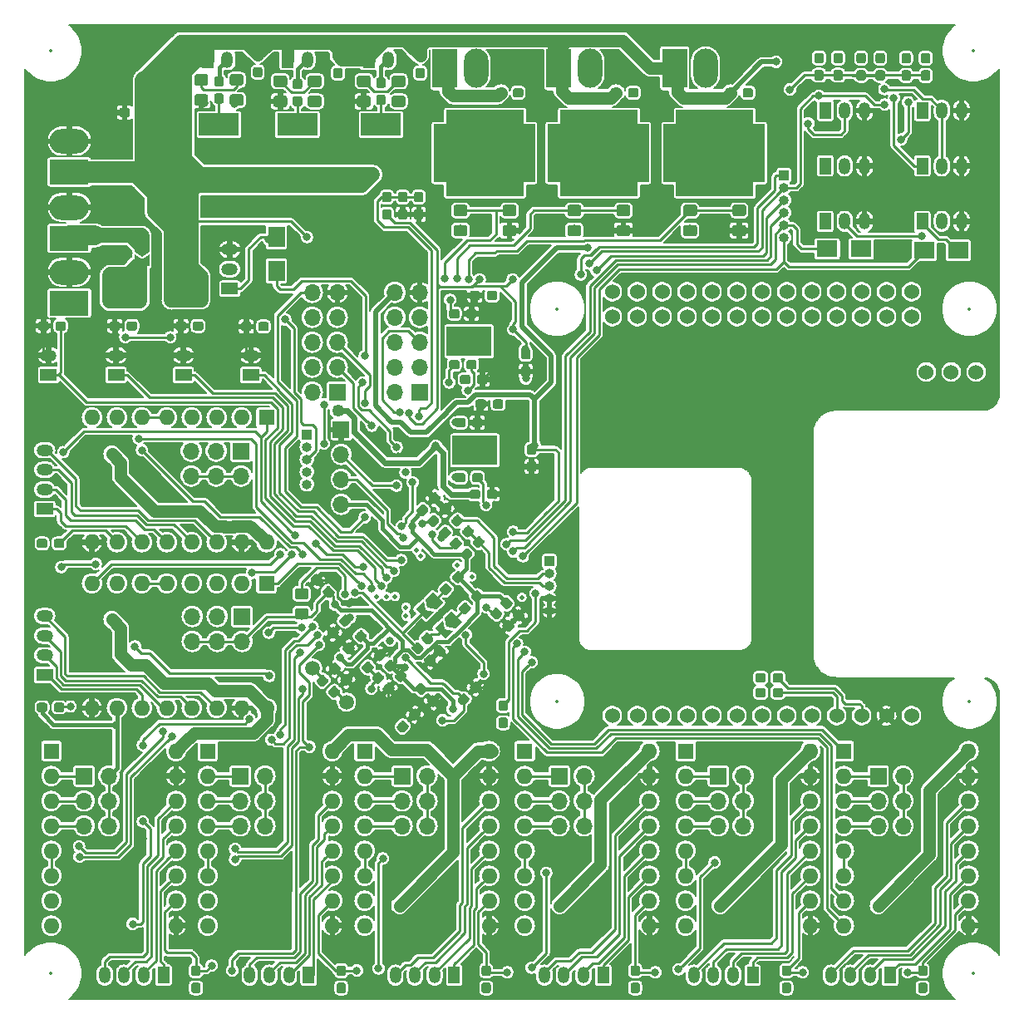
<source format=gbr>
G04 #@! TF.GenerationSoftware,KiCad,Pcbnew,5.1.2-f72e74a~84~ubuntu18.04.1*
G04 #@! TF.CreationDate,2019-05-06T19:15:09+08:00*
G04 #@! TF.ProjectId,printer-board,7072696e-7465-4722-9d62-6f6172642e6b,rev?*
G04 #@! TF.SameCoordinates,Original*
G04 #@! TF.FileFunction,Copper,L2,Bot*
G04 #@! TF.FilePolarity,Positive*
%FSLAX46Y46*%
G04 Gerber Fmt 4.6, Leading zero omitted, Abs format (unit mm)*
G04 Created by KiCad (PCBNEW 5.1.2-f72e74a~84~ubuntu18.04.1) date 2019-05-06 19:15:09*
%MOMM*%
%LPD*%
G04 APERTURE LIST*
%ADD10O,1.699260X1.198880*%
%ADD11R,1.699260X1.198880*%
%ADD12O,1.198880X1.699260*%
%ADD13R,1.198880X1.699260*%
%ADD14C,1.524000*%
%ADD15R,1.524000X1.524000*%
%ADD16O,1.700000X1.700000*%
%ADD17R,1.700000X1.700000*%
%ADD18R,1.500000X1.200000*%
%ADD19C,0.150000*%
%ADD20C,1.150000*%
%ADD21C,0.950000*%
%ADD22R,2.100580X1.699260*%
%ADD23R,1.699260X2.100580*%
%ADD24O,1.000000X1.000000*%
%ADD25R,1.000000X1.000000*%
%ADD26R,1.600000X1.600000*%
%ADD27O,1.600000X1.600000*%
%ADD28C,1.500000*%
%ADD29C,0.300000*%
%ADD30R,2.500000X3.998980*%
%ADD31O,2.500000X3.998980*%
%ADD32O,3.998980X2.500000*%
%ADD33R,3.998980X2.500000*%
%ADD34C,0.500000*%
%ADD35C,0.600000*%
%ADD36C,0.800000*%
%ADD37C,1.250000*%
%ADD38C,0.250000*%
%ADD39C,0.400000*%
%ADD40C,1.250000*%
%ADD41C,0.600000*%
%ADD42C,0.500000*%
%ADD43C,2.200000*%
%ADD44C,2.000000*%
%ADD45C,1.500000*%
%ADD46C,1.000000*%
%ADD47C,0.127000*%
%ADD48C,0.350000*%
G04 APERTURE END LIST*
D10*
X21250000Y-25250000D03*
X21250000Y-23248480D03*
D11*
X21250000Y-27251520D03*
D12*
X93800000Y-20400000D03*
X95801520Y-20400000D03*
D13*
X91798480Y-20400000D03*
D12*
X83900000Y-20400000D03*
X85901520Y-20400000D03*
D13*
X81898480Y-20400000D03*
D12*
X93800000Y-14750000D03*
X95801520Y-14750000D03*
D13*
X91798480Y-14750000D03*
D12*
X83900000Y-14750000D03*
X85901520Y-14750000D03*
D13*
X81898480Y-14750000D03*
D12*
X93800000Y-9100000D03*
X95801520Y-9100000D03*
D13*
X91798480Y-9100000D03*
D12*
X83900000Y-9100000D03*
X85901520Y-9100000D03*
D13*
X81898480Y-9100000D03*
D14*
X90700000Y-70760000D03*
X88160000Y-70760000D03*
X85620000Y-70760000D03*
X83080000Y-70760000D03*
X80540000Y-70760000D03*
X78000000Y-70760000D03*
X75460000Y-70760000D03*
X72920000Y-70760000D03*
X70380000Y-70760000D03*
X67840000Y-70760000D03*
X65300000Y-70760000D03*
X62760000Y-70760000D03*
X60220000Y-70760000D03*
X60220000Y-27580000D03*
X60220000Y-30120000D03*
X62760000Y-27580000D03*
X62760000Y-30120000D03*
X65300000Y-27580000D03*
X65300000Y-30120000D03*
X67840000Y-27580000D03*
X67840000Y-30120000D03*
X70380000Y-27580000D03*
X70380000Y-30120000D03*
X72920000Y-27580000D03*
X72920000Y-30120000D03*
X75460000Y-27580000D03*
X75460000Y-30120000D03*
X78000000Y-27580000D03*
X78000000Y-30120000D03*
X80540000Y-27580000D03*
X80540000Y-30120000D03*
X83080000Y-27580000D03*
X83080000Y-30120000D03*
X85620000Y-27580000D03*
X85620000Y-30120000D03*
X88160000Y-27580000D03*
X88160000Y-30120000D03*
X90700000Y-27580000D03*
X90700000Y-30120000D03*
X97280000Y-35740000D03*
X94740000Y-35740000D03*
X92200000Y-35740000D03*
D15*
X67475000Y-17054000D03*
X68745000Y-17054000D03*
X70015000Y-17054000D03*
X71285000Y-17054000D03*
X72555000Y-17054000D03*
X73825000Y-17054000D03*
X73825000Y-15606200D03*
X71285000Y-15606200D03*
X70015000Y-15606200D03*
X67475000Y-15606200D03*
X72555000Y-15606200D03*
X66205000Y-15606200D03*
X68745000Y-15606200D03*
X74968000Y-15606200D03*
X73825000Y-14158400D03*
X71285000Y-14158400D03*
X70015000Y-14158400D03*
X67475000Y-14158400D03*
X72555000Y-14158400D03*
X66205000Y-14158400D03*
X68745000Y-14158400D03*
X74968000Y-14158400D03*
X73825000Y-12710600D03*
X71285000Y-12710600D03*
X70015000Y-12710600D03*
X67475000Y-12710600D03*
X72555000Y-12710600D03*
X66205000Y-12710600D03*
X68745000Y-12710600D03*
X74968000Y-12710600D03*
X73825000Y-11262800D03*
X71285000Y-11262800D03*
X70015000Y-11262800D03*
X67475000Y-11262800D03*
X72555000Y-11262800D03*
X66205000Y-11262800D03*
X68745000Y-11262800D03*
X74968000Y-11262800D03*
X73825000Y-9815000D03*
X71285000Y-9815000D03*
X70015000Y-9815000D03*
X67475000Y-9815000D03*
X72555000Y-9815000D03*
X68745000Y-9815000D03*
X55675000Y-17054000D03*
X56945000Y-17054000D03*
X58215000Y-17054000D03*
X59485000Y-17054000D03*
X60755000Y-17054000D03*
X62025000Y-17054000D03*
X62025000Y-15606200D03*
X59485000Y-15606200D03*
X58215000Y-15606200D03*
X55675000Y-15606200D03*
X60755000Y-15606200D03*
X54405000Y-15606200D03*
X56945000Y-15606200D03*
X63168000Y-15606200D03*
X62025000Y-14158400D03*
X59485000Y-14158400D03*
X58215000Y-14158400D03*
X55675000Y-14158400D03*
X60755000Y-14158400D03*
X54405000Y-14158400D03*
X56945000Y-14158400D03*
X63168000Y-14158400D03*
X62025000Y-12710600D03*
X59485000Y-12710600D03*
X58215000Y-12710600D03*
X55675000Y-12710600D03*
X60755000Y-12710600D03*
X54405000Y-12710600D03*
X56945000Y-12710600D03*
X63168000Y-12710600D03*
X62025000Y-11262800D03*
X59485000Y-11262800D03*
X58215000Y-11262800D03*
X55675000Y-11262800D03*
X60755000Y-11262800D03*
X54405000Y-11262800D03*
X56945000Y-11262800D03*
X63168000Y-11262800D03*
X62025000Y-9815000D03*
X59485000Y-9815000D03*
X58215000Y-9815000D03*
X55675000Y-9815000D03*
X60755000Y-9815000D03*
X56945000Y-9815000D03*
X44075000Y-17054000D03*
X45345000Y-17054000D03*
X46615000Y-17054000D03*
X47885000Y-17054000D03*
X49155000Y-17054000D03*
X50425000Y-17054000D03*
X50425000Y-15606200D03*
X47885000Y-15606200D03*
X46615000Y-15606200D03*
X44075000Y-15606200D03*
X49155000Y-15606200D03*
X42805000Y-15606200D03*
X45345000Y-15606200D03*
X51568000Y-15606200D03*
X50425000Y-14158400D03*
X47885000Y-14158400D03*
X46615000Y-14158400D03*
X44075000Y-14158400D03*
X49155000Y-14158400D03*
X42805000Y-14158400D03*
X45345000Y-14158400D03*
X51568000Y-14158400D03*
X50425000Y-12710600D03*
X47885000Y-12710600D03*
X46615000Y-12710600D03*
X44075000Y-12710600D03*
X49155000Y-12710600D03*
X42805000Y-12710600D03*
X45345000Y-12710600D03*
X51568000Y-12710600D03*
X50425000Y-11262800D03*
X47885000Y-11262800D03*
X46615000Y-11262800D03*
X44075000Y-11262800D03*
X49155000Y-11262800D03*
X42805000Y-11262800D03*
X45345000Y-11262800D03*
X51568000Y-11262800D03*
X50425000Y-9815000D03*
X47885000Y-9815000D03*
X46615000Y-9815000D03*
X44075000Y-9815000D03*
X49155000Y-9815000D03*
X45345000Y-9815000D03*
D12*
X82500260Y-97185000D03*
X86500760Y-97185000D03*
X84499240Y-97185000D03*
D13*
X88502280Y-97185000D03*
D12*
X68520260Y-97185000D03*
X72520760Y-97185000D03*
X70519240Y-97185000D03*
D13*
X74522280Y-97185000D03*
D12*
X53290260Y-97185000D03*
X57290760Y-97185000D03*
X55289240Y-97185000D03*
D13*
X59292280Y-97185000D03*
D12*
X38110260Y-97185000D03*
X42110760Y-97185000D03*
X40109240Y-97185000D03*
D13*
X44112280Y-97185000D03*
D12*
X23280260Y-97185000D03*
X27280760Y-97185000D03*
X25279240Y-97185000D03*
D13*
X29282280Y-97185000D03*
D12*
X8500260Y-97185000D03*
X12500760Y-97185000D03*
X10499240Y-97185000D03*
D13*
X14502280Y-97185000D03*
D10*
X2400000Y-60600260D03*
X2400000Y-64600760D03*
X2400000Y-62599240D03*
D11*
X2400000Y-66602280D03*
D10*
X2400000Y-43700260D03*
X2400000Y-47700760D03*
X2400000Y-45699240D03*
D11*
X2400000Y-49702280D03*
D16*
X32600000Y-49220000D03*
X32600000Y-46680000D03*
X32600000Y-44140000D03*
D17*
X32600000Y-41600000D03*
D15*
X18880000Y-10916000D03*
X20150000Y-10916000D03*
X21420000Y-10916000D03*
X18880000Y-10154000D03*
X21420000Y-10154000D03*
X20150000Y-10154000D03*
X26880000Y-10916000D03*
X28150000Y-10916000D03*
X29420000Y-10916000D03*
X26880000Y-10154000D03*
X29420000Y-10154000D03*
X28150000Y-10154000D03*
X35380000Y-10916000D03*
X36650000Y-10916000D03*
X37920000Y-10916000D03*
X35380000Y-10154000D03*
X37920000Y-10154000D03*
X36650000Y-10154000D03*
D18*
X44696000Y-44608999D03*
X44696000Y-43719999D03*
X44696000Y-42830999D03*
X45712000Y-44608999D03*
X45712000Y-42830999D03*
X45712000Y-43719999D03*
X46728000Y-44608999D03*
X46728000Y-42830999D03*
X46728000Y-43719999D03*
X47744000Y-44608999D03*
X47744000Y-42830999D03*
X47744000Y-43719999D03*
X44096000Y-33509000D03*
X44096000Y-32620000D03*
X44096000Y-31731000D03*
X45112000Y-33509000D03*
X45112000Y-31731000D03*
X45112000Y-32620000D03*
X46128000Y-33509000D03*
X46128000Y-31731000D03*
X46128000Y-32620000D03*
X47144000Y-33509000D03*
X47144000Y-31731000D03*
X47144000Y-32620000D03*
D19*
G36*
X38924505Y-5551204D02*
G01*
X38948773Y-5554804D01*
X38972572Y-5560765D01*
X38995671Y-5569030D01*
X39017850Y-5579520D01*
X39038893Y-5592132D01*
X39058599Y-5606747D01*
X39076777Y-5623223D01*
X39093253Y-5641401D01*
X39107868Y-5661107D01*
X39120480Y-5682150D01*
X39130970Y-5704329D01*
X39139235Y-5727428D01*
X39145196Y-5751227D01*
X39148796Y-5775495D01*
X39150000Y-5799999D01*
X39150000Y-6450001D01*
X39148796Y-6474505D01*
X39145196Y-6498773D01*
X39139235Y-6522572D01*
X39130970Y-6545671D01*
X39120480Y-6567850D01*
X39107868Y-6588893D01*
X39093253Y-6608599D01*
X39076777Y-6626777D01*
X39058599Y-6643253D01*
X39038893Y-6657868D01*
X39017850Y-6670480D01*
X38995671Y-6680970D01*
X38972572Y-6689235D01*
X38948773Y-6695196D01*
X38924505Y-6698796D01*
X38900001Y-6700000D01*
X37999999Y-6700000D01*
X37975495Y-6698796D01*
X37951227Y-6695196D01*
X37927428Y-6689235D01*
X37904329Y-6680970D01*
X37882150Y-6670480D01*
X37861107Y-6657868D01*
X37841401Y-6643253D01*
X37823223Y-6626777D01*
X37806747Y-6608599D01*
X37792132Y-6588893D01*
X37779520Y-6567850D01*
X37769030Y-6545671D01*
X37760765Y-6522572D01*
X37754804Y-6498773D01*
X37751204Y-6474505D01*
X37750000Y-6450001D01*
X37750000Y-5799999D01*
X37751204Y-5775495D01*
X37754804Y-5751227D01*
X37760765Y-5727428D01*
X37769030Y-5704329D01*
X37779520Y-5682150D01*
X37792132Y-5661107D01*
X37806747Y-5641401D01*
X37823223Y-5623223D01*
X37841401Y-5606747D01*
X37861107Y-5592132D01*
X37882150Y-5579520D01*
X37904329Y-5569030D01*
X37927428Y-5560765D01*
X37951227Y-5554804D01*
X37975495Y-5551204D01*
X37999999Y-5550000D01*
X38900001Y-5550000D01*
X38924505Y-5551204D01*
X38924505Y-5551204D01*
G37*
D20*
X38450000Y-6125000D03*
D19*
G36*
X38924505Y-7601204D02*
G01*
X38948773Y-7604804D01*
X38972572Y-7610765D01*
X38995671Y-7619030D01*
X39017850Y-7629520D01*
X39038893Y-7642132D01*
X39058599Y-7656747D01*
X39076777Y-7673223D01*
X39093253Y-7691401D01*
X39107868Y-7711107D01*
X39120480Y-7732150D01*
X39130970Y-7754329D01*
X39139235Y-7777428D01*
X39145196Y-7801227D01*
X39148796Y-7825495D01*
X39150000Y-7849999D01*
X39150000Y-8500001D01*
X39148796Y-8524505D01*
X39145196Y-8548773D01*
X39139235Y-8572572D01*
X39130970Y-8595671D01*
X39120480Y-8617850D01*
X39107868Y-8638893D01*
X39093253Y-8658599D01*
X39076777Y-8676777D01*
X39058599Y-8693253D01*
X39038893Y-8707868D01*
X39017850Y-8720480D01*
X38995671Y-8730970D01*
X38972572Y-8739235D01*
X38948773Y-8745196D01*
X38924505Y-8748796D01*
X38900001Y-8750000D01*
X37999999Y-8750000D01*
X37975495Y-8748796D01*
X37951227Y-8745196D01*
X37927428Y-8739235D01*
X37904329Y-8730970D01*
X37882150Y-8720480D01*
X37861107Y-8707868D01*
X37841401Y-8693253D01*
X37823223Y-8676777D01*
X37806747Y-8658599D01*
X37792132Y-8638893D01*
X37779520Y-8617850D01*
X37769030Y-8595671D01*
X37760765Y-8572572D01*
X37754804Y-8548773D01*
X37751204Y-8524505D01*
X37750000Y-8500001D01*
X37750000Y-7849999D01*
X37751204Y-7825495D01*
X37754804Y-7801227D01*
X37760765Y-7777428D01*
X37769030Y-7754329D01*
X37779520Y-7732150D01*
X37792132Y-7711107D01*
X37806747Y-7691401D01*
X37823223Y-7673223D01*
X37841401Y-7656747D01*
X37861107Y-7642132D01*
X37882150Y-7629520D01*
X37904329Y-7619030D01*
X37927428Y-7610765D01*
X37951227Y-7604804D01*
X37975495Y-7601204D01*
X37999999Y-7600000D01*
X38900001Y-7600000D01*
X38924505Y-7601204D01*
X38924505Y-7601204D01*
G37*
D20*
X38450000Y-8175000D03*
D19*
G36*
X37661452Y-65050195D02*
G01*
X37684507Y-65053614D01*
X37707116Y-65059278D01*
X37729060Y-65067130D01*
X37750130Y-65077095D01*
X37770121Y-65089077D01*
X37788841Y-65102961D01*
X37806111Y-65118613D01*
X38141987Y-65454489D01*
X38157639Y-65471759D01*
X38171523Y-65490479D01*
X38183505Y-65510470D01*
X38193470Y-65531540D01*
X38201322Y-65553484D01*
X38206986Y-65576093D01*
X38210405Y-65599148D01*
X38211549Y-65622427D01*
X38210405Y-65645706D01*
X38206986Y-65668761D01*
X38201322Y-65691370D01*
X38193470Y-65713314D01*
X38183505Y-65734384D01*
X38171523Y-65754375D01*
X38157639Y-65773095D01*
X38141987Y-65790365D01*
X37735401Y-66196951D01*
X37718131Y-66212603D01*
X37699411Y-66226487D01*
X37679420Y-66238469D01*
X37658350Y-66248434D01*
X37636406Y-66256286D01*
X37613797Y-66261950D01*
X37590742Y-66265369D01*
X37567463Y-66266513D01*
X37544184Y-66265369D01*
X37521129Y-66261950D01*
X37498520Y-66256286D01*
X37476576Y-66248434D01*
X37455506Y-66238469D01*
X37435515Y-66226487D01*
X37416795Y-66212603D01*
X37399525Y-66196951D01*
X37063649Y-65861075D01*
X37047997Y-65843805D01*
X37034113Y-65825085D01*
X37022131Y-65805094D01*
X37012166Y-65784024D01*
X37004314Y-65762080D01*
X36998650Y-65739471D01*
X36995231Y-65716416D01*
X36994087Y-65693137D01*
X36995231Y-65669858D01*
X36998650Y-65646803D01*
X37004314Y-65624194D01*
X37012166Y-65602250D01*
X37022131Y-65581180D01*
X37034113Y-65561189D01*
X37047997Y-65542469D01*
X37063649Y-65525199D01*
X37470235Y-65118613D01*
X37487505Y-65102961D01*
X37506225Y-65089077D01*
X37526216Y-65077095D01*
X37547286Y-65067130D01*
X37569230Y-65059278D01*
X37591839Y-65053614D01*
X37614894Y-65050195D01*
X37638173Y-65049051D01*
X37661452Y-65050195D01*
X37661452Y-65050195D01*
G37*
D21*
X37602818Y-65657782D03*
D19*
G36*
X36424016Y-66287631D02*
G01*
X36447071Y-66291050D01*
X36469680Y-66296714D01*
X36491624Y-66304566D01*
X36512694Y-66314531D01*
X36532685Y-66326513D01*
X36551405Y-66340397D01*
X36568675Y-66356049D01*
X36904551Y-66691925D01*
X36920203Y-66709195D01*
X36934087Y-66727915D01*
X36946069Y-66747906D01*
X36956034Y-66768976D01*
X36963886Y-66790920D01*
X36969550Y-66813529D01*
X36972969Y-66836584D01*
X36974113Y-66859863D01*
X36972969Y-66883142D01*
X36969550Y-66906197D01*
X36963886Y-66928806D01*
X36956034Y-66950750D01*
X36946069Y-66971820D01*
X36934087Y-66991811D01*
X36920203Y-67010531D01*
X36904551Y-67027801D01*
X36497965Y-67434387D01*
X36480695Y-67450039D01*
X36461975Y-67463923D01*
X36441984Y-67475905D01*
X36420914Y-67485870D01*
X36398970Y-67493722D01*
X36376361Y-67499386D01*
X36353306Y-67502805D01*
X36330027Y-67503949D01*
X36306748Y-67502805D01*
X36283693Y-67499386D01*
X36261084Y-67493722D01*
X36239140Y-67485870D01*
X36218070Y-67475905D01*
X36198079Y-67463923D01*
X36179359Y-67450039D01*
X36162089Y-67434387D01*
X35826213Y-67098511D01*
X35810561Y-67081241D01*
X35796677Y-67062521D01*
X35784695Y-67042530D01*
X35774730Y-67021460D01*
X35766878Y-66999516D01*
X35761214Y-66976907D01*
X35757795Y-66953852D01*
X35756651Y-66930573D01*
X35757795Y-66907294D01*
X35761214Y-66884239D01*
X35766878Y-66861630D01*
X35774730Y-66839686D01*
X35784695Y-66818616D01*
X35796677Y-66798625D01*
X35810561Y-66779905D01*
X35826213Y-66762635D01*
X36232799Y-66356049D01*
X36250069Y-66340397D01*
X36268789Y-66326513D01*
X36288780Y-66314531D01*
X36309850Y-66304566D01*
X36331794Y-66296714D01*
X36354403Y-66291050D01*
X36377458Y-66287631D01*
X36400737Y-66286487D01*
X36424016Y-66287631D01*
X36424016Y-66287631D01*
G37*
D21*
X36365382Y-66895218D03*
D16*
X38060000Y-27640000D03*
X40600000Y-27640000D03*
X38060000Y-30180000D03*
X40600000Y-30180000D03*
X38060000Y-32720000D03*
X40600000Y-32720000D03*
X38060000Y-35260000D03*
X40600000Y-35260000D03*
X38060000Y-37800000D03*
D17*
X40600000Y-37800000D03*
X32200000Y-37800000D03*
D16*
X29660000Y-37800000D03*
X32200000Y-35260000D03*
X29660000Y-35260000D03*
X32200000Y-32720000D03*
X29660000Y-32720000D03*
X32200000Y-30180000D03*
X29660000Y-30180000D03*
X32200000Y-27640000D03*
X29660000Y-27640000D03*
X73540000Y-81980000D03*
X71000000Y-81980000D03*
X73540000Y-79440000D03*
X71000000Y-79440000D03*
X73540000Y-76900000D03*
D17*
X71000000Y-76900000D03*
D19*
G36*
X29046120Y-59801204D02*
G01*
X29070388Y-59804804D01*
X29094187Y-59810765D01*
X29117286Y-59819030D01*
X29139465Y-59829520D01*
X29160508Y-59842132D01*
X29180214Y-59856747D01*
X29198392Y-59873223D01*
X29214868Y-59891401D01*
X29229483Y-59911107D01*
X29242095Y-59932150D01*
X29252585Y-59954329D01*
X29260850Y-59977428D01*
X29266811Y-60001227D01*
X29270411Y-60025495D01*
X29271615Y-60049999D01*
X29271615Y-60700001D01*
X29270411Y-60724505D01*
X29266811Y-60748773D01*
X29260850Y-60772572D01*
X29252585Y-60795671D01*
X29242095Y-60817850D01*
X29229483Y-60838893D01*
X29214868Y-60858599D01*
X29198392Y-60876777D01*
X29180214Y-60893253D01*
X29160508Y-60907868D01*
X29139465Y-60920480D01*
X29117286Y-60930970D01*
X29094187Y-60939235D01*
X29070388Y-60945196D01*
X29046120Y-60948796D01*
X29021616Y-60950000D01*
X28121614Y-60950000D01*
X28097110Y-60948796D01*
X28072842Y-60945196D01*
X28049043Y-60939235D01*
X28025944Y-60930970D01*
X28003765Y-60920480D01*
X27982722Y-60907868D01*
X27963016Y-60893253D01*
X27944838Y-60876777D01*
X27928362Y-60858599D01*
X27913747Y-60838893D01*
X27901135Y-60817850D01*
X27890645Y-60795671D01*
X27882380Y-60772572D01*
X27876419Y-60748773D01*
X27872819Y-60724505D01*
X27871615Y-60700001D01*
X27871615Y-60049999D01*
X27872819Y-60025495D01*
X27876419Y-60001227D01*
X27882380Y-59977428D01*
X27890645Y-59954329D01*
X27901135Y-59932150D01*
X27913747Y-59911107D01*
X27928362Y-59891401D01*
X27944838Y-59873223D01*
X27963016Y-59856747D01*
X27982722Y-59842132D01*
X28003765Y-59829520D01*
X28025944Y-59819030D01*
X28049043Y-59810765D01*
X28072842Y-59804804D01*
X28097110Y-59801204D01*
X28121614Y-59800000D01*
X29021616Y-59800000D01*
X29046120Y-59801204D01*
X29046120Y-59801204D01*
G37*
D20*
X28571615Y-60375000D03*
D19*
G36*
X29046120Y-57751204D02*
G01*
X29070388Y-57754804D01*
X29094187Y-57760765D01*
X29117286Y-57769030D01*
X29139465Y-57779520D01*
X29160508Y-57792132D01*
X29180214Y-57806747D01*
X29198392Y-57823223D01*
X29214868Y-57841401D01*
X29229483Y-57861107D01*
X29242095Y-57882150D01*
X29252585Y-57904329D01*
X29260850Y-57927428D01*
X29266811Y-57951227D01*
X29270411Y-57975495D01*
X29271615Y-57999999D01*
X29271615Y-58650001D01*
X29270411Y-58674505D01*
X29266811Y-58698773D01*
X29260850Y-58722572D01*
X29252585Y-58745671D01*
X29242095Y-58767850D01*
X29229483Y-58788893D01*
X29214868Y-58808599D01*
X29198392Y-58826777D01*
X29180214Y-58843253D01*
X29160508Y-58857868D01*
X29139465Y-58870480D01*
X29117286Y-58880970D01*
X29094187Y-58889235D01*
X29070388Y-58895196D01*
X29046120Y-58898796D01*
X29021616Y-58900000D01*
X28121614Y-58900000D01*
X28097110Y-58898796D01*
X28072842Y-58895196D01*
X28049043Y-58889235D01*
X28025944Y-58880970D01*
X28003765Y-58870480D01*
X27982722Y-58857868D01*
X27963016Y-58843253D01*
X27944838Y-58826777D01*
X27928362Y-58808599D01*
X27913747Y-58788893D01*
X27901135Y-58767850D01*
X27890645Y-58745671D01*
X27882380Y-58722572D01*
X27876419Y-58698773D01*
X27872819Y-58674505D01*
X27871615Y-58650001D01*
X27871615Y-57999999D01*
X27872819Y-57975495D01*
X27876419Y-57951227D01*
X27882380Y-57927428D01*
X27890645Y-57904329D01*
X27901135Y-57882150D01*
X27913747Y-57861107D01*
X27928362Y-57841401D01*
X27944838Y-57823223D01*
X27963016Y-57806747D01*
X27982722Y-57792132D01*
X28003765Y-57779520D01*
X28025944Y-57769030D01*
X28049043Y-57760765D01*
X28072842Y-57754804D01*
X28097110Y-57751204D01*
X28121614Y-57750000D01*
X29021616Y-57750000D01*
X29046120Y-57751204D01*
X29046120Y-57751204D01*
G37*
D20*
X28571615Y-58325000D03*
D19*
G36*
X45414916Y-53686131D02*
G01*
X45437971Y-53689550D01*
X45460580Y-53695214D01*
X45482524Y-53703066D01*
X45503594Y-53713031D01*
X45523585Y-53725013D01*
X45542305Y-53738897D01*
X45559575Y-53754549D01*
X45895451Y-54090425D01*
X45911103Y-54107695D01*
X45924987Y-54126415D01*
X45936969Y-54146406D01*
X45946934Y-54167476D01*
X45954786Y-54189420D01*
X45960450Y-54212029D01*
X45963869Y-54235084D01*
X45965013Y-54258363D01*
X45963869Y-54281642D01*
X45960450Y-54304697D01*
X45954786Y-54327306D01*
X45946934Y-54349250D01*
X45936969Y-54370320D01*
X45924987Y-54390311D01*
X45911103Y-54409031D01*
X45895451Y-54426301D01*
X45488865Y-54832887D01*
X45471595Y-54848539D01*
X45452875Y-54862423D01*
X45432884Y-54874405D01*
X45411814Y-54884370D01*
X45389870Y-54892222D01*
X45367261Y-54897886D01*
X45344206Y-54901305D01*
X45320927Y-54902449D01*
X45297648Y-54901305D01*
X45274593Y-54897886D01*
X45251984Y-54892222D01*
X45230040Y-54884370D01*
X45208970Y-54874405D01*
X45188979Y-54862423D01*
X45170259Y-54848539D01*
X45152989Y-54832887D01*
X44817113Y-54497011D01*
X44801461Y-54479741D01*
X44787577Y-54461021D01*
X44775595Y-54441030D01*
X44765630Y-54419960D01*
X44757778Y-54398016D01*
X44752114Y-54375407D01*
X44748695Y-54352352D01*
X44747551Y-54329073D01*
X44748695Y-54305794D01*
X44752114Y-54282739D01*
X44757778Y-54260130D01*
X44765630Y-54238186D01*
X44775595Y-54217116D01*
X44787577Y-54197125D01*
X44801461Y-54178405D01*
X44817113Y-54161135D01*
X45223699Y-53754549D01*
X45240969Y-53738897D01*
X45259689Y-53725013D01*
X45279680Y-53713031D01*
X45300750Y-53703066D01*
X45322694Y-53695214D01*
X45345303Y-53689550D01*
X45368358Y-53686131D01*
X45391637Y-53684987D01*
X45414916Y-53686131D01*
X45414916Y-53686131D01*
G37*
D21*
X45356282Y-54293718D03*
D19*
G36*
X46652352Y-52448695D02*
G01*
X46675407Y-52452114D01*
X46698016Y-52457778D01*
X46719960Y-52465630D01*
X46741030Y-52475595D01*
X46761021Y-52487577D01*
X46779741Y-52501461D01*
X46797011Y-52517113D01*
X47132887Y-52852989D01*
X47148539Y-52870259D01*
X47162423Y-52888979D01*
X47174405Y-52908970D01*
X47184370Y-52930040D01*
X47192222Y-52951984D01*
X47197886Y-52974593D01*
X47201305Y-52997648D01*
X47202449Y-53020927D01*
X47201305Y-53044206D01*
X47197886Y-53067261D01*
X47192222Y-53089870D01*
X47184370Y-53111814D01*
X47174405Y-53132884D01*
X47162423Y-53152875D01*
X47148539Y-53171595D01*
X47132887Y-53188865D01*
X46726301Y-53595451D01*
X46709031Y-53611103D01*
X46690311Y-53624987D01*
X46670320Y-53636969D01*
X46649250Y-53646934D01*
X46627306Y-53654786D01*
X46604697Y-53660450D01*
X46581642Y-53663869D01*
X46558363Y-53665013D01*
X46535084Y-53663869D01*
X46512029Y-53660450D01*
X46489420Y-53654786D01*
X46467476Y-53646934D01*
X46446406Y-53636969D01*
X46426415Y-53624987D01*
X46407695Y-53611103D01*
X46390425Y-53595451D01*
X46054549Y-53259575D01*
X46038897Y-53242305D01*
X46025013Y-53223585D01*
X46013031Y-53203594D01*
X46003066Y-53182524D01*
X45995214Y-53160580D01*
X45989550Y-53137971D01*
X45986131Y-53114916D01*
X45984987Y-53091637D01*
X45986131Y-53068358D01*
X45989550Y-53045303D01*
X45995214Y-53022694D01*
X46003066Y-53000750D01*
X46013031Y-52979680D01*
X46025013Y-52959689D01*
X46038897Y-52940969D01*
X46054549Y-52923699D01*
X46461135Y-52517113D01*
X46478405Y-52501461D01*
X46497125Y-52487577D01*
X46517116Y-52475595D01*
X46538186Y-52465630D01*
X46560130Y-52457778D01*
X46582739Y-52452114D01*
X46605794Y-52448695D01*
X46629073Y-52447551D01*
X46652352Y-52448695D01*
X46652352Y-52448695D01*
G37*
D21*
X46593718Y-53056282D03*
D22*
X95479740Y-23350000D03*
X92020260Y-23350000D03*
X85579740Y-23200000D03*
X82120260Y-23200000D03*
D23*
X26000000Y-21970260D03*
X26000000Y-25429740D03*
D19*
G36*
X47135779Y-38526143D02*
G01*
X47158834Y-38529562D01*
X47181443Y-38535226D01*
X47203387Y-38543078D01*
X47224457Y-38553043D01*
X47244448Y-38565025D01*
X47263168Y-38578909D01*
X47280438Y-38594561D01*
X47296090Y-38611831D01*
X47309974Y-38630551D01*
X47321956Y-38650542D01*
X47331921Y-38671612D01*
X47339773Y-38693556D01*
X47345437Y-38716165D01*
X47348856Y-38739220D01*
X47350000Y-38762499D01*
X47350000Y-39237499D01*
X47348856Y-39260778D01*
X47345437Y-39283833D01*
X47339773Y-39306442D01*
X47331921Y-39328386D01*
X47321956Y-39349456D01*
X47309974Y-39369447D01*
X47296090Y-39388167D01*
X47280438Y-39405437D01*
X47263168Y-39421089D01*
X47244448Y-39434973D01*
X47224457Y-39446955D01*
X47203387Y-39456920D01*
X47181443Y-39464772D01*
X47158834Y-39470436D01*
X47135779Y-39473855D01*
X47112500Y-39474999D01*
X46537500Y-39474999D01*
X46514221Y-39473855D01*
X46491166Y-39470436D01*
X46468557Y-39464772D01*
X46446613Y-39456920D01*
X46425543Y-39446955D01*
X46405552Y-39434973D01*
X46386832Y-39421089D01*
X46369562Y-39405437D01*
X46353910Y-39388167D01*
X46340026Y-39369447D01*
X46328044Y-39349456D01*
X46318079Y-39328386D01*
X46310227Y-39306442D01*
X46304563Y-39283833D01*
X46301144Y-39260778D01*
X46300000Y-39237499D01*
X46300000Y-38762499D01*
X46301144Y-38739220D01*
X46304563Y-38716165D01*
X46310227Y-38693556D01*
X46318079Y-38671612D01*
X46328044Y-38650542D01*
X46340026Y-38630551D01*
X46353910Y-38611831D01*
X46369562Y-38594561D01*
X46386832Y-38578909D01*
X46405552Y-38565025D01*
X46425543Y-38553043D01*
X46446613Y-38543078D01*
X46468557Y-38535226D01*
X46491166Y-38529562D01*
X46514221Y-38526143D01*
X46537500Y-38524999D01*
X47112500Y-38524999D01*
X47135779Y-38526143D01*
X47135779Y-38526143D01*
G37*
D21*
X46825000Y-38999999D03*
D19*
G36*
X48885779Y-38526143D02*
G01*
X48908834Y-38529562D01*
X48931443Y-38535226D01*
X48953387Y-38543078D01*
X48974457Y-38553043D01*
X48994448Y-38565025D01*
X49013168Y-38578909D01*
X49030438Y-38594561D01*
X49046090Y-38611831D01*
X49059974Y-38630551D01*
X49071956Y-38650542D01*
X49081921Y-38671612D01*
X49089773Y-38693556D01*
X49095437Y-38716165D01*
X49098856Y-38739220D01*
X49100000Y-38762499D01*
X49100000Y-39237499D01*
X49098856Y-39260778D01*
X49095437Y-39283833D01*
X49089773Y-39306442D01*
X49081921Y-39328386D01*
X49071956Y-39349456D01*
X49059974Y-39369447D01*
X49046090Y-39388167D01*
X49030438Y-39405437D01*
X49013168Y-39421089D01*
X48994448Y-39434973D01*
X48974457Y-39446955D01*
X48953387Y-39456920D01*
X48931443Y-39464772D01*
X48908834Y-39470436D01*
X48885779Y-39473855D01*
X48862500Y-39474999D01*
X48287500Y-39474999D01*
X48264221Y-39473855D01*
X48241166Y-39470436D01*
X48218557Y-39464772D01*
X48196613Y-39456920D01*
X48175543Y-39446955D01*
X48155552Y-39434973D01*
X48136832Y-39421089D01*
X48119562Y-39405437D01*
X48103910Y-39388167D01*
X48090026Y-39369447D01*
X48078044Y-39349456D01*
X48068079Y-39328386D01*
X48060227Y-39306442D01*
X48054563Y-39283833D01*
X48051144Y-39260778D01*
X48050000Y-39237499D01*
X48050000Y-38762499D01*
X48051144Y-38739220D01*
X48054563Y-38716165D01*
X48060227Y-38693556D01*
X48068079Y-38671612D01*
X48078044Y-38650542D01*
X48090026Y-38630551D01*
X48103910Y-38611831D01*
X48119562Y-38594561D01*
X48136832Y-38578909D01*
X48155552Y-38565025D01*
X48175543Y-38553043D01*
X48196613Y-38543078D01*
X48218557Y-38535226D01*
X48241166Y-38529562D01*
X48264221Y-38526143D01*
X48287500Y-38524999D01*
X48862500Y-38524999D01*
X48885779Y-38526143D01*
X48885779Y-38526143D01*
G37*
D21*
X48575000Y-38999999D03*
D19*
G36*
X52260779Y-44851144D02*
G01*
X52283834Y-44854563D01*
X52306443Y-44860227D01*
X52328387Y-44868079D01*
X52349457Y-44878044D01*
X52369448Y-44890026D01*
X52388168Y-44903910D01*
X52405438Y-44919562D01*
X52421090Y-44936832D01*
X52434974Y-44955552D01*
X52446956Y-44975543D01*
X52456921Y-44996613D01*
X52464773Y-45018557D01*
X52470437Y-45041166D01*
X52473856Y-45064221D01*
X52475000Y-45087500D01*
X52475000Y-45662500D01*
X52473856Y-45685779D01*
X52470437Y-45708834D01*
X52464773Y-45731443D01*
X52456921Y-45753387D01*
X52446956Y-45774457D01*
X52434974Y-45794448D01*
X52421090Y-45813168D01*
X52405438Y-45830438D01*
X52388168Y-45846090D01*
X52369448Y-45859974D01*
X52349457Y-45871956D01*
X52328387Y-45881921D01*
X52306443Y-45889773D01*
X52283834Y-45895437D01*
X52260779Y-45898856D01*
X52237500Y-45900000D01*
X51762500Y-45900000D01*
X51739221Y-45898856D01*
X51716166Y-45895437D01*
X51693557Y-45889773D01*
X51671613Y-45881921D01*
X51650543Y-45871956D01*
X51630552Y-45859974D01*
X51611832Y-45846090D01*
X51594562Y-45830438D01*
X51578910Y-45813168D01*
X51565026Y-45794448D01*
X51553044Y-45774457D01*
X51543079Y-45753387D01*
X51535227Y-45731443D01*
X51529563Y-45708834D01*
X51526144Y-45685779D01*
X51525000Y-45662500D01*
X51525000Y-45087500D01*
X51526144Y-45064221D01*
X51529563Y-45041166D01*
X51535227Y-45018557D01*
X51543079Y-44996613D01*
X51553044Y-44975543D01*
X51565026Y-44955552D01*
X51578910Y-44936832D01*
X51594562Y-44919562D01*
X51611832Y-44903910D01*
X51630552Y-44890026D01*
X51650543Y-44878044D01*
X51671613Y-44868079D01*
X51693557Y-44860227D01*
X51716166Y-44854563D01*
X51739221Y-44851144D01*
X51762500Y-44850000D01*
X52237500Y-44850000D01*
X52260779Y-44851144D01*
X52260779Y-44851144D01*
G37*
D21*
X52000000Y-45375000D03*
D19*
G36*
X52260779Y-43101144D02*
G01*
X52283834Y-43104563D01*
X52306443Y-43110227D01*
X52328387Y-43118079D01*
X52349457Y-43128044D01*
X52369448Y-43140026D01*
X52388168Y-43153910D01*
X52405438Y-43169562D01*
X52421090Y-43186832D01*
X52434974Y-43205552D01*
X52446956Y-43225543D01*
X52456921Y-43246613D01*
X52464773Y-43268557D01*
X52470437Y-43291166D01*
X52473856Y-43314221D01*
X52475000Y-43337500D01*
X52475000Y-43912500D01*
X52473856Y-43935779D01*
X52470437Y-43958834D01*
X52464773Y-43981443D01*
X52456921Y-44003387D01*
X52446956Y-44024457D01*
X52434974Y-44044448D01*
X52421090Y-44063168D01*
X52405438Y-44080438D01*
X52388168Y-44096090D01*
X52369448Y-44109974D01*
X52349457Y-44121956D01*
X52328387Y-44131921D01*
X52306443Y-44139773D01*
X52283834Y-44145437D01*
X52260779Y-44148856D01*
X52237500Y-44150000D01*
X51762500Y-44150000D01*
X51739221Y-44148856D01*
X51716166Y-44145437D01*
X51693557Y-44139773D01*
X51671613Y-44131921D01*
X51650543Y-44121956D01*
X51630552Y-44109974D01*
X51611832Y-44096090D01*
X51594562Y-44080438D01*
X51578910Y-44063168D01*
X51565026Y-44044448D01*
X51553044Y-44024457D01*
X51543079Y-44003387D01*
X51535227Y-43981443D01*
X51529563Y-43958834D01*
X51526144Y-43935779D01*
X51525000Y-43912500D01*
X51525000Y-43337500D01*
X51526144Y-43314221D01*
X51529563Y-43291166D01*
X51535227Y-43268557D01*
X51543079Y-43246613D01*
X51553044Y-43225543D01*
X51565026Y-43205552D01*
X51578910Y-43186832D01*
X51594562Y-43169562D01*
X51611832Y-43153910D01*
X51630552Y-43140026D01*
X51650543Y-43128044D01*
X51671613Y-43118079D01*
X51693557Y-43110227D01*
X51716166Y-43104563D01*
X51739221Y-43101144D01*
X51762500Y-43100000D01*
X52237500Y-43100000D01*
X52260779Y-43101144D01*
X52260779Y-43101144D01*
G37*
D21*
X52000000Y-43625000D03*
D19*
G36*
X45035779Y-46026144D02*
G01*
X45058834Y-46029563D01*
X45081443Y-46035227D01*
X45103387Y-46043079D01*
X45124457Y-46053044D01*
X45144448Y-46065026D01*
X45163168Y-46078910D01*
X45180438Y-46094562D01*
X45196090Y-46111832D01*
X45209974Y-46130552D01*
X45221956Y-46150543D01*
X45231921Y-46171613D01*
X45239773Y-46193557D01*
X45245437Y-46216166D01*
X45248856Y-46239221D01*
X45250000Y-46262500D01*
X45250000Y-46737500D01*
X45248856Y-46760779D01*
X45245437Y-46783834D01*
X45239773Y-46806443D01*
X45231921Y-46828387D01*
X45221956Y-46849457D01*
X45209974Y-46869448D01*
X45196090Y-46888168D01*
X45180438Y-46905438D01*
X45163168Y-46921090D01*
X45144448Y-46934974D01*
X45124457Y-46946956D01*
X45103387Y-46956921D01*
X45081443Y-46964773D01*
X45058834Y-46970437D01*
X45035779Y-46973856D01*
X45012500Y-46975000D01*
X44437500Y-46975000D01*
X44414221Y-46973856D01*
X44391166Y-46970437D01*
X44368557Y-46964773D01*
X44346613Y-46956921D01*
X44325543Y-46946956D01*
X44305552Y-46934974D01*
X44286832Y-46921090D01*
X44269562Y-46905438D01*
X44253910Y-46888168D01*
X44240026Y-46869448D01*
X44228044Y-46849457D01*
X44218079Y-46828387D01*
X44210227Y-46806443D01*
X44204563Y-46783834D01*
X44201144Y-46760779D01*
X44200000Y-46737500D01*
X44200000Y-46262500D01*
X44201144Y-46239221D01*
X44204563Y-46216166D01*
X44210227Y-46193557D01*
X44218079Y-46171613D01*
X44228044Y-46150543D01*
X44240026Y-46130552D01*
X44253910Y-46111832D01*
X44269562Y-46094562D01*
X44286832Y-46078910D01*
X44305552Y-46065026D01*
X44325543Y-46053044D01*
X44346613Y-46043079D01*
X44368557Y-46035227D01*
X44391166Y-46029563D01*
X44414221Y-46026144D01*
X44437500Y-46025000D01*
X45012500Y-46025000D01*
X45035779Y-46026144D01*
X45035779Y-46026144D01*
G37*
D21*
X44725000Y-46500000D03*
D19*
G36*
X46785779Y-46026144D02*
G01*
X46808834Y-46029563D01*
X46831443Y-46035227D01*
X46853387Y-46043079D01*
X46874457Y-46053044D01*
X46894448Y-46065026D01*
X46913168Y-46078910D01*
X46930438Y-46094562D01*
X46946090Y-46111832D01*
X46959974Y-46130552D01*
X46971956Y-46150543D01*
X46981921Y-46171613D01*
X46989773Y-46193557D01*
X46995437Y-46216166D01*
X46998856Y-46239221D01*
X47000000Y-46262500D01*
X47000000Y-46737500D01*
X46998856Y-46760779D01*
X46995437Y-46783834D01*
X46989773Y-46806443D01*
X46981921Y-46828387D01*
X46971956Y-46849457D01*
X46959974Y-46869448D01*
X46946090Y-46888168D01*
X46930438Y-46905438D01*
X46913168Y-46921090D01*
X46894448Y-46934974D01*
X46874457Y-46946956D01*
X46853387Y-46956921D01*
X46831443Y-46964773D01*
X46808834Y-46970437D01*
X46785779Y-46973856D01*
X46762500Y-46975000D01*
X46187500Y-46975000D01*
X46164221Y-46973856D01*
X46141166Y-46970437D01*
X46118557Y-46964773D01*
X46096613Y-46956921D01*
X46075543Y-46946956D01*
X46055552Y-46934974D01*
X46036832Y-46921090D01*
X46019562Y-46905438D01*
X46003910Y-46888168D01*
X45990026Y-46869448D01*
X45978044Y-46849457D01*
X45968079Y-46828387D01*
X45960227Y-46806443D01*
X45954563Y-46783834D01*
X45951144Y-46760779D01*
X45950000Y-46737500D01*
X45950000Y-46262500D01*
X45951144Y-46239221D01*
X45954563Y-46216166D01*
X45960227Y-46193557D01*
X45968079Y-46171613D01*
X45978044Y-46150543D01*
X45990026Y-46130552D01*
X46003910Y-46111832D01*
X46019562Y-46094562D01*
X46036832Y-46078910D01*
X46055552Y-46065026D01*
X46075543Y-46053044D01*
X46096613Y-46043079D01*
X46118557Y-46035227D01*
X46141166Y-46029563D01*
X46164221Y-46026144D01*
X46187500Y-46025000D01*
X46762500Y-46025000D01*
X46785779Y-46026144D01*
X46785779Y-46026144D01*
G37*
D21*
X46475000Y-46500000D03*
D19*
G36*
X46785779Y-40426144D02*
G01*
X46808834Y-40429563D01*
X46831443Y-40435227D01*
X46853387Y-40443079D01*
X46874457Y-40453044D01*
X46894448Y-40465026D01*
X46913168Y-40478910D01*
X46930438Y-40494562D01*
X46946090Y-40511832D01*
X46959974Y-40530552D01*
X46971956Y-40550543D01*
X46981921Y-40571613D01*
X46989773Y-40593557D01*
X46995437Y-40616166D01*
X46998856Y-40639221D01*
X47000000Y-40662500D01*
X47000000Y-41137500D01*
X46998856Y-41160779D01*
X46995437Y-41183834D01*
X46989773Y-41206443D01*
X46981921Y-41228387D01*
X46971956Y-41249457D01*
X46959974Y-41269448D01*
X46946090Y-41288168D01*
X46930438Y-41305438D01*
X46913168Y-41321090D01*
X46894448Y-41334974D01*
X46874457Y-41346956D01*
X46853387Y-41356921D01*
X46831443Y-41364773D01*
X46808834Y-41370437D01*
X46785779Y-41373856D01*
X46762500Y-41375000D01*
X46187500Y-41375000D01*
X46164221Y-41373856D01*
X46141166Y-41370437D01*
X46118557Y-41364773D01*
X46096613Y-41356921D01*
X46075543Y-41346956D01*
X46055552Y-41334974D01*
X46036832Y-41321090D01*
X46019562Y-41305438D01*
X46003910Y-41288168D01*
X45990026Y-41269448D01*
X45978044Y-41249457D01*
X45968079Y-41228387D01*
X45960227Y-41206443D01*
X45954563Y-41183834D01*
X45951144Y-41160779D01*
X45950000Y-41137500D01*
X45950000Y-40662500D01*
X45951144Y-40639221D01*
X45954563Y-40616166D01*
X45960227Y-40593557D01*
X45968079Y-40571613D01*
X45978044Y-40550543D01*
X45990026Y-40530552D01*
X46003910Y-40511832D01*
X46019562Y-40494562D01*
X46036832Y-40478910D01*
X46055552Y-40465026D01*
X46075543Y-40453044D01*
X46096613Y-40443079D01*
X46118557Y-40435227D01*
X46141166Y-40429563D01*
X46164221Y-40426144D01*
X46187500Y-40425000D01*
X46762500Y-40425000D01*
X46785779Y-40426144D01*
X46785779Y-40426144D01*
G37*
D21*
X46475000Y-40900000D03*
D19*
G36*
X45035779Y-40426144D02*
G01*
X45058834Y-40429563D01*
X45081443Y-40435227D01*
X45103387Y-40443079D01*
X45124457Y-40453044D01*
X45144448Y-40465026D01*
X45163168Y-40478910D01*
X45180438Y-40494562D01*
X45196090Y-40511832D01*
X45209974Y-40530552D01*
X45221956Y-40550543D01*
X45231921Y-40571613D01*
X45239773Y-40593557D01*
X45245437Y-40616166D01*
X45248856Y-40639221D01*
X45250000Y-40662500D01*
X45250000Y-41137500D01*
X45248856Y-41160779D01*
X45245437Y-41183834D01*
X45239773Y-41206443D01*
X45231921Y-41228387D01*
X45221956Y-41249457D01*
X45209974Y-41269448D01*
X45196090Y-41288168D01*
X45180438Y-41305438D01*
X45163168Y-41321090D01*
X45144448Y-41334974D01*
X45124457Y-41346956D01*
X45103387Y-41356921D01*
X45081443Y-41364773D01*
X45058834Y-41370437D01*
X45035779Y-41373856D01*
X45012500Y-41375000D01*
X44437500Y-41375000D01*
X44414221Y-41373856D01*
X44391166Y-41370437D01*
X44368557Y-41364773D01*
X44346613Y-41356921D01*
X44325543Y-41346956D01*
X44305552Y-41334974D01*
X44286832Y-41321090D01*
X44269562Y-41305438D01*
X44253910Y-41288168D01*
X44240026Y-41269448D01*
X44228044Y-41249457D01*
X44218079Y-41228387D01*
X44210227Y-41206443D01*
X44204563Y-41183834D01*
X44201144Y-41160779D01*
X44200000Y-41137500D01*
X44200000Y-40662500D01*
X44201144Y-40639221D01*
X44204563Y-40616166D01*
X44210227Y-40593557D01*
X44218079Y-40571613D01*
X44228044Y-40550543D01*
X44240026Y-40530552D01*
X44253910Y-40511832D01*
X44269562Y-40494562D01*
X44286832Y-40478910D01*
X44305552Y-40465026D01*
X44325543Y-40453044D01*
X44346613Y-40443079D01*
X44368557Y-40435227D01*
X44391166Y-40429563D01*
X44414221Y-40426144D01*
X44437500Y-40425000D01*
X45012500Y-40425000D01*
X45035779Y-40426144D01*
X45035779Y-40426144D01*
G37*
D21*
X44725000Y-40900000D03*
D19*
G36*
X48285779Y-47726144D02*
G01*
X48308834Y-47729563D01*
X48331443Y-47735227D01*
X48353387Y-47743079D01*
X48374457Y-47753044D01*
X48394448Y-47765026D01*
X48413168Y-47778910D01*
X48430438Y-47794562D01*
X48446090Y-47811832D01*
X48459974Y-47830552D01*
X48471956Y-47850543D01*
X48481921Y-47871613D01*
X48489773Y-47893557D01*
X48495437Y-47916166D01*
X48498856Y-47939221D01*
X48500000Y-47962500D01*
X48500000Y-48437500D01*
X48498856Y-48460779D01*
X48495437Y-48483834D01*
X48489773Y-48506443D01*
X48481921Y-48528387D01*
X48471956Y-48549457D01*
X48459974Y-48569448D01*
X48446090Y-48588168D01*
X48430438Y-48605438D01*
X48413168Y-48621090D01*
X48394448Y-48634974D01*
X48374457Y-48646956D01*
X48353387Y-48656921D01*
X48331443Y-48664773D01*
X48308834Y-48670437D01*
X48285779Y-48673856D01*
X48262500Y-48675000D01*
X47687500Y-48675000D01*
X47664221Y-48673856D01*
X47641166Y-48670437D01*
X47618557Y-48664773D01*
X47596613Y-48656921D01*
X47575543Y-48646956D01*
X47555552Y-48634974D01*
X47536832Y-48621090D01*
X47519562Y-48605438D01*
X47503910Y-48588168D01*
X47490026Y-48569448D01*
X47478044Y-48549457D01*
X47468079Y-48528387D01*
X47460227Y-48506443D01*
X47454563Y-48483834D01*
X47451144Y-48460779D01*
X47450000Y-48437500D01*
X47450000Y-47962500D01*
X47451144Y-47939221D01*
X47454563Y-47916166D01*
X47460227Y-47893557D01*
X47468079Y-47871613D01*
X47478044Y-47850543D01*
X47490026Y-47830552D01*
X47503910Y-47811832D01*
X47519562Y-47794562D01*
X47536832Y-47778910D01*
X47555552Y-47765026D01*
X47575543Y-47753044D01*
X47596613Y-47743079D01*
X47618557Y-47735227D01*
X47641166Y-47729563D01*
X47664221Y-47726144D01*
X47687500Y-47725000D01*
X48262500Y-47725000D01*
X48285779Y-47726144D01*
X48285779Y-47726144D01*
G37*
D21*
X47975000Y-48200000D03*
D19*
G36*
X46535779Y-47726144D02*
G01*
X46558834Y-47729563D01*
X46581443Y-47735227D01*
X46603387Y-47743079D01*
X46624457Y-47753044D01*
X46644448Y-47765026D01*
X46663168Y-47778910D01*
X46680438Y-47794562D01*
X46696090Y-47811832D01*
X46709974Y-47830552D01*
X46721956Y-47850543D01*
X46731921Y-47871613D01*
X46739773Y-47893557D01*
X46745437Y-47916166D01*
X46748856Y-47939221D01*
X46750000Y-47962500D01*
X46750000Y-48437500D01*
X46748856Y-48460779D01*
X46745437Y-48483834D01*
X46739773Y-48506443D01*
X46731921Y-48528387D01*
X46721956Y-48549457D01*
X46709974Y-48569448D01*
X46696090Y-48588168D01*
X46680438Y-48605438D01*
X46663168Y-48621090D01*
X46644448Y-48634974D01*
X46624457Y-48646956D01*
X46603387Y-48656921D01*
X46581443Y-48664773D01*
X46558834Y-48670437D01*
X46535779Y-48673856D01*
X46512500Y-48675000D01*
X45937500Y-48675000D01*
X45914221Y-48673856D01*
X45891166Y-48670437D01*
X45868557Y-48664773D01*
X45846613Y-48656921D01*
X45825543Y-48646956D01*
X45805552Y-48634974D01*
X45786832Y-48621090D01*
X45769562Y-48605438D01*
X45753910Y-48588168D01*
X45740026Y-48569448D01*
X45728044Y-48549457D01*
X45718079Y-48528387D01*
X45710227Y-48506443D01*
X45704563Y-48483834D01*
X45701144Y-48460779D01*
X45700000Y-48437500D01*
X45700000Y-47962500D01*
X45701144Y-47939221D01*
X45704563Y-47916166D01*
X45710227Y-47893557D01*
X45718079Y-47871613D01*
X45728044Y-47850543D01*
X45740026Y-47830552D01*
X45753910Y-47811832D01*
X45769562Y-47794562D01*
X45786832Y-47778910D01*
X45805552Y-47765026D01*
X45825543Y-47753044D01*
X45846613Y-47743079D01*
X45868557Y-47735227D01*
X45891166Y-47729563D01*
X45914221Y-47726144D01*
X45937500Y-47725000D01*
X46512500Y-47725000D01*
X46535779Y-47726144D01*
X46535779Y-47726144D01*
G37*
D21*
X46225000Y-48200000D03*
D19*
G36*
X46535779Y-27476144D02*
G01*
X46558834Y-27479563D01*
X46581443Y-27485227D01*
X46603387Y-27493079D01*
X46624457Y-27503044D01*
X46644448Y-27515026D01*
X46663168Y-27528910D01*
X46680438Y-27544562D01*
X46696090Y-27561832D01*
X46709974Y-27580552D01*
X46721956Y-27600543D01*
X46731921Y-27621613D01*
X46739773Y-27643557D01*
X46745437Y-27666166D01*
X46748856Y-27689221D01*
X46750000Y-27712500D01*
X46750000Y-28187500D01*
X46748856Y-28210779D01*
X46745437Y-28233834D01*
X46739773Y-28256443D01*
X46731921Y-28278387D01*
X46721956Y-28299457D01*
X46709974Y-28319448D01*
X46696090Y-28338168D01*
X46680438Y-28355438D01*
X46663168Y-28371090D01*
X46644448Y-28384974D01*
X46624457Y-28396956D01*
X46603387Y-28406921D01*
X46581443Y-28414773D01*
X46558834Y-28420437D01*
X46535779Y-28423856D01*
X46512500Y-28425000D01*
X45937500Y-28425000D01*
X45914221Y-28423856D01*
X45891166Y-28420437D01*
X45868557Y-28414773D01*
X45846613Y-28406921D01*
X45825543Y-28396956D01*
X45805552Y-28384974D01*
X45786832Y-28371090D01*
X45769562Y-28355438D01*
X45753910Y-28338168D01*
X45740026Y-28319448D01*
X45728044Y-28299457D01*
X45718079Y-28278387D01*
X45710227Y-28256443D01*
X45704563Y-28233834D01*
X45701144Y-28210779D01*
X45700000Y-28187500D01*
X45700000Y-27712500D01*
X45701144Y-27689221D01*
X45704563Y-27666166D01*
X45710227Y-27643557D01*
X45718079Y-27621613D01*
X45728044Y-27600543D01*
X45740026Y-27580552D01*
X45753910Y-27561832D01*
X45769562Y-27544562D01*
X45786832Y-27528910D01*
X45805552Y-27515026D01*
X45825543Y-27503044D01*
X45846613Y-27493079D01*
X45868557Y-27485227D01*
X45891166Y-27479563D01*
X45914221Y-27476144D01*
X45937500Y-27475000D01*
X46512500Y-27475000D01*
X46535779Y-27476144D01*
X46535779Y-27476144D01*
G37*
D21*
X46225000Y-27950000D03*
D19*
G36*
X48285779Y-27476144D02*
G01*
X48308834Y-27479563D01*
X48331443Y-27485227D01*
X48353387Y-27493079D01*
X48374457Y-27503044D01*
X48394448Y-27515026D01*
X48413168Y-27528910D01*
X48430438Y-27544562D01*
X48446090Y-27561832D01*
X48459974Y-27580552D01*
X48471956Y-27600543D01*
X48481921Y-27621613D01*
X48489773Y-27643557D01*
X48495437Y-27666166D01*
X48498856Y-27689221D01*
X48500000Y-27712500D01*
X48500000Y-28187500D01*
X48498856Y-28210779D01*
X48495437Y-28233834D01*
X48489773Y-28256443D01*
X48481921Y-28278387D01*
X48471956Y-28299457D01*
X48459974Y-28319448D01*
X48446090Y-28338168D01*
X48430438Y-28355438D01*
X48413168Y-28371090D01*
X48394448Y-28384974D01*
X48374457Y-28396956D01*
X48353387Y-28406921D01*
X48331443Y-28414773D01*
X48308834Y-28420437D01*
X48285779Y-28423856D01*
X48262500Y-28425000D01*
X47687500Y-28425000D01*
X47664221Y-28423856D01*
X47641166Y-28420437D01*
X47618557Y-28414773D01*
X47596613Y-28406921D01*
X47575543Y-28396956D01*
X47555552Y-28384974D01*
X47536832Y-28371090D01*
X47519562Y-28355438D01*
X47503910Y-28338168D01*
X47490026Y-28319448D01*
X47478044Y-28299457D01*
X47468079Y-28278387D01*
X47460227Y-28256443D01*
X47454563Y-28233834D01*
X47451144Y-28210779D01*
X47450000Y-28187500D01*
X47450000Y-27712500D01*
X47451144Y-27689221D01*
X47454563Y-27666166D01*
X47460227Y-27643557D01*
X47468079Y-27621613D01*
X47478044Y-27600543D01*
X47490026Y-27580552D01*
X47503910Y-27561832D01*
X47519562Y-27544562D01*
X47536832Y-27528910D01*
X47555552Y-27515026D01*
X47575543Y-27503044D01*
X47596613Y-27493079D01*
X47618557Y-27485227D01*
X47641166Y-27479563D01*
X47664221Y-27476144D01*
X47687500Y-27475000D01*
X48262500Y-27475000D01*
X48285779Y-27476144D01*
X48285779Y-27476144D01*
G37*
D21*
X47975000Y-27950000D03*
D19*
G36*
X51660779Y-35151144D02*
G01*
X51683834Y-35154563D01*
X51706443Y-35160227D01*
X51728387Y-35168079D01*
X51749457Y-35178044D01*
X51769448Y-35190026D01*
X51788168Y-35203910D01*
X51805438Y-35219562D01*
X51821090Y-35236832D01*
X51834974Y-35255552D01*
X51846956Y-35275543D01*
X51856921Y-35296613D01*
X51864773Y-35318557D01*
X51870437Y-35341166D01*
X51873856Y-35364221D01*
X51875000Y-35387500D01*
X51875000Y-35962500D01*
X51873856Y-35985779D01*
X51870437Y-36008834D01*
X51864773Y-36031443D01*
X51856921Y-36053387D01*
X51846956Y-36074457D01*
X51834974Y-36094448D01*
X51821090Y-36113168D01*
X51805438Y-36130438D01*
X51788168Y-36146090D01*
X51769448Y-36159974D01*
X51749457Y-36171956D01*
X51728387Y-36181921D01*
X51706443Y-36189773D01*
X51683834Y-36195437D01*
X51660779Y-36198856D01*
X51637500Y-36200000D01*
X51162500Y-36200000D01*
X51139221Y-36198856D01*
X51116166Y-36195437D01*
X51093557Y-36189773D01*
X51071613Y-36181921D01*
X51050543Y-36171956D01*
X51030552Y-36159974D01*
X51011832Y-36146090D01*
X50994562Y-36130438D01*
X50978910Y-36113168D01*
X50965026Y-36094448D01*
X50953044Y-36074457D01*
X50943079Y-36053387D01*
X50935227Y-36031443D01*
X50929563Y-36008834D01*
X50926144Y-35985779D01*
X50925000Y-35962500D01*
X50925000Y-35387500D01*
X50926144Y-35364221D01*
X50929563Y-35341166D01*
X50935227Y-35318557D01*
X50943079Y-35296613D01*
X50953044Y-35275543D01*
X50965026Y-35255552D01*
X50978910Y-35236832D01*
X50994562Y-35219562D01*
X51011832Y-35203910D01*
X51030552Y-35190026D01*
X51050543Y-35178044D01*
X51071613Y-35168079D01*
X51093557Y-35160227D01*
X51116166Y-35154563D01*
X51139221Y-35151144D01*
X51162500Y-35150000D01*
X51637500Y-35150000D01*
X51660779Y-35151144D01*
X51660779Y-35151144D01*
G37*
D21*
X51400000Y-35675000D03*
D19*
G36*
X51660779Y-33401144D02*
G01*
X51683834Y-33404563D01*
X51706443Y-33410227D01*
X51728387Y-33418079D01*
X51749457Y-33428044D01*
X51769448Y-33440026D01*
X51788168Y-33453910D01*
X51805438Y-33469562D01*
X51821090Y-33486832D01*
X51834974Y-33505552D01*
X51846956Y-33525543D01*
X51856921Y-33546613D01*
X51864773Y-33568557D01*
X51870437Y-33591166D01*
X51873856Y-33614221D01*
X51875000Y-33637500D01*
X51875000Y-34212500D01*
X51873856Y-34235779D01*
X51870437Y-34258834D01*
X51864773Y-34281443D01*
X51856921Y-34303387D01*
X51846956Y-34324457D01*
X51834974Y-34344448D01*
X51821090Y-34363168D01*
X51805438Y-34380438D01*
X51788168Y-34396090D01*
X51769448Y-34409974D01*
X51749457Y-34421956D01*
X51728387Y-34431921D01*
X51706443Y-34439773D01*
X51683834Y-34445437D01*
X51660779Y-34448856D01*
X51637500Y-34450000D01*
X51162500Y-34450000D01*
X51139221Y-34448856D01*
X51116166Y-34445437D01*
X51093557Y-34439773D01*
X51071613Y-34431921D01*
X51050543Y-34421956D01*
X51030552Y-34409974D01*
X51011832Y-34396090D01*
X50994562Y-34380438D01*
X50978910Y-34363168D01*
X50965026Y-34344448D01*
X50953044Y-34324457D01*
X50943079Y-34303387D01*
X50935227Y-34281443D01*
X50929563Y-34258834D01*
X50926144Y-34235779D01*
X50925000Y-34212500D01*
X50925000Y-33637500D01*
X50926144Y-33614221D01*
X50929563Y-33591166D01*
X50935227Y-33568557D01*
X50943079Y-33546613D01*
X50953044Y-33525543D01*
X50965026Y-33505552D01*
X50978910Y-33486832D01*
X50994562Y-33469562D01*
X51011832Y-33453910D01*
X51030552Y-33440026D01*
X51050543Y-33428044D01*
X51071613Y-33418079D01*
X51093557Y-33410227D01*
X51116166Y-33404563D01*
X51139221Y-33401144D01*
X51162500Y-33400000D01*
X51637500Y-33400000D01*
X51660779Y-33401144D01*
X51660779Y-33401144D01*
G37*
D21*
X51400000Y-33925000D03*
D19*
G36*
X44435779Y-34526144D02*
G01*
X44458834Y-34529563D01*
X44481443Y-34535227D01*
X44503387Y-34543079D01*
X44524457Y-34553044D01*
X44544448Y-34565026D01*
X44563168Y-34578910D01*
X44580438Y-34594562D01*
X44596090Y-34611832D01*
X44609974Y-34630552D01*
X44621956Y-34650543D01*
X44631921Y-34671613D01*
X44639773Y-34693557D01*
X44645437Y-34716166D01*
X44648856Y-34739221D01*
X44650000Y-34762500D01*
X44650000Y-35237500D01*
X44648856Y-35260779D01*
X44645437Y-35283834D01*
X44639773Y-35306443D01*
X44631921Y-35328387D01*
X44621956Y-35349457D01*
X44609974Y-35369448D01*
X44596090Y-35388168D01*
X44580438Y-35405438D01*
X44563168Y-35421090D01*
X44544448Y-35434974D01*
X44524457Y-35446956D01*
X44503387Y-35456921D01*
X44481443Y-35464773D01*
X44458834Y-35470437D01*
X44435779Y-35473856D01*
X44412500Y-35475000D01*
X43837500Y-35475000D01*
X43814221Y-35473856D01*
X43791166Y-35470437D01*
X43768557Y-35464773D01*
X43746613Y-35456921D01*
X43725543Y-35446956D01*
X43705552Y-35434974D01*
X43686832Y-35421090D01*
X43669562Y-35405438D01*
X43653910Y-35388168D01*
X43640026Y-35369448D01*
X43628044Y-35349457D01*
X43618079Y-35328387D01*
X43610227Y-35306443D01*
X43604563Y-35283834D01*
X43601144Y-35260779D01*
X43600000Y-35237500D01*
X43600000Y-34762500D01*
X43601144Y-34739221D01*
X43604563Y-34716166D01*
X43610227Y-34693557D01*
X43618079Y-34671613D01*
X43628044Y-34650543D01*
X43640026Y-34630552D01*
X43653910Y-34611832D01*
X43669562Y-34594562D01*
X43686832Y-34578910D01*
X43705552Y-34565026D01*
X43725543Y-34553044D01*
X43746613Y-34543079D01*
X43768557Y-34535227D01*
X43791166Y-34529563D01*
X43814221Y-34526144D01*
X43837500Y-34525000D01*
X44412500Y-34525000D01*
X44435779Y-34526144D01*
X44435779Y-34526144D01*
G37*
D21*
X44125000Y-35000000D03*
D19*
G36*
X46185779Y-34526144D02*
G01*
X46208834Y-34529563D01*
X46231443Y-34535227D01*
X46253387Y-34543079D01*
X46274457Y-34553044D01*
X46294448Y-34565026D01*
X46313168Y-34578910D01*
X46330438Y-34594562D01*
X46346090Y-34611832D01*
X46359974Y-34630552D01*
X46371956Y-34650543D01*
X46381921Y-34671613D01*
X46389773Y-34693557D01*
X46395437Y-34716166D01*
X46398856Y-34739221D01*
X46400000Y-34762500D01*
X46400000Y-35237500D01*
X46398856Y-35260779D01*
X46395437Y-35283834D01*
X46389773Y-35306443D01*
X46381921Y-35328387D01*
X46371956Y-35349457D01*
X46359974Y-35369448D01*
X46346090Y-35388168D01*
X46330438Y-35405438D01*
X46313168Y-35421090D01*
X46294448Y-35434974D01*
X46274457Y-35446956D01*
X46253387Y-35456921D01*
X46231443Y-35464773D01*
X46208834Y-35470437D01*
X46185779Y-35473856D01*
X46162500Y-35475000D01*
X45587500Y-35475000D01*
X45564221Y-35473856D01*
X45541166Y-35470437D01*
X45518557Y-35464773D01*
X45496613Y-35456921D01*
X45475543Y-35446956D01*
X45455552Y-35434974D01*
X45436832Y-35421090D01*
X45419562Y-35405438D01*
X45403910Y-35388168D01*
X45390026Y-35369448D01*
X45378044Y-35349457D01*
X45368079Y-35328387D01*
X45360227Y-35306443D01*
X45354563Y-35283834D01*
X45351144Y-35260779D01*
X45350000Y-35237500D01*
X45350000Y-34762500D01*
X45351144Y-34739221D01*
X45354563Y-34716166D01*
X45360227Y-34693557D01*
X45368079Y-34671613D01*
X45378044Y-34650543D01*
X45390026Y-34630552D01*
X45403910Y-34611832D01*
X45419562Y-34594562D01*
X45436832Y-34578910D01*
X45455552Y-34565026D01*
X45475543Y-34553044D01*
X45496613Y-34543079D01*
X45518557Y-34535227D01*
X45541166Y-34529563D01*
X45564221Y-34526144D01*
X45587500Y-34525000D01*
X46162500Y-34525000D01*
X46185779Y-34526144D01*
X46185779Y-34526144D01*
G37*
D21*
X45875000Y-35000000D03*
D19*
G36*
X46185779Y-29326145D02*
G01*
X46208834Y-29329564D01*
X46231443Y-29335228D01*
X46253387Y-29343080D01*
X46274457Y-29353045D01*
X46294448Y-29365027D01*
X46313168Y-29378911D01*
X46330438Y-29394563D01*
X46346090Y-29411833D01*
X46359974Y-29430553D01*
X46371956Y-29450544D01*
X46381921Y-29471614D01*
X46389773Y-29493558D01*
X46395437Y-29516167D01*
X46398856Y-29539222D01*
X46400000Y-29562501D01*
X46400000Y-30037501D01*
X46398856Y-30060780D01*
X46395437Y-30083835D01*
X46389773Y-30106444D01*
X46381921Y-30128388D01*
X46371956Y-30149458D01*
X46359974Y-30169449D01*
X46346090Y-30188169D01*
X46330438Y-30205439D01*
X46313168Y-30221091D01*
X46294448Y-30234975D01*
X46274457Y-30246957D01*
X46253387Y-30256922D01*
X46231443Y-30264774D01*
X46208834Y-30270438D01*
X46185779Y-30273857D01*
X46162500Y-30275001D01*
X45587500Y-30275001D01*
X45564221Y-30273857D01*
X45541166Y-30270438D01*
X45518557Y-30264774D01*
X45496613Y-30256922D01*
X45475543Y-30246957D01*
X45455552Y-30234975D01*
X45436832Y-30221091D01*
X45419562Y-30205439D01*
X45403910Y-30188169D01*
X45390026Y-30169449D01*
X45378044Y-30149458D01*
X45368079Y-30128388D01*
X45360227Y-30106444D01*
X45354563Y-30083835D01*
X45351144Y-30060780D01*
X45350000Y-30037501D01*
X45350000Y-29562501D01*
X45351144Y-29539222D01*
X45354563Y-29516167D01*
X45360227Y-29493558D01*
X45368079Y-29471614D01*
X45378044Y-29450544D01*
X45390026Y-29430553D01*
X45403910Y-29411833D01*
X45419562Y-29394563D01*
X45436832Y-29378911D01*
X45455552Y-29365027D01*
X45475543Y-29353045D01*
X45496613Y-29343080D01*
X45518557Y-29335228D01*
X45541166Y-29329564D01*
X45564221Y-29326145D01*
X45587500Y-29325001D01*
X46162500Y-29325001D01*
X46185779Y-29326145D01*
X46185779Y-29326145D01*
G37*
D21*
X45875000Y-29800001D03*
D19*
G36*
X44435779Y-29326145D02*
G01*
X44458834Y-29329564D01*
X44481443Y-29335228D01*
X44503387Y-29343080D01*
X44524457Y-29353045D01*
X44544448Y-29365027D01*
X44563168Y-29378911D01*
X44580438Y-29394563D01*
X44596090Y-29411833D01*
X44609974Y-29430553D01*
X44621956Y-29450544D01*
X44631921Y-29471614D01*
X44639773Y-29493558D01*
X44645437Y-29516167D01*
X44648856Y-29539222D01*
X44650000Y-29562501D01*
X44650000Y-30037501D01*
X44648856Y-30060780D01*
X44645437Y-30083835D01*
X44639773Y-30106444D01*
X44631921Y-30128388D01*
X44621956Y-30149458D01*
X44609974Y-30169449D01*
X44596090Y-30188169D01*
X44580438Y-30205439D01*
X44563168Y-30221091D01*
X44544448Y-30234975D01*
X44524457Y-30246957D01*
X44503387Y-30256922D01*
X44481443Y-30264774D01*
X44458834Y-30270438D01*
X44435779Y-30273857D01*
X44412500Y-30275001D01*
X43837500Y-30275001D01*
X43814221Y-30273857D01*
X43791166Y-30270438D01*
X43768557Y-30264774D01*
X43746613Y-30256922D01*
X43725543Y-30246957D01*
X43705552Y-30234975D01*
X43686832Y-30221091D01*
X43669562Y-30205439D01*
X43653910Y-30188169D01*
X43640026Y-30169449D01*
X43628044Y-30149458D01*
X43618079Y-30128388D01*
X43610227Y-30106444D01*
X43604563Y-30083835D01*
X43601144Y-30060780D01*
X43600000Y-30037501D01*
X43600000Y-29562501D01*
X43601144Y-29539222D01*
X43604563Y-29516167D01*
X43610227Y-29493558D01*
X43618079Y-29471614D01*
X43628044Y-29450544D01*
X43640026Y-29430553D01*
X43653910Y-29411833D01*
X43669562Y-29394563D01*
X43686832Y-29378911D01*
X43705552Y-29365027D01*
X43725543Y-29353045D01*
X43746613Y-29343080D01*
X43768557Y-29335228D01*
X43791166Y-29329564D01*
X43814221Y-29326145D01*
X43837500Y-29325001D01*
X44412500Y-29325001D01*
X44435779Y-29326145D01*
X44435779Y-29326145D01*
G37*
D21*
X44125000Y-29800001D03*
D19*
G36*
X47285779Y-36026145D02*
G01*
X47308834Y-36029564D01*
X47331443Y-36035228D01*
X47353387Y-36043080D01*
X47374457Y-36053045D01*
X47394448Y-36065027D01*
X47413168Y-36078911D01*
X47430438Y-36094563D01*
X47446090Y-36111833D01*
X47459974Y-36130553D01*
X47471956Y-36150544D01*
X47481921Y-36171614D01*
X47489773Y-36193558D01*
X47495437Y-36216167D01*
X47498856Y-36239222D01*
X47500000Y-36262501D01*
X47500000Y-36737501D01*
X47498856Y-36760780D01*
X47495437Y-36783835D01*
X47489773Y-36806444D01*
X47481921Y-36828388D01*
X47471956Y-36849458D01*
X47459974Y-36869449D01*
X47446090Y-36888169D01*
X47430438Y-36905439D01*
X47413168Y-36921091D01*
X47394448Y-36934975D01*
X47374457Y-36946957D01*
X47353387Y-36956922D01*
X47331443Y-36964774D01*
X47308834Y-36970438D01*
X47285779Y-36973857D01*
X47262500Y-36975001D01*
X46687500Y-36975001D01*
X46664221Y-36973857D01*
X46641166Y-36970438D01*
X46618557Y-36964774D01*
X46596613Y-36956922D01*
X46575543Y-36946957D01*
X46555552Y-36934975D01*
X46536832Y-36921091D01*
X46519562Y-36905439D01*
X46503910Y-36888169D01*
X46490026Y-36869449D01*
X46478044Y-36849458D01*
X46468079Y-36828388D01*
X46460227Y-36806444D01*
X46454563Y-36783835D01*
X46451144Y-36760780D01*
X46450000Y-36737501D01*
X46450000Y-36262501D01*
X46451144Y-36239222D01*
X46454563Y-36216167D01*
X46460227Y-36193558D01*
X46468079Y-36171614D01*
X46478044Y-36150544D01*
X46490026Y-36130553D01*
X46503910Y-36111833D01*
X46519562Y-36094563D01*
X46536832Y-36078911D01*
X46555552Y-36065027D01*
X46575543Y-36053045D01*
X46596613Y-36043080D01*
X46618557Y-36035228D01*
X46641166Y-36029564D01*
X46664221Y-36026145D01*
X46687500Y-36025001D01*
X47262500Y-36025001D01*
X47285779Y-36026145D01*
X47285779Y-36026145D01*
G37*
D21*
X46975000Y-36500001D03*
D19*
G36*
X45535779Y-36026145D02*
G01*
X45558834Y-36029564D01*
X45581443Y-36035228D01*
X45603387Y-36043080D01*
X45624457Y-36053045D01*
X45644448Y-36065027D01*
X45663168Y-36078911D01*
X45680438Y-36094563D01*
X45696090Y-36111833D01*
X45709974Y-36130553D01*
X45721956Y-36150544D01*
X45731921Y-36171614D01*
X45739773Y-36193558D01*
X45745437Y-36216167D01*
X45748856Y-36239222D01*
X45750000Y-36262501D01*
X45750000Y-36737501D01*
X45748856Y-36760780D01*
X45745437Y-36783835D01*
X45739773Y-36806444D01*
X45731921Y-36828388D01*
X45721956Y-36849458D01*
X45709974Y-36869449D01*
X45696090Y-36888169D01*
X45680438Y-36905439D01*
X45663168Y-36921091D01*
X45644448Y-36934975D01*
X45624457Y-36946957D01*
X45603387Y-36956922D01*
X45581443Y-36964774D01*
X45558834Y-36970438D01*
X45535779Y-36973857D01*
X45512500Y-36975001D01*
X44937500Y-36975001D01*
X44914221Y-36973857D01*
X44891166Y-36970438D01*
X44868557Y-36964774D01*
X44846613Y-36956922D01*
X44825543Y-36946957D01*
X44805552Y-36934975D01*
X44786832Y-36921091D01*
X44769562Y-36905439D01*
X44753910Y-36888169D01*
X44740026Y-36869449D01*
X44728044Y-36849458D01*
X44718079Y-36828388D01*
X44710227Y-36806444D01*
X44704563Y-36783835D01*
X44701144Y-36760780D01*
X44700000Y-36737501D01*
X44700000Y-36262501D01*
X44701144Y-36239222D01*
X44704563Y-36216167D01*
X44710227Y-36193558D01*
X44718079Y-36171614D01*
X44728044Y-36150544D01*
X44740026Y-36130553D01*
X44753910Y-36111833D01*
X44769562Y-36094563D01*
X44786832Y-36078911D01*
X44805552Y-36065027D01*
X44825543Y-36053045D01*
X44846613Y-36043080D01*
X44868557Y-36035228D01*
X44891166Y-36029564D01*
X44914221Y-36026145D01*
X44937500Y-36025001D01*
X45512500Y-36025001D01*
X45535779Y-36026145D01*
X45535779Y-36026145D01*
G37*
D21*
X45225000Y-36500001D03*
D24*
X77700000Y-22050000D03*
X77700000Y-20780000D03*
X77700000Y-19510000D03*
X77700000Y-18240000D03*
X77700000Y-16970000D03*
D25*
X77700000Y-15700000D03*
D26*
X24985000Y-40385000D03*
D27*
X7205000Y-53085000D03*
X22445000Y-40385000D03*
X9745000Y-53085000D03*
X19905000Y-40385000D03*
X12285000Y-53085000D03*
X17365000Y-40385000D03*
X14825000Y-53085000D03*
X14825000Y-40385000D03*
X17365000Y-53085000D03*
X12285000Y-40385000D03*
X19905000Y-53085000D03*
X9745000Y-40385000D03*
X22445000Y-53085000D03*
X7205000Y-40385000D03*
X24985000Y-53085000D03*
D19*
G36*
X43239916Y-51511131D02*
G01*
X43262971Y-51514550D01*
X43285580Y-51520214D01*
X43307524Y-51528066D01*
X43328594Y-51538031D01*
X43348585Y-51550013D01*
X43367305Y-51563897D01*
X43384575Y-51579549D01*
X43720451Y-51915425D01*
X43736103Y-51932695D01*
X43749987Y-51951415D01*
X43761969Y-51971406D01*
X43771934Y-51992476D01*
X43779786Y-52014420D01*
X43785450Y-52037029D01*
X43788869Y-52060084D01*
X43790013Y-52083363D01*
X43788869Y-52106642D01*
X43785450Y-52129697D01*
X43779786Y-52152306D01*
X43771934Y-52174250D01*
X43761969Y-52195320D01*
X43749987Y-52215311D01*
X43736103Y-52234031D01*
X43720451Y-52251301D01*
X43313865Y-52657887D01*
X43296595Y-52673539D01*
X43277875Y-52687423D01*
X43257884Y-52699405D01*
X43236814Y-52709370D01*
X43214870Y-52717222D01*
X43192261Y-52722886D01*
X43169206Y-52726305D01*
X43145927Y-52727449D01*
X43122648Y-52726305D01*
X43099593Y-52722886D01*
X43076984Y-52717222D01*
X43055040Y-52709370D01*
X43033970Y-52699405D01*
X43013979Y-52687423D01*
X42995259Y-52673539D01*
X42977989Y-52657887D01*
X42642113Y-52322011D01*
X42626461Y-52304741D01*
X42612577Y-52286021D01*
X42600595Y-52266030D01*
X42590630Y-52244960D01*
X42582778Y-52223016D01*
X42577114Y-52200407D01*
X42573695Y-52177352D01*
X42572551Y-52154073D01*
X42573695Y-52130794D01*
X42577114Y-52107739D01*
X42582778Y-52085130D01*
X42590630Y-52063186D01*
X42600595Y-52042116D01*
X42612577Y-52022125D01*
X42626461Y-52003405D01*
X42642113Y-51986135D01*
X43048699Y-51579549D01*
X43065969Y-51563897D01*
X43084689Y-51550013D01*
X43104680Y-51538031D01*
X43125750Y-51528066D01*
X43147694Y-51520214D01*
X43170303Y-51514550D01*
X43193358Y-51511131D01*
X43216637Y-51509987D01*
X43239916Y-51511131D01*
X43239916Y-51511131D01*
G37*
D21*
X43181282Y-52118718D03*
D19*
G36*
X44477352Y-50273695D02*
G01*
X44500407Y-50277114D01*
X44523016Y-50282778D01*
X44544960Y-50290630D01*
X44566030Y-50300595D01*
X44586021Y-50312577D01*
X44604741Y-50326461D01*
X44622011Y-50342113D01*
X44957887Y-50677989D01*
X44973539Y-50695259D01*
X44987423Y-50713979D01*
X44999405Y-50733970D01*
X45009370Y-50755040D01*
X45017222Y-50776984D01*
X45022886Y-50799593D01*
X45026305Y-50822648D01*
X45027449Y-50845927D01*
X45026305Y-50869206D01*
X45022886Y-50892261D01*
X45017222Y-50914870D01*
X45009370Y-50936814D01*
X44999405Y-50957884D01*
X44987423Y-50977875D01*
X44973539Y-50996595D01*
X44957887Y-51013865D01*
X44551301Y-51420451D01*
X44534031Y-51436103D01*
X44515311Y-51449987D01*
X44495320Y-51461969D01*
X44474250Y-51471934D01*
X44452306Y-51479786D01*
X44429697Y-51485450D01*
X44406642Y-51488869D01*
X44383363Y-51490013D01*
X44360084Y-51488869D01*
X44337029Y-51485450D01*
X44314420Y-51479786D01*
X44292476Y-51471934D01*
X44271406Y-51461969D01*
X44251415Y-51449987D01*
X44232695Y-51436103D01*
X44215425Y-51420451D01*
X43879549Y-51084575D01*
X43863897Y-51067305D01*
X43850013Y-51048585D01*
X43838031Y-51028594D01*
X43828066Y-51007524D01*
X43820214Y-50985580D01*
X43814550Y-50962971D01*
X43811131Y-50939916D01*
X43809987Y-50916637D01*
X43811131Y-50893358D01*
X43814550Y-50870303D01*
X43820214Y-50847694D01*
X43828066Y-50825750D01*
X43838031Y-50804680D01*
X43850013Y-50784689D01*
X43863897Y-50765969D01*
X43879549Y-50748699D01*
X44286135Y-50342113D01*
X44303405Y-50326461D01*
X44322125Y-50312577D01*
X44342116Y-50300595D01*
X44363186Y-50290630D01*
X44385130Y-50282778D01*
X44407739Y-50277114D01*
X44430794Y-50273695D01*
X44454073Y-50272551D01*
X44477352Y-50273695D01*
X44477352Y-50273695D01*
G37*
D21*
X44418718Y-50881282D03*
D19*
G36*
X44339916Y-52611131D02*
G01*
X44362971Y-52614550D01*
X44385580Y-52620214D01*
X44407524Y-52628066D01*
X44428594Y-52638031D01*
X44448585Y-52650013D01*
X44467305Y-52663897D01*
X44484575Y-52679549D01*
X44820451Y-53015425D01*
X44836103Y-53032695D01*
X44849987Y-53051415D01*
X44861969Y-53071406D01*
X44871934Y-53092476D01*
X44879786Y-53114420D01*
X44885450Y-53137029D01*
X44888869Y-53160084D01*
X44890013Y-53183363D01*
X44888869Y-53206642D01*
X44885450Y-53229697D01*
X44879786Y-53252306D01*
X44871934Y-53274250D01*
X44861969Y-53295320D01*
X44849987Y-53315311D01*
X44836103Y-53334031D01*
X44820451Y-53351301D01*
X44413865Y-53757887D01*
X44396595Y-53773539D01*
X44377875Y-53787423D01*
X44357884Y-53799405D01*
X44336814Y-53809370D01*
X44314870Y-53817222D01*
X44292261Y-53822886D01*
X44269206Y-53826305D01*
X44245927Y-53827449D01*
X44222648Y-53826305D01*
X44199593Y-53822886D01*
X44176984Y-53817222D01*
X44155040Y-53809370D01*
X44133970Y-53799405D01*
X44113979Y-53787423D01*
X44095259Y-53773539D01*
X44077989Y-53757887D01*
X43742113Y-53422011D01*
X43726461Y-53404741D01*
X43712577Y-53386021D01*
X43700595Y-53366030D01*
X43690630Y-53344960D01*
X43682778Y-53323016D01*
X43677114Y-53300407D01*
X43673695Y-53277352D01*
X43672551Y-53254073D01*
X43673695Y-53230794D01*
X43677114Y-53207739D01*
X43682778Y-53185130D01*
X43690630Y-53163186D01*
X43700595Y-53142116D01*
X43712577Y-53122125D01*
X43726461Y-53103405D01*
X43742113Y-53086135D01*
X44148699Y-52679549D01*
X44165969Y-52663897D01*
X44184689Y-52650013D01*
X44204680Y-52638031D01*
X44225750Y-52628066D01*
X44247694Y-52620214D01*
X44270303Y-52614550D01*
X44293358Y-52611131D01*
X44316637Y-52609987D01*
X44339916Y-52611131D01*
X44339916Y-52611131D01*
G37*
D21*
X44281282Y-53218718D03*
D19*
G36*
X45577352Y-51373695D02*
G01*
X45600407Y-51377114D01*
X45623016Y-51382778D01*
X45644960Y-51390630D01*
X45666030Y-51400595D01*
X45686021Y-51412577D01*
X45704741Y-51426461D01*
X45722011Y-51442113D01*
X46057887Y-51777989D01*
X46073539Y-51795259D01*
X46087423Y-51813979D01*
X46099405Y-51833970D01*
X46109370Y-51855040D01*
X46117222Y-51876984D01*
X46122886Y-51899593D01*
X46126305Y-51922648D01*
X46127449Y-51945927D01*
X46126305Y-51969206D01*
X46122886Y-51992261D01*
X46117222Y-52014870D01*
X46109370Y-52036814D01*
X46099405Y-52057884D01*
X46087423Y-52077875D01*
X46073539Y-52096595D01*
X46057887Y-52113865D01*
X45651301Y-52520451D01*
X45634031Y-52536103D01*
X45615311Y-52549987D01*
X45595320Y-52561969D01*
X45574250Y-52571934D01*
X45552306Y-52579786D01*
X45529697Y-52585450D01*
X45506642Y-52588869D01*
X45483363Y-52590013D01*
X45460084Y-52588869D01*
X45437029Y-52585450D01*
X45414420Y-52579786D01*
X45392476Y-52571934D01*
X45371406Y-52561969D01*
X45351415Y-52549987D01*
X45332695Y-52536103D01*
X45315425Y-52520451D01*
X44979549Y-52184575D01*
X44963897Y-52167305D01*
X44950013Y-52148585D01*
X44938031Y-52128594D01*
X44928066Y-52107524D01*
X44920214Y-52085580D01*
X44914550Y-52062971D01*
X44911131Y-52039916D01*
X44909987Y-52016637D01*
X44911131Y-51993358D01*
X44914550Y-51970303D01*
X44920214Y-51947694D01*
X44928066Y-51925750D01*
X44938031Y-51904680D01*
X44950013Y-51884689D01*
X44963897Y-51865969D01*
X44979549Y-51848699D01*
X45386135Y-51442113D01*
X45403405Y-51426461D01*
X45422125Y-51412577D01*
X45442116Y-51400595D01*
X45463186Y-51390630D01*
X45485130Y-51382778D01*
X45507739Y-51377114D01*
X45530794Y-51373695D01*
X45554073Y-51372551D01*
X45577352Y-51373695D01*
X45577352Y-51373695D01*
G37*
D21*
X45518718Y-51981282D03*
D25*
X53800000Y-55000000D03*
D24*
X53800000Y-56270000D03*
X53800000Y-57540000D03*
X53800000Y-58810000D03*
X53800000Y-60080000D03*
X29100000Y-47180000D03*
X29100000Y-45910000D03*
X29100000Y-44640000D03*
X29100000Y-43370000D03*
D25*
X29100000Y-42100000D03*
D19*
G36*
X41606642Y-64511131D02*
G01*
X41629697Y-64514550D01*
X41652306Y-64520214D01*
X41674250Y-64528066D01*
X41695320Y-64538031D01*
X41715311Y-64550013D01*
X41734031Y-64563897D01*
X41751301Y-64579549D01*
X42157887Y-64986135D01*
X42173539Y-65003405D01*
X42187423Y-65022125D01*
X42199405Y-65042116D01*
X42209370Y-65063186D01*
X42217222Y-65085130D01*
X42222886Y-65107739D01*
X42226305Y-65130794D01*
X42227449Y-65154073D01*
X42226305Y-65177352D01*
X42222886Y-65200407D01*
X42217222Y-65223016D01*
X42209370Y-65244960D01*
X42199405Y-65266030D01*
X42187423Y-65286021D01*
X42173539Y-65304741D01*
X42157887Y-65322011D01*
X41822011Y-65657887D01*
X41804741Y-65673539D01*
X41786021Y-65687423D01*
X41766030Y-65699405D01*
X41744960Y-65709370D01*
X41723016Y-65717222D01*
X41700407Y-65722886D01*
X41677352Y-65726305D01*
X41654073Y-65727449D01*
X41630794Y-65726305D01*
X41607739Y-65722886D01*
X41585130Y-65717222D01*
X41563186Y-65709370D01*
X41542116Y-65699405D01*
X41522125Y-65687423D01*
X41503405Y-65673539D01*
X41486135Y-65657887D01*
X41079549Y-65251301D01*
X41063897Y-65234031D01*
X41050013Y-65215311D01*
X41038031Y-65195320D01*
X41028066Y-65174250D01*
X41020214Y-65152306D01*
X41014550Y-65129697D01*
X41011131Y-65106642D01*
X41009987Y-65083363D01*
X41011131Y-65060084D01*
X41014550Y-65037029D01*
X41020214Y-65014420D01*
X41028066Y-64992476D01*
X41038031Y-64971406D01*
X41050013Y-64951415D01*
X41063897Y-64932695D01*
X41079549Y-64915425D01*
X41415425Y-64579549D01*
X41432695Y-64563897D01*
X41451415Y-64550013D01*
X41471406Y-64538031D01*
X41492476Y-64528066D01*
X41514420Y-64520214D01*
X41537029Y-64514550D01*
X41560084Y-64511131D01*
X41583363Y-64509987D01*
X41606642Y-64511131D01*
X41606642Y-64511131D01*
G37*
D21*
X41618718Y-65118718D03*
D19*
G36*
X40369206Y-63273695D02*
G01*
X40392261Y-63277114D01*
X40414870Y-63282778D01*
X40436814Y-63290630D01*
X40457884Y-63300595D01*
X40477875Y-63312577D01*
X40496595Y-63326461D01*
X40513865Y-63342113D01*
X40920451Y-63748699D01*
X40936103Y-63765969D01*
X40949987Y-63784689D01*
X40961969Y-63804680D01*
X40971934Y-63825750D01*
X40979786Y-63847694D01*
X40985450Y-63870303D01*
X40988869Y-63893358D01*
X40990013Y-63916637D01*
X40988869Y-63939916D01*
X40985450Y-63962971D01*
X40979786Y-63985580D01*
X40971934Y-64007524D01*
X40961969Y-64028594D01*
X40949987Y-64048585D01*
X40936103Y-64067305D01*
X40920451Y-64084575D01*
X40584575Y-64420451D01*
X40567305Y-64436103D01*
X40548585Y-64449987D01*
X40528594Y-64461969D01*
X40507524Y-64471934D01*
X40485580Y-64479786D01*
X40462971Y-64485450D01*
X40439916Y-64488869D01*
X40416637Y-64490013D01*
X40393358Y-64488869D01*
X40370303Y-64485450D01*
X40347694Y-64479786D01*
X40325750Y-64471934D01*
X40304680Y-64461969D01*
X40284689Y-64449987D01*
X40265969Y-64436103D01*
X40248699Y-64420451D01*
X39842113Y-64013865D01*
X39826461Y-63996595D01*
X39812577Y-63977875D01*
X39800595Y-63957884D01*
X39790630Y-63936814D01*
X39782778Y-63914870D01*
X39777114Y-63892261D01*
X39773695Y-63869206D01*
X39772551Y-63845927D01*
X39773695Y-63822648D01*
X39777114Y-63799593D01*
X39782778Y-63776984D01*
X39790630Y-63755040D01*
X39800595Y-63733970D01*
X39812577Y-63713979D01*
X39826461Y-63695259D01*
X39842113Y-63677989D01*
X40177989Y-63342113D01*
X40195259Y-63326461D01*
X40213979Y-63312577D01*
X40233970Y-63300595D01*
X40255040Y-63290630D01*
X40276984Y-63282778D01*
X40299593Y-63277114D01*
X40322648Y-63273695D01*
X40345927Y-63272551D01*
X40369206Y-63273695D01*
X40369206Y-63273695D01*
G37*
D21*
X40381282Y-63881282D03*
D19*
G36*
X41369206Y-62273695D02*
G01*
X41392261Y-62277114D01*
X41414870Y-62282778D01*
X41436814Y-62290630D01*
X41457884Y-62300595D01*
X41477875Y-62312577D01*
X41496595Y-62326461D01*
X41513865Y-62342113D01*
X41920451Y-62748699D01*
X41936103Y-62765969D01*
X41949987Y-62784689D01*
X41961969Y-62804680D01*
X41971934Y-62825750D01*
X41979786Y-62847694D01*
X41985450Y-62870303D01*
X41988869Y-62893358D01*
X41990013Y-62916637D01*
X41988869Y-62939916D01*
X41985450Y-62962971D01*
X41979786Y-62985580D01*
X41971934Y-63007524D01*
X41961969Y-63028594D01*
X41949987Y-63048585D01*
X41936103Y-63067305D01*
X41920451Y-63084575D01*
X41584575Y-63420451D01*
X41567305Y-63436103D01*
X41548585Y-63449987D01*
X41528594Y-63461969D01*
X41507524Y-63471934D01*
X41485580Y-63479786D01*
X41462971Y-63485450D01*
X41439916Y-63488869D01*
X41416637Y-63490013D01*
X41393358Y-63488869D01*
X41370303Y-63485450D01*
X41347694Y-63479786D01*
X41325750Y-63471934D01*
X41304680Y-63461969D01*
X41284689Y-63449987D01*
X41265969Y-63436103D01*
X41248699Y-63420451D01*
X40842113Y-63013865D01*
X40826461Y-62996595D01*
X40812577Y-62977875D01*
X40800595Y-62957884D01*
X40790630Y-62936814D01*
X40782778Y-62914870D01*
X40777114Y-62892261D01*
X40773695Y-62869206D01*
X40772551Y-62845927D01*
X40773695Y-62822648D01*
X40777114Y-62799593D01*
X40782778Y-62776984D01*
X40790630Y-62755040D01*
X40800595Y-62733970D01*
X40812577Y-62713979D01*
X40826461Y-62695259D01*
X40842113Y-62677989D01*
X41177989Y-62342113D01*
X41195259Y-62326461D01*
X41213979Y-62312577D01*
X41233970Y-62300595D01*
X41255040Y-62290630D01*
X41276984Y-62282778D01*
X41299593Y-62277114D01*
X41322648Y-62273695D01*
X41345927Y-62272551D01*
X41369206Y-62273695D01*
X41369206Y-62273695D01*
G37*
D21*
X41381282Y-62881282D03*
D19*
G36*
X42606642Y-63511131D02*
G01*
X42629697Y-63514550D01*
X42652306Y-63520214D01*
X42674250Y-63528066D01*
X42695320Y-63538031D01*
X42715311Y-63550013D01*
X42734031Y-63563897D01*
X42751301Y-63579549D01*
X43157887Y-63986135D01*
X43173539Y-64003405D01*
X43187423Y-64022125D01*
X43199405Y-64042116D01*
X43209370Y-64063186D01*
X43217222Y-64085130D01*
X43222886Y-64107739D01*
X43226305Y-64130794D01*
X43227449Y-64154073D01*
X43226305Y-64177352D01*
X43222886Y-64200407D01*
X43217222Y-64223016D01*
X43209370Y-64244960D01*
X43199405Y-64266030D01*
X43187423Y-64286021D01*
X43173539Y-64304741D01*
X43157887Y-64322011D01*
X42822011Y-64657887D01*
X42804741Y-64673539D01*
X42786021Y-64687423D01*
X42766030Y-64699405D01*
X42744960Y-64709370D01*
X42723016Y-64717222D01*
X42700407Y-64722886D01*
X42677352Y-64726305D01*
X42654073Y-64727449D01*
X42630794Y-64726305D01*
X42607739Y-64722886D01*
X42585130Y-64717222D01*
X42563186Y-64709370D01*
X42542116Y-64699405D01*
X42522125Y-64687423D01*
X42503405Y-64673539D01*
X42486135Y-64657887D01*
X42079549Y-64251301D01*
X42063897Y-64234031D01*
X42050013Y-64215311D01*
X42038031Y-64195320D01*
X42028066Y-64174250D01*
X42020214Y-64152306D01*
X42014550Y-64129697D01*
X42011131Y-64106642D01*
X42009987Y-64083363D01*
X42011131Y-64060084D01*
X42014550Y-64037029D01*
X42020214Y-64014420D01*
X42028066Y-63992476D01*
X42038031Y-63971406D01*
X42050013Y-63951415D01*
X42063897Y-63932695D01*
X42079549Y-63915425D01*
X42415425Y-63579549D01*
X42432695Y-63563897D01*
X42451415Y-63550013D01*
X42471406Y-63538031D01*
X42492476Y-63528066D01*
X42514420Y-63520214D01*
X42537029Y-63514550D01*
X42560084Y-63511131D01*
X42583363Y-63509987D01*
X42606642Y-63511131D01*
X42606642Y-63511131D01*
G37*
D21*
X42618718Y-64118718D03*
D19*
G36*
X35363416Y-65227031D02*
G01*
X35386471Y-65230450D01*
X35409080Y-65236114D01*
X35431024Y-65243966D01*
X35452094Y-65253931D01*
X35472085Y-65265913D01*
X35490805Y-65279797D01*
X35508075Y-65295449D01*
X35843951Y-65631325D01*
X35859603Y-65648595D01*
X35873487Y-65667315D01*
X35885469Y-65687306D01*
X35895434Y-65708376D01*
X35903286Y-65730320D01*
X35908950Y-65752929D01*
X35912369Y-65775984D01*
X35913513Y-65799263D01*
X35912369Y-65822542D01*
X35908950Y-65845597D01*
X35903286Y-65868206D01*
X35895434Y-65890150D01*
X35885469Y-65911220D01*
X35873487Y-65931211D01*
X35859603Y-65949931D01*
X35843951Y-65967201D01*
X35437365Y-66373787D01*
X35420095Y-66389439D01*
X35401375Y-66403323D01*
X35381384Y-66415305D01*
X35360314Y-66425270D01*
X35338370Y-66433122D01*
X35315761Y-66438786D01*
X35292706Y-66442205D01*
X35269427Y-66443349D01*
X35246148Y-66442205D01*
X35223093Y-66438786D01*
X35200484Y-66433122D01*
X35178540Y-66425270D01*
X35157470Y-66415305D01*
X35137479Y-66403323D01*
X35118759Y-66389439D01*
X35101489Y-66373787D01*
X34765613Y-66037911D01*
X34749961Y-66020641D01*
X34736077Y-66001921D01*
X34724095Y-65981930D01*
X34714130Y-65960860D01*
X34706278Y-65938916D01*
X34700614Y-65916307D01*
X34697195Y-65893252D01*
X34696051Y-65869973D01*
X34697195Y-65846694D01*
X34700614Y-65823639D01*
X34706278Y-65801030D01*
X34714130Y-65779086D01*
X34724095Y-65758016D01*
X34736077Y-65738025D01*
X34749961Y-65719305D01*
X34765613Y-65702035D01*
X35172199Y-65295449D01*
X35189469Y-65279797D01*
X35208189Y-65265913D01*
X35228180Y-65253931D01*
X35249250Y-65243966D01*
X35271194Y-65236114D01*
X35293803Y-65230450D01*
X35316858Y-65227031D01*
X35340137Y-65225887D01*
X35363416Y-65227031D01*
X35363416Y-65227031D01*
G37*
D21*
X35304782Y-65834618D03*
D19*
G36*
X36600852Y-63989595D02*
G01*
X36623907Y-63993014D01*
X36646516Y-63998678D01*
X36668460Y-64006530D01*
X36689530Y-64016495D01*
X36709521Y-64028477D01*
X36728241Y-64042361D01*
X36745511Y-64058013D01*
X37081387Y-64393889D01*
X37097039Y-64411159D01*
X37110923Y-64429879D01*
X37122905Y-64449870D01*
X37132870Y-64470940D01*
X37140722Y-64492884D01*
X37146386Y-64515493D01*
X37149805Y-64538548D01*
X37150949Y-64561827D01*
X37149805Y-64585106D01*
X37146386Y-64608161D01*
X37140722Y-64630770D01*
X37132870Y-64652714D01*
X37122905Y-64673784D01*
X37110923Y-64693775D01*
X37097039Y-64712495D01*
X37081387Y-64729765D01*
X36674801Y-65136351D01*
X36657531Y-65152003D01*
X36638811Y-65165887D01*
X36618820Y-65177869D01*
X36597750Y-65187834D01*
X36575806Y-65195686D01*
X36553197Y-65201350D01*
X36530142Y-65204769D01*
X36506863Y-65205913D01*
X36483584Y-65204769D01*
X36460529Y-65201350D01*
X36437920Y-65195686D01*
X36415976Y-65187834D01*
X36394906Y-65177869D01*
X36374915Y-65165887D01*
X36356195Y-65152003D01*
X36338925Y-65136351D01*
X36003049Y-64800475D01*
X35987397Y-64783205D01*
X35973513Y-64764485D01*
X35961531Y-64744494D01*
X35951566Y-64723424D01*
X35943714Y-64701480D01*
X35938050Y-64678871D01*
X35934631Y-64655816D01*
X35933487Y-64632537D01*
X35934631Y-64609258D01*
X35938050Y-64586203D01*
X35943714Y-64563594D01*
X35951566Y-64541650D01*
X35961531Y-64520580D01*
X35973513Y-64500589D01*
X35987397Y-64481869D01*
X36003049Y-64464599D01*
X36409635Y-64058013D01*
X36426905Y-64042361D01*
X36445625Y-64028477D01*
X36465616Y-64016495D01*
X36486686Y-64006530D01*
X36508630Y-63998678D01*
X36531239Y-63993014D01*
X36554294Y-63989595D01*
X36577573Y-63988451D01*
X36600852Y-63989595D01*
X36600852Y-63989595D01*
G37*
D21*
X36542218Y-64597182D03*
D19*
G36*
X45262916Y-59216631D02*
G01*
X45285971Y-59220050D01*
X45308580Y-59225714D01*
X45330524Y-59233566D01*
X45351594Y-59243531D01*
X45371585Y-59255513D01*
X45390305Y-59269397D01*
X45407575Y-59285049D01*
X45743451Y-59620925D01*
X45759103Y-59638195D01*
X45772987Y-59656915D01*
X45784969Y-59676906D01*
X45794934Y-59697976D01*
X45802786Y-59719920D01*
X45808450Y-59742529D01*
X45811869Y-59765584D01*
X45813013Y-59788863D01*
X45811869Y-59812142D01*
X45808450Y-59835197D01*
X45802786Y-59857806D01*
X45794934Y-59879750D01*
X45784969Y-59900820D01*
X45772987Y-59920811D01*
X45759103Y-59939531D01*
X45743451Y-59956801D01*
X45336865Y-60363387D01*
X45319595Y-60379039D01*
X45300875Y-60392923D01*
X45280884Y-60404905D01*
X45259814Y-60414870D01*
X45237870Y-60422722D01*
X45215261Y-60428386D01*
X45192206Y-60431805D01*
X45168927Y-60432949D01*
X45145648Y-60431805D01*
X45122593Y-60428386D01*
X45099984Y-60422722D01*
X45078040Y-60414870D01*
X45056970Y-60404905D01*
X45036979Y-60392923D01*
X45018259Y-60379039D01*
X45000989Y-60363387D01*
X44665113Y-60027511D01*
X44649461Y-60010241D01*
X44635577Y-59991521D01*
X44623595Y-59971530D01*
X44613630Y-59950460D01*
X44605778Y-59928516D01*
X44600114Y-59905907D01*
X44596695Y-59882852D01*
X44595551Y-59859573D01*
X44596695Y-59836294D01*
X44600114Y-59813239D01*
X44605778Y-59790630D01*
X44613630Y-59768686D01*
X44623595Y-59747616D01*
X44635577Y-59727625D01*
X44649461Y-59708905D01*
X44665113Y-59691635D01*
X45071699Y-59285049D01*
X45088969Y-59269397D01*
X45107689Y-59255513D01*
X45127680Y-59243531D01*
X45148750Y-59233566D01*
X45170694Y-59225714D01*
X45193303Y-59220050D01*
X45216358Y-59216631D01*
X45239637Y-59215487D01*
X45262916Y-59216631D01*
X45262916Y-59216631D01*
G37*
D21*
X45204282Y-59824218D03*
D19*
G36*
X46500352Y-57979195D02*
G01*
X46523407Y-57982614D01*
X46546016Y-57988278D01*
X46567960Y-57996130D01*
X46589030Y-58006095D01*
X46609021Y-58018077D01*
X46627741Y-58031961D01*
X46645011Y-58047613D01*
X46980887Y-58383489D01*
X46996539Y-58400759D01*
X47010423Y-58419479D01*
X47022405Y-58439470D01*
X47032370Y-58460540D01*
X47040222Y-58482484D01*
X47045886Y-58505093D01*
X47049305Y-58528148D01*
X47050449Y-58551427D01*
X47049305Y-58574706D01*
X47045886Y-58597761D01*
X47040222Y-58620370D01*
X47032370Y-58642314D01*
X47022405Y-58663384D01*
X47010423Y-58683375D01*
X46996539Y-58702095D01*
X46980887Y-58719365D01*
X46574301Y-59125951D01*
X46557031Y-59141603D01*
X46538311Y-59155487D01*
X46518320Y-59167469D01*
X46497250Y-59177434D01*
X46475306Y-59185286D01*
X46452697Y-59190950D01*
X46429642Y-59194369D01*
X46406363Y-59195513D01*
X46383084Y-59194369D01*
X46360029Y-59190950D01*
X46337420Y-59185286D01*
X46315476Y-59177434D01*
X46294406Y-59167469D01*
X46274415Y-59155487D01*
X46255695Y-59141603D01*
X46238425Y-59125951D01*
X45902549Y-58790075D01*
X45886897Y-58772805D01*
X45873013Y-58754085D01*
X45861031Y-58734094D01*
X45851066Y-58713024D01*
X45843214Y-58691080D01*
X45837550Y-58668471D01*
X45834131Y-58645416D01*
X45832987Y-58622137D01*
X45834131Y-58598858D01*
X45837550Y-58575803D01*
X45843214Y-58553194D01*
X45851066Y-58531250D01*
X45861031Y-58510180D01*
X45873013Y-58490189D01*
X45886897Y-58471469D01*
X45902549Y-58454199D01*
X46309135Y-58047613D01*
X46326405Y-58031961D01*
X46345125Y-58018077D01*
X46365116Y-58006095D01*
X46386186Y-57996130D01*
X46408130Y-57988278D01*
X46430739Y-57982614D01*
X46453794Y-57979195D01*
X46477073Y-57978051D01*
X46500352Y-57979195D01*
X46500352Y-57979195D01*
G37*
D21*
X46441718Y-58586782D03*
D19*
G36*
X44555752Y-56034595D02*
G01*
X44578807Y-56038014D01*
X44601416Y-56043678D01*
X44623360Y-56051530D01*
X44644430Y-56061495D01*
X44664421Y-56073477D01*
X44683141Y-56087361D01*
X44700411Y-56103013D01*
X45036287Y-56438889D01*
X45051939Y-56456159D01*
X45065823Y-56474879D01*
X45077805Y-56494870D01*
X45087770Y-56515940D01*
X45095622Y-56537884D01*
X45101286Y-56560493D01*
X45104705Y-56583548D01*
X45105849Y-56606827D01*
X45104705Y-56630106D01*
X45101286Y-56653161D01*
X45095622Y-56675770D01*
X45087770Y-56697714D01*
X45077805Y-56718784D01*
X45065823Y-56738775D01*
X45051939Y-56757495D01*
X45036287Y-56774765D01*
X44629701Y-57181351D01*
X44612431Y-57197003D01*
X44593711Y-57210887D01*
X44573720Y-57222869D01*
X44552650Y-57232834D01*
X44530706Y-57240686D01*
X44508097Y-57246350D01*
X44485042Y-57249769D01*
X44461763Y-57250913D01*
X44438484Y-57249769D01*
X44415429Y-57246350D01*
X44392820Y-57240686D01*
X44370876Y-57232834D01*
X44349806Y-57222869D01*
X44329815Y-57210887D01*
X44311095Y-57197003D01*
X44293825Y-57181351D01*
X43957949Y-56845475D01*
X43942297Y-56828205D01*
X43928413Y-56809485D01*
X43916431Y-56789494D01*
X43906466Y-56768424D01*
X43898614Y-56746480D01*
X43892950Y-56723871D01*
X43889531Y-56700816D01*
X43888387Y-56677537D01*
X43889531Y-56654258D01*
X43892950Y-56631203D01*
X43898614Y-56608594D01*
X43906466Y-56586650D01*
X43916431Y-56565580D01*
X43928413Y-56545589D01*
X43942297Y-56526869D01*
X43957949Y-56509599D01*
X44364535Y-56103013D01*
X44381805Y-56087361D01*
X44400525Y-56073477D01*
X44420516Y-56061495D01*
X44441586Y-56051530D01*
X44463530Y-56043678D01*
X44486139Y-56038014D01*
X44509194Y-56034595D01*
X44532473Y-56033451D01*
X44555752Y-56034595D01*
X44555752Y-56034595D01*
G37*
D21*
X44497118Y-56642182D03*
D19*
G36*
X43318316Y-57272031D02*
G01*
X43341371Y-57275450D01*
X43363980Y-57281114D01*
X43385924Y-57288966D01*
X43406994Y-57298931D01*
X43426985Y-57310913D01*
X43445705Y-57324797D01*
X43462975Y-57340449D01*
X43798851Y-57676325D01*
X43814503Y-57693595D01*
X43828387Y-57712315D01*
X43840369Y-57732306D01*
X43850334Y-57753376D01*
X43858186Y-57775320D01*
X43863850Y-57797929D01*
X43867269Y-57820984D01*
X43868413Y-57844263D01*
X43867269Y-57867542D01*
X43863850Y-57890597D01*
X43858186Y-57913206D01*
X43850334Y-57935150D01*
X43840369Y-57956220D01*
X43828387Y-57976211D01*
X43814503Y-57994931D01*
X43798851Y-58012201D01*
X43392265Y-58418787D01*
X43374995Y-58434439D01*
X43356275Y-58448323D01*
X43336284Y-58460305D01*
X43315214Y-58470270D01*
X43293270Y-58478122D01*
X43270661Y-58483786D01*
X43247606Y-58487205D01*
X43224327Y-58488349D01*
X43201048Y-58487205D01*
X43177993Y-58483786D01*
X43155384Y-58478122D01*
X43133440Y-58470270D01*
X43112370Y-58460305D01*
X43092379Y-58448323D01*
X43073659Y-58434439D01*
X43056389Y-58418787D01*
X42720513Y-58082911D01*
X42704861Y-58065641D01*
X42690977Y-58046921D01*
X42678995Y-58026930D01*
X42669030Y-58005860D01*
X42661178Y-57983916D01*
X42655514Y-57961307D01*
X42652095Y-57938252D01*
X42650951Y-57914973D01*
X42652095Y-57891694D01*
X42655514Y-57868639D01*
X42661178Y-57846030D01*
X42669030Y-57824086D01*
X42678995Y-57803016D01*
X42690977Y-57783025D01*
X42704861Y-57764305D01*
X42720513Y-57747035D01*
X43127099Y-57340449D01*
X43144369Y-57324797D01*
X43163089Y-57310913D01*
X43183080Y-57298931D01*
X43204150Y-57288966D01*
X43226094Y-57281114D01*
X43248703Y-57275450D01*
X43271758Y-57272031D01*
X43295037Y-57270887D01*
X43318316Y-57272031D01*
X43318316Y-57272031D01*
G37*
D21*
X43259682Y-57879618D03*
D28*
X29682700Y-65910400D03*
X33133381Y-69361081D03*
D19*
G36*
X34656252Y-62044995D02*
G01*
X34679307Y-62048414D01*
X34701916Y-62054078D01*
X34723860Y-62061930D01*
X34744930Y-62071895D01*
X34764921Y-62083877D01*
X34783641Y-62097761D01*
X34800911Y-62113413D01*
X35136787Y-62449289D01*
X35152439Y-62466559D01*
X35166323Y-62485279D01*
X35178305Y-62505270D01*
X35188270Y-62526340D01*
X35196122Y-62548284D01*
X35201786Y-62570893D01*
X35205205Y-62593948D01*
X35206349Y-62617227D01*
X35205205Y-62640506D01*
X35201786Y-62663561D01*
X35196122Y-62686170D01*
X35188270Y-62708114D01*
X35178305Y-62729184D01*
X35166323Y-62749175D01*
X35152439Y-62767895D01*
X35136787Y-62785165D01*
X34730201Y-63191751D01*
X34712931Y-63207403D01*
X34694211Y-63221287D01*
X34674220Y-63233269D01*
X34653150Y-63243234D01*
X34631206Y-63251086D01*
X34608597Y-63256750D01*
X34585542Y-63260169D01*
X34562263Y-63261313D01*
X34538984Y-63260169D01*
X34515929Y-63256750D01*
X34493320Y-63251086D01*
X34471376Y-63243234D01*
X34450306Y-63233269D01*
X34430315Y-63221287D01*
X34411595Y-63207403D01*
X34394325Y-63191751D01*
X34058449Y-62855875D01*
X34042797Y-62838605D01*
X34028913Y-62819885D01*
X34016931Y-62799894D01*
X34006966Y-62778824D01*
X33999114Y-62756880D01*
X33993450Y-62734271D01*
X33990031Y-62711216D01*
X33988887Y-62687937D01*
X33990031Y-62664658D01*
X33993450Y-62641603D01*
X33999114Y-62618994D01*
X34006966Y-62597050D01*
X34016931Y-62575980D01*
X34028913Y-62555989D01*
X34042797Y-62537269D01*
X34058449Y-62519999D01*
X34465035Y-62113413D01*
X34482305Y-62097761D01*
X34501025Y-62083877D01*
X34521016Y-62071895D01*
X34542086Y-62061930D01*
X34564030Y-62054078D01*
X34586639Y-62048414D01*
X34609694Y-62044995D01*
X34632973Y-62043851D01*
X34656252Y-62044995D01*
X34656252Y-62044995D01*
G37*
D21*
X34597618Y-62652582D03*
D19*
G36*
X33418816Y-63282431D02*
G01*
X33441871Y-63285850D01*
X33464480Y-63291514D01*
X33486424Y-63299366D01*
X33507494Y-63309331D01*
X33527485Y-63321313D01*
X33546205Y-63335197D01*
X33563475Y-63350849D01*
X33899351Y-63686725D01*
X33915003Y-63703995D01*
X33928887Y-63722715D01*
X33940869Y-63742706D01*
X33950834Y-63763776D01*
X33958686Y-63785720D01*
X33964350Y-63808329D01*
X33967769Y-63831384D01*
X33968913Y-63854663D01*
X33967769Y-63877942D01*
X33964350Y-63900997D01*
X33958686Y-63923606D01*
X33950834Y-63945550D01*
X33940869Y-63966620D01*
X33928887Y-63986611D01*
X33915003Y-64005331D01*
X33899351Y-64022601D01*
X33492765Y-64429187D01*
X33475495Y-64444839D01*
X33456775Y-64458723D01*
X33436784Y-64470705D01*
X33415714Y-64480670D01*
X33393770Y-64488522D01*
X33371161Y-64494186D01*
X33348106Y-64497605D01*
X33324827Y-64498749D01*
X33301548Y-64497605D01*
X33278493Y-64494186D01*
X33255884Y-64488522D01*
X33233940Y-64480670D01*
X33212870Y-64470705D01*
X33192879Y-64458723D01*
X33174159Y-64444839D01*
X33156889Y-64429187D01*
X32821013Y-64093311D01*
X32805361Y-64076041D01*
X32791477Y-64057321D01*
X32779495Y-64037330D01*
X32769530Y-64016260D01*
X32761678Y-63994316D01*
X32756014Y-63971707D01*
X32752595Y-63948652D01*
X32751451Y-63925373D01*
X32752595Y-63902094D01*
X32756014Y-63879039D01*
X32761678Y-63856430D01*
X32769530Y-63834486D01*
X32779495Y-63813416D01*
X32791477Y-63793425D01*
X32805361Y-63774705D01*
X32821013Y-63757435D01*
X33227599Y-63350849D01*
X33244869Y-63335197D01*
X33263589Y-63321313D01*
X33283580Y-63309331D01*
X33304650Y-63299366D01*
X33326594Y-63291514D01*
X33349203Y-63285850D01*
X33372258Y-63282431D01*
X33395537Y-63281287D01*
X33418816Y-63282431D01*
X33418816Y-63282431D01*
G37*
D21*
X33360182Y-63890018D03*
D19*
G36*
X41940542Y-68655431D02*
G01*
X41963597Y-68658850D01*
X41986206Y-68664514D01*
X42008150Y-68672366D01*
X42029220Y-68682331D01*
X42049211Y-68694313D01*
X42067931Y-68708197D01*
X42085201Y-68723849D01*
X42491787Y-69130435D01*
X42507439Y-69147705D01*
X42521323Y-69166425D01*
X42533305Y-69186416D01*
X42543270Y-69207486D01*
X42551122Y-69229430D01*
X42556786Y-69252039D01*
X42560205Y-69275094D01*
X42561349Y-69298373D01*
X42560205Y-69321652D01*
X42556786Y-69344707D01*
X42551122Y-69367316D01*
X42543270Y-69389260D01*
X42533305Y-69410330D01*
X42521323Y-69430321D01*
X42507439Y-69449041D01*
X42491787Y-69466311D01*
X42155911Y-69802187D01*
X42138641Y-69817839D01*
X42119921Y-69831723D01*
X42099930Y-69843705D01*
X42078860Y-69853670D01*
X42056916Y-69861522D01*
X42034307Y-69867186D01*
X42011252Y-69870605D01*
X41987973Y-69871749D01*
X41964694Y-69870605D01*
X41941639Y-69867186D01*
X41919030Y-69861522D01*
X41897086Y-69853670D01*
X41876016Y-69843705D01*
X41856025Y-69831723D01*
X41837305Y-69817839D01*
X41820035Y-69802187D01*
X41413449Y-69395601D01*
X41397797Y-69378331D01*
X41383913Y-69359611D01*
X41371931Y-69339620D01*
X41361966Y-69318550D01*
X41354114Y-69296606D01*
X41348450Y-69273997D01*
X41345031Y-69250942D01*
X41343887Y-69227663D01*
X41345031Y-69204384D01*
X41348450Y-69181329D01*
X41354114Y-69158720D01*
X41361966Y-69136776D01*
X41371931Y-69115706D01*
X41383913Y-69095715D01*
X41397797Y-69076995D01*
X41413449Y-69059725D01*
X41749325Y-68723849D01*
X41766595Y-68708197D01*
X41785315Y-68694313D01*
X41805306Y-68682331D01*
X41826376Y-68672366D01*
X41848320Y-68664514D01*
X41870929Y-68658850D01*
X41893984Y-68655431D01*
X41917263Y-68654287D01*
X41940542Y-68655431D01*
X41940542Y-68655431D01*
G37*
D21*
X41952618Y-69263018D03*
D19*
G36*
X40703106Y-67417995D02*
G01*
X40726161Y-67421414D01*
X40748770Y-67427078D01*
X40770714Y-67434930D01*
X40791784Y-67444895D01*
X40811775Y-67456877D01*
X40830495Y-67470761D01*
X40847765Y-67486413D01*
X41254351Y-67892999D01*
X41270003Y-67910269D01*
X41283887Y-67928989D01*
X41295869Y-67948980D01*
X41305834Y-67970050D01*
X41313686Y-67991994D01*
X41319350Y-68014603D01*
X41322769Y-68037658D01*
X41323913Y-68060937D01*
X41322769Y-68084216D01*
X41319350Y-68107271D01*
X41313686Y-68129880D01*
X41305834Y-68151824D01*
X41295869Y-68172894D01*
X41283887Y-68192885D01*
X41270003Y-68211605D01*
X41254351Y-68228875D01*
X40918475Y-68564751D01*
X40901205Y-68580403D01*
X40882485Y-68594287D01*
X40862494Y-68606269D01*
X40841424Y-68616234D01*
X40819480Y-68624086D01*
X40796871Y-68629750D01*
X40773816Y-68633169D01*
X40750537Y-68634313D01*
X40727258Y-68633169D01*
X40704203Y-68629750D01*
X40681594Y-68624086D01*
X40659650Y-68616234D01*
X40638580Y-68606269D01*
X40618589Y-68594287D01*
X40599869Y-68580403D01*
X40582599Y-68564751D01*
X40176013Y-68158165D01*
X40160361Y-68140895D01*
X40146477Y-68122175D01*
X40134495Y-68102184D01*
X40124530Y-68081114D01*
X40116678Y-68059170D01*
X40111014Y-68036561D01*
X40107595Y-68013506D01*
X40106451Y-67990227D01*
X40107595Y-67966948D01*
X40111014Y-67943893D01*
X40116678Y-67921284D01*
X40124530Y-67899340D01*
X40134495Y-67878270D01*
X40146477Y-67858279D01*
X40160361Y-67839559D01*
X40176013Y-67822289D01*
X40511889Y-67486413D01*
X40529159Y-67470761D01*
X40547879Y-67456877D01*
X40567870Y-67444895D01*
X40588940Y-67434930D01*
X40610884Y-67427078D01*
X40633493Y-67421414D01*
X40656548Y-67417995D01*
X40679827Y-67416851D01*
X40703106Y-67417995D01*
X40703106Y-67417995D01*
G37*
D21*
X40715182Y-68025582D03*
D19*
G36*
X31315242Y-57537231D02*
G01*
X31338297Y-57540650D01*
X31360906Y-57546314D01*
X31382850Y-57554166D01*
X31403920Y-57564131D01*
X31423911Y-57576113D01*
X31442631Y-57589997D01*
X31459901Y-57605649D01*
X31866487Y-58012235D01*
X31882139Y-58029505D01*
X31896023Y-58048225D01*
X31908005Y-58068216D01*
X31917970Y-58089286D01*
X31925822Y-58111230D01*
X31931486Y-58133839D01*
X31934905Y-58156894D01*
X31936049Y-58180173D01*
X31934905Y-58203452D01*
X31931486Y-58226507D01*
X31925822Y-58249116D01*
X31917970Y-58271060D01*
X31908005Y-58292130D01*
X31896023Y-58312121D01*
X31882139Y-58330841D01*
X31866487Y-58348111D01*
X31530611Y-58683987D01*
X31513341Y-58699639D01*
X31494621Y-58713523D01*
X31474630Y-58725505D01*
X31453560Y-58735470D01*
X31431616Y-58743322D01*
X31409007Y-58748986D01*
X31385952Y-58752405D01*
X31362673Y-58753549D01*
X31339394Y-58752405D01*
X31316339Y-58748986D01*
X31293730Y-58743322D01*
X31271786Y-58735470D01*
X31250716Y-58725505D01*
X31230725Y-58713523D01*
X31212005Y-58699639D01*
X31194735Y-58683987D01*
X30788149Y-58277401D01*
X30772497Y-58260131D01*
X30758613Y-58241411D01*
X30746631Y-58221420D01*
X30736666Y-58200350D01*
X30728814Y-58178406D01*
X30723150Y-58155797D01*
X30719731Y-58132742D01*
X30718587Y-58109463D01*
X30719731Y-58086184D01*
X30723150Y-58063129D01*
X30728814Y-58040520D01*
X30736666Y-58018576D01*
X30746631Y-57997506D01*
X30758613Y-57977515D01*
X30772497Y-57958795D01*
X30788149Y-57941525D01*
X31124025Y-57605649D01*
X31141295Y-57589997D01*
X31160015Y-57576113D01*
X31180006Y-57564131D01*
X31201076Y-57554166D01*
X31223020Y-57546314D01*
X31245629Y-57540650D01*
X31268684Y-57537231D01*
X31291963Y-57536087D01*
X31315242Y-57537231D01*
X31315242Y-57537231D01*
G37*
D21*
X31327318Y-58144818D03*
D19*
G36*
X30077806Y-56299795D02*
G01*
X30100861Y-56303214D01*
X30123470Y-56308878D01*
X30145414Y-56316730D01*
X30166484Y-56326695D01*
X30186475Y-56338677D01*
X30205195Y-56352561D01*
X30222465Y-56368213D01*
X30629051Y-56774799D01*
X30644703Y-56792069D01*
X30658587Y-56810789D01*
X30670569Y-56830780D01*
X30680534Y-56851850D01*
X30688386Y-56873794D01*
X30694050Y-56896403D01*
X30697469Y-56919458D01*
X30698613Y-56942737D01*
X30697469Y-56966016D01*
X30694050Y-56989071D01*
X30688386Y-57011680D01*
X30680534Y-57033624D01*
X30670569Y-57054694D01*
X30658587Y-57074685D01*
X30644703Y-57093405D01*
X30629051Y-57110675D01*
X30293175Y-57446551D01*
X30275905Y-57462203D01*
X30257185Y-57476087D01*
X30237194Y-57488069D01*
X30216124Y-57498034D01*
X30194180Y-57505886D01*
X30171571Y-57511550D01*
X30148516Y-57514969D01*
X30125237Y-57516113D01*
X30101958Y-57514969D01*
X30078903Y-57511550D01*
X30056294Y-57505886D01*
X30034350Y-57498034D01*
X30013280Y-57488069D01*
X29993289Y-57476087D01*
X29974569Y-57462203D01*
X29957299Y-57446551D01*
X29550713Y-57039965D01*
X29535061Y-57022695D01*
X29521177Y-57003975D01*
X29509195Y-56983984D01*
X29499230Y-56962914D01*
X29491378Y-56940970D01*
X29485714Y-56918361D01*
X29482295Y-56895306D01*
X29481151Y-56872027D01*
X29482295Y-56848748D01*
X29485714Y-56825693D01*
X29491378Y-56803084D01*
X29499230Y-56781140D01*
X29509195Y-56760070D01*
X29521177Y-56740079D01*
X29535061Y-56721359D01*
X29550713Y-56704089D01*
X29886589Y-56368213D01*
X29903859Y-56352561D01*
X29922579Y-56338677D01*
X29942570Y-56326695D01*
X29963640Y-56316730D01*
X29985584Y-56308878D01*
X30008193Y-56303214D01*
X30031248Y-56299795D01*
X30054527Y-56298651D01*
X30077806Y-56299795D01*
X30077806Y-56299795D01*
G37*
D21*
X30089882Y-56907382D03*
D19*
G36*
X50672242Y-59923731D02*
G01*
X50695297Y-59927150D01*
X50717906Y-59932814D01*
X50739850Y-59940666D01*
X50760920Y-59950631D01*
X50780911Y-59962613D01*
X50799631Y-59976497D01*
X50816901Y-59992149D01*
X51223487Y-60398735D01*
X51239139Y-60416005D01*
X51253023Y-60434725D01*
X51265005Y-60454716D01*
X51274970Y-60475786D01*
X51282822Y-60497730D01*
X51288486Y-60520339D01*
X51291905Y-60543394D01*
X51293049Y-60566673D01*
X51291905Y-60589952D01*
X51288486Y-60613007D01*
X51282822Y-60635616D01*
X51274970Y-60657560D01*
X51265005Y-60678630D01*
X51253023Y-60698621D01*
X51239139Y-60717341D01*
X51223487Y-60734611D01*
X50887611Y-61070487D01*
X50870341Y-61086139D01*
X50851621Y-61100023D01*
X50831630Y-61112005D01*
X50810560Y-61121970D01*
X50788616Y-61129822D01*
X50766007Y-61135486D01*
X50742952Y-61138905D01*
X50719673Y-61140049D01*
X50696394Y-61138905D01*
X50673339Y-61135486D01*
X50650730Y-61129822D01*
X50628786Y-61121970D01*
X50607716Y-61112005D01*
X50587725Y-61100023D01*
X50569005Y-61086139D01*
X50551735Y-61070487D01*
X50145149Y-60663901D01*
X50129497Y-60646631D01*
X50115613Y-60627911D01*
X50103631Y-60607920D01*
X50093666Y-60586850D01*
X50085814Y-60564906D01*
X50080150Y-60542297D01*
X50076731Y-60519242D01*
X50075587Y-60495963D01*
X50076731Y-60472684D01*
X50080150Y-60449629D01*
X50085814Y-60427020D01*
X50093666Y-60405076D01*
X50103631Y-60384006D01*
X50115613Y-60364015D01*
X50129497Y-60345295D01*
X50145149Y-60328025D01*
X50481025Y-59992149D01*
X50498295Y-59976497D01*
X50517015Y-59962613D01*
X50537006Y-59950631D01*
X50558076Y-59940666D01*
X50580020Y-59932814D01*
X50602629Y-59927150D01*
X50625684Y-59923731D01*
X50648963Y-59922587D01*
X50672242Y-59923731D01*
X50672242Y-59923731D01*
G37*
D21*
X50684318Y-60531318D03*
D19*
G36*
X49434806Y-58686295D02*
G01*
X49457861Y-58689714D01*
X49480470Y-58695378D01*
X49502414Y-58703230D01*
X49523484Y-58713195D01*
X49543475Y-58725177D01*
X49562195Y-58739061D01*
X49579465Y-58754713D01*
X49986051Y-59161299D01*
X50001703Y-59178569D01*
X50015587Y-59197289D01*
X50027569Y-59217280D01*
X50037534Y-59238350D01*
X50045386Y-59260294D01*
X50051050Y-59282903D01*
X50054469Y-59305958D01*
X50055613Y-59329237D01*
X50054469Y-59352516D01*
X50051050Y-59375571D01*
X50045386Y-59398180D01*
X50037534Y-59420124D01*
X50027569Y-59441194D01*
X50015587Y-59461185D01*
X50001703Y-59479905D01*
X49986051Y-59497175D01*
X49650175Y-59833051D01*
X49632905Y-59848703D01*
X49614185Y-59862587D01*
X49594194Y-59874569D01*
X49573124Y-59884534D01*
X49551180Y-59892386D01*
X49528571Y-59898050D01*
X49505516Y-59901469D01*
X49482237Y-59902613D01*
X49458958Y-59901469D01*
X49435903Y-59898050D01*
X49413294Y-59892386D01*
X49391350Y-59884534D01*
X49370280Y-59874569D01*
X49350289Y-59862587D01*
X49331569Y-59848703D01*
X49314299Y-59833051D01*
X48907713Y-59426465D01*
X48892061Y-59409195D01*
X48878177Y-59390475D01*
X48866195Y-59370484D01*
X48856230Y-59349414D01*
X48848378Y-59327470D01*
X48842714Y-59304861D01*
X48839295Y-59281806D01*
X48838151Y-59258527D01*
X48839295Y-59235248D01*
X48842714Y-59212193D01*
X48848378Y-59189584D01*
X48856230Y-59167640D01*
X48866195Y-59146570D01*
X48878177Y-59126579D01*
X48892061Y-59107859D01*
X48907713Y-59090589D01*
X49243589Y-58754713D01*
X49260859Y-58739061D01*
X49279579Y-58725177D01*
X49299570Y-58713195D01*
X49320640Y-58703230D01*
X49342584Y-58695378D01*
X49365193Y-58689714D01*
X49388248Y-58686295D01*
X49411527Y-58685151D01*
X49434806Y-58686295D01*
X49434806Y-58686295D01*
G37*
D21*
X49446882Y-59293882D03*
D19*
G36*
X40939916Y-49211131D02*
G01*
X40962971Y-49214550D01*
X40985580Y-49220214D01*
X41007524Y-49228066D01*
X41028594Y-49238031D01*
X41048585Y-49250013D01*
X41067305Y-49263897D01*
X41084575Y-49279549D01*
X41420451Y-49615425D01*
X41436103Y-49632695D01*
X41449987Y-49651415D01*
X41461969Y-49671406D01*
X41471934Y-49692476D01*
X41479786Y-49714420D01*
X41485450Y-49737029D01*
X41488869Y-49760084D01*
X41490013Y-49783363D01*
X41488869Y-49806642D01*
X41485450Y-49829697D01*
X41479786Y-49852306D01*
X41471934Y-49874250D01*
X41461969Y-49895320D01*
X41449987Y-49915311D01*
X41436103Y-49934031D01*
X41420451Y-49951301D01*
X41013865Y-50357887D01*
X40996595Y-50373539D01*
X40977875Y-50387423D01*
X40957884Y-50399405D01*
X40936814Y-50409370D01*
X40914870Y-50417222D01*
X40892261Y-50422886D01*
X40869206Y-50426305D01*
X40845927Y-50427449D01*
X40822648Y-50426305D01*
X40799593Y-50422886D01*
X40776984Y-50417222D01*
X40755040Y-50409370D01*
X40733970Y-50399405D01*
X40713979Y-50387423D01*
X40695259Y-50373539D01*
X40677989Y-50357887D01*
X40342113Y-50022011D01*
X40326461Y-50004741D01*
X40312577Y-49986021D01*
X40300595Y-49966030D01*
X40290630Y-49944960D01*
X40282778Y-49923016D01*
X40277114Y-49900407D01*
X40273695Y-49877352D01*
X40272551Y-49854073D01*
X40273695Y-49830794D01*
X40277114Y-49807739D01*
X40282778Y-49785130D01*
X40290630Y-49763186D01*
X40300595Y-49742116D01*
X40312577Y-49722125D01*
X40326461Y-49703405D01*
X40342113Y-49686135D01*
X40748699Y-49279549D01*
X40765969Y-49263897D01*
X40784689Y-49250013D01*
X40804680Y-49238031D01*
X40825750Y-49228066D01*
X40847694Y-49220214D01*
X40870303Y-49214550D01*
X40893358Y-49211131D01*
X40916637Y-49209987D01*
X40939916Y-49211131D01*
X40939916Y-49211131D01*
G37*
D21*
X40881282Y-49818718D03*
D19*
G36*
X42177352Y-47973695D02*
G01*
X42200407Y-47977114D01*
X42223016Y-47982778D01*
X42244960Y-47990630D01*
X42266030Y-48000595D01*
X42286021Y-48012577D01*
X42304741Y-48026461D01*
X42322011Y-48042113D01*
X42657887Y-48377989D01*
X42673539Y-48395259D01*
X42687423Y-48413979D01*
X42699405Y-48433970D01*
X42709370Y-48455040D01*
X42717222Y-48476984D01*
X42722886Y-48499593D01*
X42726305Y-48522648D01*
X42727449Y-48545927D01*
X42726305Y-48569206D01*
X42722886Y-48592261D01*
X42717222Y-48614870D01*
X42709370Y-48636814D01*
X42699405Y-48657884D01*
X42687423Y-48677875D01*
X42673539Y-48696595D01*
X42657887Y-48713865D01*
X42251301Y-49120451D01*
X42234031Y-49136103D01*
X42215311Y-49149987D01*
X42195320Y-49161969D01*
X42174250Y-49171934D01*
X42152306Y-49179786D01*
X42129697Y-49185450D01*
X42106642Y-49188869D01*
X42083363Y-49190013D01*
X42060084Y-49188869D01*
X42037029Y-49185450D01*
X42014420Y-49179786D01*
X41992476Y-49171934D01*
X41971406Y-49161969D01*
X41951415Y-49149987D01*
X41932695Y-49136103D01*
X41915425Y-49120451D01*
X41579549Y-48784575D01*
X41563897Y-48767305D01*
X41550013Y-48748585D01*
X41538031Y-48728594D01*
X41528066Y-48707524D01*
X41520214Y-48685580D01*
X41514550Y-48662971D01*
X41511131Y-48639916D01*
X41509987Y-48616637D01*
X41511131Y-48593358D01*
X41514550Y-48570303D01*
X41520214Y-48547694D01*
X41528066Y-48525750D01*
X41538031Y-48504680D01*
X41550013Y-48484689D01*
X41563897Y-48465969D01*
X41579549Y-48448699D01*
X41986135Y-48042113D01*
X42003405Y-48026461D01*
X42022125Y-48012577D01*
X42042116Y-48000595D01*
X42063186Y-47990630D01*
X42085130Y-47982778D01*
X42107739Y-47977114D01*
X42130794Y-47973695D01*
X42154073Y-47972551D01*
X42177352Y-47973695D01*
X42177352Y-47973695D01*
G37*
D21*
X42118718Y-48581282D03*
D19*
G36*
X49611642Y-60984331D02*
G01*
X49634697Y-60987750D01*
X49657306Y-60993414D01*
X49679250Y-61001266D01*
X49700320Y-61011231D01*
X49720311Y-61023213D01*
X49739031Y-61037097D01*
X49756301Y-61052749D01*
X50162887Y-61459335D01*
X50178539Y-61476605D01*
X50192423Y-61495325D01*
X50204405Y-61515316D01*
X50214370Y-61536386D01*
X50222222Y-61558330D01*
X50227886Y-61580939D01*
X50231305Y-61603994D01*
X50232449Y-61627273D01*
X50231305Y-61650552D01*
X50227886Y-61673607D01*
X50222222Y-61696216D01*
X50214370Y-61718160D01*
X50204405Y-61739230D01*
X50192423Y-61759221D01*
X50178539Y-61777941D01*
X50162887Y-61795211D01*
X49827011Y-62131087D01*
X49809741Y-62146739D01*
X49791021Y-62160623D01*
X49771030Y-62172605D01*
X49749960Y-62182570D01*
X49728016Y-62190422D01*
X49705407Y-62196086D01*
X49682352Y-62199505D01*
X49659073Y-62200649D01*
X49635794Y-62199505D01*
X49612739Y-62196086D01*
X49590130Y-62190422D01*
X49568186Y-62182570D01*
X49547116Y-62172605D01*
X49527125Y-62160623D01*
X49508405Y-62146739D01*
X49491135Y-62131087D01*
X49084549Y-61724501D01*
X49068897Y-61707231D01*
X49055013Y-61688511D01*
X49043031Y-61668520D01*
X49033066Y-61647450D01*
X49025214Y-61625506D01*
X49019550Y-61602897D01*
X49016131Y-61579842D01*
X49014987Y-61556563D01*
X49016131Y-61533284D01*
X49019550Y-61510229D01*
X49025214Y-61487620D01*
X49033066Y-61465676D01*
X49043031Y-61444606D01*
X49055013Y-61424615D01*
X49068897Y-61405895D01*
X49084549Y-61388625D01*
X49420425Y-61052749D01*
X49437695Y-61037097D01*
X49456415Y-61023213D01*
X49476406Y-61011231D01*
X49497476Y-61001266D01*
X49519420Y-60993414D01*
X49542029Y-60987750D01*
X49565084Y-60984331D01*
X49588363Y-60983187D01*
X49611642Y-60984331D01*
X49611642Y-60984331D01*
G37*
D21*
X49623718Y-61591918D03*
D19*
G36*
X48374206Y-59746895D02*
G01*
X48397261Y-59750314D01*
X48419870Y-59755978D01*
X48441814Y-59763830D01*
X48462884Y-59773795D01*
X48482875Y-59785777D01*
X48501595Y-59799661D01*
X48518865Y-59815313D01*
X48925451Y-60221899D01*
X48941103Y-60239169D01*
X48954987Y-60257889D01*
X48966969Y-60277880D01*
X48976934Y-60298950D01*
X48984786Y-60320894D01*
X48990450Y-60343503D01*
X48993869Y-60366558D01*
X48995013Y-60389837D01*
X48993869Y-60413116D01*
X48990450Y-60436171D01*
X48984786Y-60458780D01*
X48976934Y-60480724D01*
X48966969Y-60501794D01*
X48954987Y-60521785D01*
X48941103Y-60540505D01*
X48925451Y-60557775D01*
X48589575Y-60893651D01*
X48572305Y-60909303D01*
X48553585Y-60923187D01*
X48533594Y-60935169D01*
X48512524Y-60945134D01*
X48490580Y-60952986D01*
X48467971Y-60958650D01*
X48444916Y-60962069D01*
X48421637Y-60963213D01*
X48398358Y-60962069D01*
X48375303Y-60958650D01*
X48352694Y-60952986D01*
X48330750Y-60945134D01*
X48309680Y-60935169D01*
X48289689Y-60923187D01*
X48270969Y-60909303D01*
X48253699Y-60893651D01*
X47847113Y-60487065D01*
X47831461Y-60469795D01*
X47817577Y-60451075D01*
X47805595Y-60431084D01*
X47795630Y-60410014D01*
X47787778Y-60388070D01*
X47782114Y-60365461D01*
X47778695Y-60342406D01*
X47777551Y-60319127D01*
X47778695Y-60295848D01*
X47782114Y-60272793D01*
X47787778Y-60250184D01*
X47795630Y-60228240D01*
X47805595Y-60207170D01*
X47817577Y-60187179D01*
X47831461Y-60168459D01*
X47847113Y-60151189D01*
X48182989Y-59815313D01*
X48200259Y-59799661D01*
X48218979Y-59785777D01*
X48238970Y-59773795D01*
X48260040Y-59763830D01*
X48281984Y-59755978D01*
X48304593Y-59750314D01*
X48327648Y-59746895D01*
X48350927Y-59745751D01*
X48374206Y-59746895D01*
X48374206Y-59746895D01*
G37*
D21*
X48386282Y-60354482D03*
D19*
G36*
X42039916Y-50311131D02*
G01*
X42062971Y-50314550D01*
X42085580Y-50320214D01*
X42107524Y-50328066D01*
X42128594Y-50338031D01*
X42148585Y-50350013D01*
X42167305Y-50363897D01*
X42184575Y-50379549D01*
X42520451Y-50715425D01*
X42536103Y-50732695D01*
X42549987Y-50751415D01*
X42561969Y-50771406D01*
X42571934Y-50792476D01*
X42579786Y-50814420D01*
X42585450Y-50837029D01*
X42588869Y-50860084D01*
X42590013Y-50883363D01*
X42588869Y-50906642D01*
X42585450Y-50929697D01*
X42579786Y-50952306D01*
X42571934Y-50974250D01*
X42561969Y-50995320D01*
X42549987Y-51015311D01*
X42536103Y-51034031D01*
X42520451Y-51051301D01*
X42113865Y-51457887D01*
X42096595Y-51473539D01*
X42077875Y-51487423D01*
X42057884Y-51499405D01*
X42036814Y-51509370D01*
X42014870Y-51517222D01*
X41992261Y-51522886D01*
X41969206Y-51526305D01*
X41945927Y-51527449D01*
X41922648Y-51526305D01*
X41899593Y-51522886D01*
X41876984Y-51517222D01*
X41855040Y-51509370D01*
X41833970Y-51499405D01*
X41813979Y-51487423D01*
X41795259Y-51473539D01*
X41777989Y-51457887D01*
X41442113Y-51122011D01*
X41426461Y-51104741D01*
X41412577Y-51086021D01*
X41400595Y-51066030D01*
X41390630Y-51044960D01*
X41382778Y-51023016D01*
X41377114Y-51000407D01*
X41373695Y-50977352D01*
X41372551Y-50954073D01*
X41373695Y-50930794D01*
X41377114Y-50907739D01*
X41382778Y-50885130D01*
X41390630Y-50863186D01*
X41400595Y-50842116D01*
X41412577Y-50822125D01*
X41426461Y-50803405D01*
X41442113Y-50786135D01*
X41848699Y-50379549D01*
X41865969Y-50363897D01*
X41884689Y-50350013D01*
X41904680Y-50338031D01*
X41925750Y-50328066D01*
X41947694Y-50320214D01*
X41970303Y-50314550D01*
X41993358Y-50311131D01*
X42016637Y-50309987D01*
X42039916Y-50311131D01*
X42039916Y-50311131D01*
G37*
D21*
X41981282Y-50918718D03*
D19*
G36*
X43277352Y-49073695D02*
G01*
X43300407Y-49077114D01*
X43323016Y-49082778D01*
X43344960Y-49090630D01*
X43366030Y-49100595D01*
X43386021Y-49112577D01*
X43404741Y-49126461D01*
X43422011Y-49142113D01*
X43757887Y-49477989D01*
X43773539Y-49495259D01*
X43787423Y-49513979D01*
X43799405Y-49533970D01*
X43809370Y-49555040D01*
X43817222Y-49576984D01*
X43822886Y-49599593D01*
X43826305Y-49622648D01*
X43827449Y-49645927D01*
X43826305Y-49669206D01*
X43822886Y-49692261D01*
X43817222Y-49714870D01*
X43809370Y-49736814D01*
X43799405Y-49757884D01*
X43787423Y-49777875D01*
X43773539Y-49796595D01*
X43757887Y-49813865D01*
X43351301Y-50220451D01*
X43334031Y-50236103D01*
X43315311Y-50249987D01*
X43295320Y-50261969D01*
X43274250Y-50271934D01*
X43252306Y-50279786D01*
X43229697Y-50285450D01*
X43206642Y-50288869D01*
X43183363Y-50290013D01*
X43160084Y-50288869D01*
X43137029Y-50285450D01*
X43114420Y-50279786D01*
X43092476Y-50271934D01*
X43071406Y-50261969D01*
X43051415Y-50249987D01*
X43032695Y-50236103D01*
X43015425Y-50220451D01*
X42679549Y-49884575D01*
X42663897Y-49867305D01*
X42650013Y-49848585D01*
X42638031Y-49828594D01*
X42628066Y-49807524D01*
X42620214Y-49785580D01*
X42614550Y-49762971D01*
X42611131Y-49739916D01*
X42609987Y-49716637D01*
X42611131Y-49693358D01*
X42614550Y-49670303D01*
X42620214Y-49647694D01*
X42628066Y-49625750D01*
X42638031Y-49604680D01*
X42650013Y-49584689D01*
X42663897Y-49565969D01*
X42679549Y-49548699D01*
X43086135Y-49142113D01*
X43103405Y-49126461D01*
X43122125Y-49112577D01*
X43142116Y-49100595D01*
X43163186Y-49090630D01*
X43185130Y-49082778D01*
X43207739Y-49077114D01*
X43230794Y-49073695D01*
X43254073Y-49072551D01*
X43277352Y-49073695D01*
X43277352Y-49073695D01*
G37*
D21*
X43218718Y-49681282D03*
D19*
G36*
X46364252Y-67235695D02*
G01*
X46387307Y-67239114D01*
X46409916Y-67244778D01*
X46431860Y-67252630D01*
X46452930Y-67262595D01*
X46472921Y-67274577D01*
X46491641Y-67288461D01*
X46508911Y-67304113D01*
X46844787Y-67639989D01*
X46860439Y-67657259D01*
X46874323Y-67675979D01*
X46886305Y-67695970D01*
X46896270Y-67717040D01*
X46904122Y-67738984D01*
X46909786Y-67761593D01*
X46913205Y-67784648D01*
X46914349Y-67807927D01*
X46913205Y-67831206D01*
X46909786Y-67854261D01*
X46904122Y-67876870D01*
X46896270Y-67898814D01*
X46886305Y-67919884D01*
X46874323Y-67939875D01*
X46860439Y-67958595D01*
X46844787Y-67975865D01*
X46438201Y-68382451D01*
X46420931Y-68398103D01*
X46402211Y-68411987D01*
X46382220Y-68423969D01*
X46361150Y-68433934D01*
X46339206Y-68441786D01*
X46316597Y-68447450D01*
X46293542Y-68450869D01*
X46270263Y-68452013D01*
X46246984Y-68450869D01*
X46223929Y-68447450D01*
X46201320Y-68441786D01*
X46179376Y-68433934D01*
X46158306Y-68423969D01*
X46138315Y-68411987D01*
X46119595Y-68398103D01*
X46102325Y-68382451D01*
X45766449Y-68046575D01*
X45750797Y-68029305D01*
X45736913Y-68010585D01*
X45724931Y-67990594D01*
X45714966Y-67969524D01*
X45707114Y-67947580D01*
X45701450Y-67924971D01*
X45698031Y-67901916D01*
X45696887Y-67878637D01*
X45698031Y-67855358D01*
X45701450Y-67832303D01*
X45707114Y-67809694D01*
X45714966Y-67787750D01*
X45724931Y-67766680D01*
X45736913Y-67746689D01*
X45750797Y-67727969D01*
X45766449Y-67710699D01*
X46173035Y-67304113D01*
X46190305Y-67288461D01*
X46209025Y-67274577D01*
X46229016Y-67262595D01*
X46250086Y-67252630D01*
X46272030Y-67244778D01*
X46294639Y-67239114D01*
X46317694Y-67235695D01*
X46340973Y-67234551D01*
X46364252Y-67235695D01*
X46364252Y-67235695D01*
G37*
D21*
X46305618Y-67843282D03*
D19*
G36*
X45126816Y-68473131D02*
G01*
X45149871Y-68476550D01*
X45172480Y-68482214D01*
X45194424Y-68490066D01*
X45215494Y-68500031D01*
X45235485Y-68512013D01*
X45254205Y-68525897D01*
X45271475Y-68541549D01*
X45607351Y-68877425D01*
X45623003Y-68894695D01*
X45636887Y-68913415D01*
X45648869Y-68933406D01*
X45658834Y-68954476D01*
X45666686Y-68976420D01*
X45672350Y-68999029D01*
X45675769Y-69022084D01*
X45676913Y-69045363D01*
X45675769Y-69068642D01*
X45672350Y-69091697D01*
X45666686Y-69114306D01*
X45658834Y-69136250D01*
X45648869Y-69157320D01*
X45636887Y-69177311D01*
X45623003Y-69196031D01*
X45607351Y-69213301D01*
X45200765Y-69619887D01*
X45183495Y-69635539D01*
X45164775Y-69649423D01*
X45144784Y-69661405D01*
X45123714Y-69671370D01*
X45101770Y-69679222D01*
X45079161Y-69684886D01*
X45056106Y-69688305D01*
X45032827Y-69689449D01*
X45009548Y-69688305D01*
X44986493Y-69684886D01*
X44963884Y-69679222D01*
X44941940Y-69671370D01*
X44920870Y-69661405D01*
X44900879Y-69649423D01*
X44882159Y-69635539D01*
X44864889Y-69619887D01*
X44529013Y-69284011D01*
X44513361Y-69266741D01*
X44499477Y-69248021D01*
X44487495Y-69228030D01*
X44477530Y-69206960D01*
X44469678Y-69185016D01*
X44464014Y-69162407D01*
X44460595Y-69139352D01*
X44459451Y-69116073D01*
X44460595Y-69092794D01*
X44464014Y-69069739D01*
X44469678Y-69047130D01*
X44477530Y-69025186D01*
X44487495Y-69004116D01*
X44499477Y-68984125D01*
X44513361Y-68965405D01*
X44529013Y-68948135D01*
X44935599Y-68541549D01*
X44952869Y-68525897D01*
X44971589Y-68512013D01*
X44991580Y-68500031D01*
X45012650Y-68490066D01*
X45034594Y-68482214D01*
X45057203Y-68476550D01*
X45080258Y-68473131D01*
X45103537Y-68471987D01*
X45126816Y-68473131D01*
X45126816Y-68473131D01*
G37*
D21*
X45068182Y-69080718D03*
D19*
G36*
X33177352Y-66473695D02*
G01*
X33200407Y-66477114D01*
X33223016Y-66482778D01*
X33244960Y-66490630D01*
X33266030Y-66500595D01*
X33286021Y-66512577D01*
X33304741Y-66526461D01*
X33322011Y-66542113D01*
X33657887Y-66877989D01*
X33673539Y-66895259D01*
X33687423Y-66913979D01*
X33699405Y-66933970D01*
X33709370Y-66955040D01*
X33717222Y-66976984D01*
X33722886Y-66999593D01*
X33726305Y-67022648D01*
X33727449Y-67045927D01*
X33726305Y-67069206D01*
X33722886Y-67092261D01*
X33717222Y-67114870D01*
X33709370Y-67136814D01*
X33699405Y-67157884D01*
X33687423Y-67177875D01*
X33673539Y-67196595D01*
X33657887Y-67213865D01*
X33251301Y-67620451D01*
X33234031Y-67636103D01*
X33215311Y-67649987D01*
X33195320Y-67661969D01*
X33174250Y-67671934D01*
X33152306Y-67679786D01*
X33129697Y-67685450D01*
X33106642Y-67688869D01*
X33083363Y-67690013D01*
X33060084Y-67688869D01*
X33037029Y-67685450D01*
X33014420Y-67679786D01*
X32992476Y-67671934D01*
X32971406Y-67661969D01*
X32951415Y-67649987D01*
X32932695Y-67636103D01*
X32915425Y-67620451D01*
X32579549Y-67284575D01*
X32563897Y-67267305D01*
X32550013Y-67248585D01*
X32538031Y-67228594D01*
X32528066Y-67207524D01*
X32520214Y-67185580D01*
X32514550Y-67162971D01*
X32511131Y-67139916D01*
X32509987Y-67116637D01*
X32511131Y-67093358D01*
X32514550Y-67070303D01*
X32520214Y-67047694D01*
X32528066Y-67025750D01*
X32538031Y-67004680D01*
X32550013Y-66984689D01*
X32563897Y-66965969D01*
X32579549Y-66948699D01*
X32986135Y-66542113D01*
X33003405Y-66526461D01*
X33022125Y-66512577D01*
X33042116Y-66500595D01*
X33063186Y-66490630D01*
X33085130Y-66482778D01*
X33107739Y-66477114D01*
X33130794Y-66473695D01*
X33154073Y-66472551D01*
X33177352Y-66473695D01*
X33177352Y-66473695D01*
G37*
D21*
X33118718Y-67081282D03*
D19*
G36*
X31939916Y-67711131D02*
G01*
X31962971Y-67714550D01*
X31985580Y-67720214D01*
X32007524Y-67728066D01*
X32028594Y-67738031D01*
X32048585Y-67750013D01*
X32067305Y-67763897D01*
X32084575Y-67779549D01*
X32420451Y-68115425D01*
X32436103Y-68132695D01*
X32449987Y-68151415D01*
X32461969Y-68171406D01*
X32471934Y-68192476D01*
X32479786Y-68214420D01*
X32485450Y-68237029D01*
X32488869Y-68260084D01*
X32490013Y-68283363D01*
X32488869Y-68306642D01*
X32485450Y-68329697D01*
X32479786Y-68352306D01*
X32471934Y-68374250D01*
X32461969Y-68395320D01*
X32449987Y-68415311D01*
X32436103Y-68434031D01*
X32420451Y-68451301D01*
X32013865Y-68857887D01*
X31996595Y-68873539D01*
X31977875Y-68887423D01*
X31957884Y-68899405D01*
X31936814Y-68909370D01*
X31914870Y-68917222D01*
X31892261Y-68922886D01*
X31869206Y-68926305D01*
X31845927Y-68927449D01*
X31822648Y-68926305D01*
X31799593Y-68922886D01*
X31776984Y-68917222D01*
X31755040Y-68909370D01*
X31733970Y-68899405D01*
X31713979Y-68887423D01*
X31695259Y-68873539D01*
X31677989Y-68857887D01*
X31342113Y-68522011D01*
X31326461Y-68504741D01*
X31312577Y-68486021D01*
X31300595Y-68466030D01*
X31290630Y-68444960D01*
X31282778Y-68423016D01*
X31277114Y-68400407D01*
X31273695Y-68377352D01*
X31272551Y-68354073D01*
X31273695Y-68330794D01*
X31277114Y-68307739D01*
X31282778Y-68285130D01*
X31290630Y-68263186D01*
X31300595Y-68242116D01*
X31312577Y-68222125D01*
X31326461Y-68203405D01*
X31342113Y-68186135D01*
X31748699Y-67779549D01*
X31765969Y-67763897D01*
X31784689Y-67750013D01*
X31804680Y-67738031D01*
X31825750Y-67728066D01*
X31847694Y-67720214D01*
X31870303Y-67714550D01*
X31893358Y-67711131D01*
X31916637Y-67709987D01*
X31939916Y-67711131D01*
X31939916Y-67711131D01*
G37*
D21*
X31881282Y-68318718D03*
D19*
G36*
X33065252Y-60453995D02*
G01*
X33088307Y-60457414D01*
X33110916Y-60463078D01*
X33132860Y-60470930D01*
X33153930Y-60480895D01*
X33173921Y-60492877D01*
X33192641Y-60506761D01*
X33209911Y-60522413D01*
X33545787Y-60858289D01*
X33561439Y-60875559D01*
X33575323Y-60894279D01*
X33587305Y-60914270D01*
X33597270Y-60935340D01*
X33605122Y-60957284D01*
X33610786Y-60979893D01*
X33614205Y-61002948D01*
X33615349Y-61026227D01*
X33614205Y-61049506D01*
X33610786Y-61072561D01*
X33605122Y-61095170D01*
X33597270Y-61117114D01*
X33587305Y-61138184D01*
X33575323Y-61158175D01*
X33561439Y-61176895D01*
X33545787Y-61194165D01*
X33139201Y-61600751D01*
X33121931Y-61616403D01*
X33103211Y-61630287D01*
X33083220Y-61642269D01*
X33062150Y-61652234D01*
X33040206Y-61660086D01*
X33017597Y-61665750D01*
X32994542Y-61669169D01*
X32971263Y-61670313D01*
X32947984Y-61669169D01*
X32924929Y-61665750D01*
X32902320Y-61660086D01*
X32880376Y-61652234D01*
X32859306Y-61642269D01*
X32839315Y-61630287D01*
X32820595Y-61616403D01*
X32803325Y-61600751D01*
X32467449Y-61264875D01*
X32451797Y-61247605D01*
X32437913Y-61228885D01*
X32425931Y-61208894D01*
X32415966Y-61187824D01*
X32408114Y-61165880D01*
X32402450Y-61143271D01*
X32399031Y-61120216D01*
X32397887Y-61096937D01*
X32399031Y-61073658D01*
X32402450Y-61050603D01*
X32408114Y-61027994D01*
X32415966Y-61006050D01*
X32425931Y-60984980D01*
X32437913Y-60964989D01*
X32451797Y-60946269D01*
X32467449Y-60928999D01*
X32874035Y-60522413D01*
X32891305Y-60506761D01*
X32910025Y-60492877D01*
X32930016Y-60480895D01*
X32951086Y-60470930D01*
X32973030Y-60463078D01*
X32995639Y-60457414D01*
X33018694Y-60453995D01*
X33041973Y-60452851D01*
X33065252Y-60453995D01*
X33065252Y-60453995D01*
G37*
D21*
X33006618Y-61061582D03*
D19*
G36*
X31827816Y-61691431D02*
G01*
X31850871Y-61694850D01*
X31873480Y-61700514D01*
X31895424Y-61708366D01*
X31916494Y-61718331D01*
X31936485Y-61730313D01*
X31955205Y-61744197D01*
X31972475Y-61759849D01*
X32308351Y-62095725D01*
X32324003Y-62112995D01*
X32337887Y-62131715D01*
X32349869Y-62151706D01*
X32359834Y-62172776D01*
X32367686Y-62194720D01*
X32373350Y-62217329D01*
X32376769Y-62240384D01*
X32377913Y-62263663D01*
X32376769Y-62286942D01*
X32373350Y-62309997D01*
X32367686Y-62332606D01*
X32359834Y-62354550D01*
X32349869Y-62375620D01*
X32337887Y-62395611D01*
X32324003Y-62414331D01*
X32308351Y-62431601D01*
X31901765Y-62838187D01*
X31884495Y-62853839D01*
X31865775Y-62867723D01*
X31845784Y-62879705D01*
X31824714Y-62889670D01*
X31802770Y-62897522D01*
X31780161Y-62903186D01*
X31757106Y-62906605D01*
X31733827Y-62907749D01*
X31710548Y-62906605D01*
X31687493Y-62903186D01*
X31664884Y-62897522D01*
X31642940Y-62889670D01*
X31621870Y-62879705D01*
X31601879Y-62867723D01*
X31583159Y-62853839D01*
X31565889Y-62838187D01*
X31230013Y-62502311D01*
X31214361Y-62485041D01*
X31200477Y-62466321D01*
X31188495Y-62446330D01*
X31178530Y-62425260D01*
X31170678Y-62403316D01*
X31165014Y-62380707D01*
X31161595Y-62357652D01*
X31160451Y-62334373D01*
X31161595Y-62311094D01*
X31165014Y-62288039D01*
X31170678Y-62265430D01*
X31178530Y-62243486D01*
X31188495Y-62222416D01*
X31200477Y-62202425D01*
X31214361Y-62183705D01*
X31230013Y-62166435D01*
X31636599Y-61759849D01*
X31653869Y-61744197D01*
X31672589Y-61730313D01*
X31692580Y-61718331D01*
X31713650Y-61708366D01*
X31735594Y-61700514D01*
X31758203Y-61694850D01*
X31781258Y-61691431D01*
X31804537Y-61690287D01*
X31827816Y-61691431D01*
X31827816Y-61691431D01*
G37*
D21*
X31769182Y-62299018D03*
D19*
G36*
X31996070Y-65354977D02*
G01*
X32019125Y-65358396D01*
X32041734Y-65364060D01*
X32063678Y-65371912D01*
X32084748Y-65381877D01*
X32104739Y-65393859D01*
X32123459Y-65407743D01*
X32140729Y-65423395D01*
X32476605Y-65759271D01*
X32492257Y-65776541D01*
X32506141Y-65795261D01*
X32518123Y-65815252D01*
X32528088Y-65836322D01*
X32535940Y-65858266D01*
X32541604Y-65880875D01*
X32545023Y-65903930D01*
X32546167Y-65927209D01*
X32545023Y-65950488D01*
X32541604Y-65973543D01*
X32535940Y-65996152D01*
X32528088Y-66018096D01*
X32518123Y-66039166D01*
X32506141Y-66059157D01*
X32492257Y-66077877D01*
X32476605Y-66095147D01*
X32070019Y-66501733D01*
X32052749Y-66517385D01*
X32034029Y-66531269D01*
X32014038Y-66543251D01*
X31992968Y-66553216D01*
X31971024Y-66561068D01*
X31948415Y-66566732D01*
X31925360Y-66570151D01*
X31902081Y-66571295D01*
X31878802Y-66570151D01*
X31855747Y-66566732D01*
X31833138Y-66561068D01*
X31811194Y-66553216D01*
X31790124Y-66543251D01*
X31770133Y-66531269D01*
X31751413Y-66517385D01*
X31734143Y-66501733D01*
X31398267Y-66165857D01*
X31382615Y-66148587D01*
X31368731Y-66129867D01*
X31356749Y-66109876D01*
X31346784Y-66088806D01*
X31338932Y-66066862D01*
X31333268Y-66044253D01*
X31329849Y-66021198D01*
X31328705Y-65997919D01*
X31329849Y-65974640D01*
X31333268Y-65951585D01*
X31338932Y-65928976D01*
X31346784Y-65907032D01*
X31356749Y-65885962D01*
X31368731Y-65865971D01*
X31382615Y-65847251D01*
X31398267Y-65829981D01*
X31804853Y-65423395D01*
X31822123Y-65407743D01*
X31840843Y-65393859D01*
X31860834Y-65381877D01*
X31881904Y-65371912D01*
X31903848Y-65364060D01*
X31926457Y-65358396D01*
X31949512Y-65354977D01*
X31972791Y-65353833D01*
X31996070Y-65354977D01*
X31996070Y-65354977D01*
G37*
D21*
X31937436Y-65962564D03*
D19*
G36*
X30758634Y-66592413D02*
G01*
X30781689Y-66595832D01*
X30804298Y-66601496D01*
X30826242Y-66609348D01*
X30847312Y-66619313D01*
X30867303Y-66631295D01*
X30886023Y-66645179D01*
X30903293Y-66660831D01*
X31239169Y-66996707D01*
X31254821Y-67013977D01*
X31268705Y-67032697D01*
X31280687Y-67052688D01*
X31290652Y-67073758D01*
X31298504Y-67095702D01*
X31304168Y-67118311D01*
X31307587Y-67141366D01*
X31308731Y-67164645D01*
X31307587Y-67187924D01*
X31304168Y-67210979D01*
X31298504Y-67233588D01*
X31290652Y-67255532D01*
X31280687Y-67276602D01*
X31268705Y-67296593D01*
X31254821Y-67315313D01*
X31239169Y-67332583D01*
X30832583Y-67739169D01*
X30815313Y-67754821D01*
X30796593Y-67768705D01*
X30776602Y-67780687D01*
X30755532Y-67790652D01*
X30733588Y-67798504D01*
X30710979Y-67804168D01*
X30687924Y-67807587D01*
X30664645Y-67808731D01*
X30641366Y-67807587D01*
X30618311Y-67804168D01*
X30595702Y-67798504D01*
X30573758Y-67790652D01*
X30552688Y-67780687D01*
X30532697Y-67768705D01*
X30513977Y-67754821D01*
X30496707Y-67739169D01*
X30160831Y-67403293D01*
X30145179Y-67386023D01*
X30131295Y-67367303D01*
X30119313Y-67347312D01*
X30109348Y-67326242D01*
X30101496Y-67304298D01*
X30095832Y-67281689D01*
X30092413Y-67258634D01*
X30091269Y-67235355D01*
X30092413Y-67212076D01*
X30095832Y-67189021D01*
X30101496Y-67166412D01*
X30109348Y-67144468D01*
X30119313Y-67123398D01*
X30131295Y-67103407D01*
X30145179Y-67084687D01*
X30160831Y-67067417D01*
X30567417Y-66660831D01*
X30584687Y-66645179D01*
X30603407Y-66631295D01*
X30623398Y-66619313D01*
X30644468Y-66609348D01*
X30666412Y-66601496D01*
X30689021Y-66595832D01*
X30712076Y-66592413D01*
X30735355Y-66591269D01*
X30758634Y-66592413D01*
X30758634Y-66592413D01*
G37*
D21*
X30700000Y-67200000D03*
D19*
G36*
X38924016Y-71255131D02*
G01*
X38947071Y-71258550D01*
X38969680Y-71264214D01*
X38991624Y-71272066D01*
X39012694Y-71282031D01*
X39032685Y-71294013D01*
X39051405Y-71307897D01*
X39068675Y-71323549D01*
X39404551Y-71659425D01*
X39420203Y-71676695D01*
X39434087Y-71695415D01*
X39446069Y-71715406D01*
X39456034Y-71736476D01*
X39463886Y-71758420D01*
X39469550Y-71781029D01*
X39472969Y-71804084D01*
X39474113Y-71827363D01*
X39472969Y-71850642D01*
X39469550Y-71873697D01*
X39463886Y-71896306D01*
X39456034Y-71918250D01*
X39446069Y-71939320D01*
X39434087Y-71959311D01*
X39420203Y-71978031D01*
X39404551Y-71995301D01*
X38997965Y-72401887D01*
X38980695Y-72417539D01*
X38961975Y-72431423D01*
X38941984Y-72443405D01*
X38920914Y-72453370D01*
X38898970Y-72461222D01*
X38876361Y-72466886D01*
X38853306Y-72470305D01*
X38830027Y-72471449D01*
X38806748Y-72470305D01*
X38783693Y-72466886D01*
X38761084Y-72461222D01*
X38739140Y-72453370D01*
X38718070Y-72443405D01*
X38698079Y-72431423D01*
X38679359Y-72417539D01*
X38662089Y-72401887D01*
X38326213Y-72066011D01*
X38310561Y-72048741D01*
X38296677Y-72030021D01*
X38284695Y-72010030D01*
X38274730Y-71988960D01*
X38266878Y-71967016D01*
X38261214Y-71944407D01*
X38257795Y-71921352D01*
X38256651Y-71898073D01*
X38257795Y-71874794D01*
X38261214Y-71851739D01*
X38266878Y-71829130D01*
X38274730Y-71807186D01*
X38284695Y-71786116D01*
X38296677Y-71766125D01*
X38310561Y-71747405D01*
X38326213Y-71730135D01*
X38732799Y-71323549D01*
X38750069Y-71307897D01*
X38768789Y-71294013D01*
X38788780Y-71282031D01*
X38809850Y-71272066D01*
X38831794Y-71264214D01*
X38854403Y-71258550D01*
X38877458Y-71255131D01*
X38900737Y-71253987D01*
X38924016Y-71255131D01*
X38924016Y-71255131D01*
G37*
D21*
X38865382Y-71862718D03*
D19*
G36*
X40161452Y-70017695D02*
G01*
X40184507Y-70021114D01*
X40207116Y-70026778D01*
X40229060Y-70034630D01*
X40250130Y-70044595D01*
X40270121Y-70056577D01*
X40288841Y-70070461D01*
X40306111Y-70086113D01*
X40641987Y-70421989D01*
X40657639Y-70439259D01*
X40671523Y-70457979D01*
X40683505Y-70477970D01*
X40693470Y-70499040D01*
X40701322Y-70520984D01*
X40706986Y-70543593D01*
X40710405Y-70566648D01*
X40711549Y-70589927D01*
X40710405Y-70613206D01*
X40706986Y-70636261D01*
X40701322Y-70658870D01*
X40693470Y-70680814D01*
X40683505Y-70701884D01*
X40671523Y-70721875D01*
X40657639Y-70740595D01*
X40641987Y-70757865D01*
X40235401Y-71164451D01*
X40218131Y-71180103D01*
X40199411Y-71193987D01*
X40179420Y-71205969D01*
X40158350Y-71215934D01*
X40136406Y-71223786D01*
X40113797Y-71229450D01*
X40090742Y-71232869D01*
X40067463Y-71234013D01*
X40044184Y-71232869D01*
X40021129Y-71229450D01*
X39998520Y-71223786D01*
X39976576Y-71215934D01*
X39955506Y-71205969D01*
X39935515Y-71193987D01*
X39916795Y-71180103D01*
X39899525Y-71164451D01*
X39563649Y-70828575D01*
X39547997Y-70811305D01*
X39534113Y-70792585D01*
X39522131Y-70772594D01*
X39512166Y-70751524D01*
X39504314Y-70729580D01*
X39498650Y-70706971D01*
X39495231Y-70683916D01*
X39494087Y-70660637D01*
X39495231Y-70637358D01*
X39498650Y-70614303D01*
X39504314Y-70591694D01*
X39512166Y-70569750D01*
X39522131Y-70548680D01*
X39534113Y-70528689D01*
X39547997Y-70509969D01*
X39563649Y-70492699D01*
X39970235Y-70086113D01*
X39987505Y-70070461D01*
X40006225Y-70056577D01*
X40026216Y-70044595D01*
X40047286Y-70034630D01*
X40069230Y-70026778D01*
X40091839Y-70021114D01*
X40114894Y-70017695D01*
X40138173Y-70016551D01*
X40161452Y-70017695D01*
X40161452Y-70017695D01*
G37*
D21*
X40102818Y-70625282D03*
D29*
X43012248Y-62016252D03*
D19*
G36*
X42128365Y-61839475D02*
G01*
X42941537Y-61026303D01*
X43118314Y-61910186D01*
X44002197Y-62086963D01*
X43189025Y-62900135D01*
X42128365Y-61839475D01*
X42128365Y-61839475D01*
G37*
D29*
X44037552Y-60990948D03*
D19*
G36*
X43330445Y-61698055D02*
G01*
X43153669Y-60814171D01*
X43860775Y-60107065D01*
X44921435Y-61167725D01*
X44214329Y-61874831D01*
X43330445Y-61698055D01*
X43330445Y-61698055D01*
G37*
D29*
X41067648Y-60071652D03*
D19*
G36*
X40183765Y-59894875D02*
G01*
X40996937Y-59081703D01*
X41173714Y-59965586D01*
X42057597Y-60142363D01*
X41244425Y-60955535D01*
X40183765Y-59894875D01*
X40183765Y-59894875D01*
G37*
D29*
X42092952Y-59046348D03*
D19*
G36*
X41385845Y-59753455D02*
G01*
X41209069Y-58869571D01*
X41916175Y-58162465D01*
X42976835Y-59223125D01*
X42269729Y-59930231D01*
X41385845Y-59753455D01*
X41385845Y-59753455D01*
G37*
G36*
X37484716Y-67348331D02*
G01*
X37507771Y-67351750D01*
X37530380Y-67357414D01*
X37552324Y-67365266D01*
X37573394Y-67375231D01*
X37593385Y-67387213D01*
X37612105Y-67401097D01*
X37629375Y-67416749D01*
X37965251Y-67752625D01*
X37980903Y-67769895D01*
X37994787Y-67788615D01*
X38006769Y-67808606D01*
X38016734Y-67829676D01*
X38024586Y-67851620D01*
X38030250Y-67874229D01*
X38033669Y-67897284D01*
X38034813Y-67920563D01*
X38033669Y-67943842D01*
X38030250Y-67966897D01*
X38024586Y-67989506D01*
X38016734Y-68011450D01*
X38006769Y-68032520D01*
X37994787Y-68052511D01*
X37980903Y-68071231D01*
X37965251Y-68088501D01*
X37558665Y-68495087D01*
X37541395Y-68510739D01*
X37522675Y-68524623D01*
X37502684Y-68536605D01*
X37481614Y-68546570D01*
X37459670Y-68554422D01*
X37437061Y-68560086D01*
X37414006Y-68563505D01*
X37390727Y-68564649D01*
X37367448Y-68563505D01*
X37344393Y-68560086D01*
X37321784Y-68554422D01*
X37299840Y-68546570D01*
X37278770Y-68536605D01*
X37258779Y-68524623D01*
X37240059Y-68510739D01*
X37222789Y-68495087D01*
X36886913Y-68159211D01*
X36871261Y-68141941D01*
X36857377Y-68123221D01*
X36845395Y-68103230D01*
X36835430Y-68082160D01*
X36827578Y-68060216D01*
X36821914Y-68037607D01*
X36818495Y-68014552D01*
X36817351Y-67991273D01*
X36818495Y-67967994D01*
X36821914Y-67944939D01*
X36827578Y-67922330D01*
X36835430Y-67900386D01*
X36845395Y-67879316D01*
X36857377Y-67859325D01*
X36871261Y-67840605D01*
X36886913Y-67823335D01*
X37293499Y-67416749D01*
X37310769Y-67401097D01*
X37329489Y-67387213D01*
X37349480Y-67375231D01*
X37370550Y-67365266D01*
X37392494Y-67357414D01*
X37415103Y-67351750D01*
X37438158Y-67348331D01*
X37461437Y-67347187D01*
X37484716Y-67348331D01*
X37484716Y-67348331D01*
G37*
D21*
X37426082Y-67955918D03*
D19*
G36*
X38722152Y-66110895D02*
G01*
X38745207Y-66114314D01*
X38767816Y-66119978D01*
X38789760Y-66127830D01*
X38810830Y-66137795D01*
X38830821Y-66149777D01*
X38849541Y-66163661D01*
X38866811Y-66179313D01*
X39202687Y-66515189D01*
X39218339Y-66532459D01*
X39232223Y-66551179D01*
X39244205Y-66571170D01*
X39254170Y-66592240D01*
X39262022Y-66614184D01*
X39267686Y-66636793D01*
X39271105Y-66659848D01*
X39272249Y-66683127D01*
X39271105Y-66706406D01*
X39267686Y-66729461D01*
X39262022Y-66752070D01*
X39254170Y-66774014D01*
X39244205Y-66795084D01*
X39232223Y-66815075D01*
X39218339Y-66833795D01*
X39202687Y-66851065D01*
X38796101Y-67257651D01*
X38778831Y-67273303D01*
X38760111Y-67287187D01*
X38740120Y-67299169D01*
X38719050Y-67309134D01*
X38697106Y-67316986D01*
X38674497Y-67322650D01*
X38651442Y-67326069D01*
X38628163Y-67327213D01*
X38604884Y-67326069D01*
X38581829Y-67322650D01*
X38559220Y-67316986D01*
X38537276Y-67309134D01*
X38516206Y-67299169D01*
X38496215Y-67287187D01*
X38477495Y-67273303D01*
X38460225Y-67257651D01*
X38124349Y-66921775D01*
X38108697Y-66904505D01*
X38094813Y-66885785D01*
X38082831Y-66865794D01*
X38072866Y-66844724D01*
X38065014Y-66822780D01*
X38059350Y-66800171D01*
X38055931Y-66777116D01*
X38054787Y-66753837D01*
X38055931Y-66730558D01*
X38059350Y-66707503D01*
X38065014Y-66684894D01*
X38072866Y-66662950D01*
X38082831Y-66641880D01*
X38094813Y-66621889D01*
X38108697Y-66603169D01*
X38124349Y-66585899D01*
X38530935Y-66179313D01*
X38548205Y-66163661D01*
X38566925Y-66149777D01*
X38586916Y-66137795D01*
X38607986Y-66127830D01*
X38629930Y-66119978D01*
X38652539Y-66114314D01*
X38675594Y-66110895D01*
X38698873Y-66109751D01*
X38722152Y-66110895D01*
X38722152Y-66110895D01*
G37*
D21*
X38663518Y-66718482D03*
D19*
G36*
X75635779Y-66426144D02*
G01*
X75658834Y-66429563D01*
X75681443Y-66435227D01*
X75703387Y-66443079D01*
X75724457Y-66453044D01*
X75744448Y-66465026D01*
X75763168Y-66478910D01*
X75780438Y-66494562D01*
X75796090Y-66511832D01*
X75809974Y-66530552D01*
X75821956Y-66550543D01*
X75831921Y-66571613D01*
X75839773Y-66593557D01*
X75845437Y-66616166D01*
X75848856Y-66639221D01*
X75850000Y-66662500D01*
X75850000Y-67137500D01*
X75848856Y-67160779D01*
X75845437Y-67183834D01*
X75839773Y-67206443D01*
X75831921Y-67228387D01*
X75821956Y-67249457D01*
X75809974Y-67269448D01*
X75796090Y-67288168D01*
X75780438Y-67305438D01*
X75763168Y-67321090D01*
X75744448Y-67334974D01*
X75724457Y-67346956D01*
X75703387Y-67356921D01*
X75681443Y-67364773D01*
X75658834Y-67370437D01*
X75635779Y-67373856D01*
X75612500Y-67375000D01*
X75037500Y-67375000D01*
X75014221Y-67373856D01*
X74991166Y-67370437D01*
X74968557Y-67364773D01*
X74946613Y-67356921D01*
X74925543Y-67346956D01*
X74905552Y-67334974D01*
X74886832Y-67321090D01*
X74869562Y-67305438D01*
X74853910Y-67288168D01*
X74840026Y-67269448D01*
X74828044Y-67249457D01*
X74818079Y-67228387D01*
X74810227Y-67206443D01*
X74804563Y-67183834D01*
X74801144Y-67160779D01*
X74800000Y-67137500D01*
X74800000Y-66662500D01*
X74801144Y-66639221D01*
X74804563Y-66616166D01*
X74810227Y-66593557D01*
X74818079Y-66571613D01*
X74828044Y-66550543D01*
X74840026Y-66530552D01*
X74853910Y-66511832D01*
X74869562Y-66494562D01*
X74886832Y-66478910D01*
X74905552Y-66465026D01*
X74925543Y-66453044D01*
X74946613Y-66443079D01*
X74968557Y-66435227D01*
X74991166Y-66429563D01*
X75014221Y-66426144D01*
X75037500Y-66425000D01*
X75612500Y-66425000D01*
X75635779Y-66426144D01*
X75635779Y-66426144D01*
G37*
D21*
X75325000Y-66900000D03*
D19*
G36*
X77385779Y-66426144D02*
G01*
X77408834Y-66429563D01*
X77431443Y-66435227D01*
X77453387Y-66443079D01*
X77474457Y-66453044D01*
X77494448Y-66465026D01*
X77513168Y-66478910D01*
X77530438Y-66494562D01*
X77546090Y-66511832D01*
X77559974Y-66530552D01*
X77571956Y-66550543D01*
X77581921Y-66571613D01*
X77589773Y-66593557D01*
X77595437Y-66616166D01*
X77598856Y-66639221D01*
X77600000Y-66662500D01*
X77600000Y-67137500D01*
X77598856Y-67160779D01*
X77595437Y-67183834D01*
X77589773Y-67206443D01*
X77581921Y-67228387D01*
X77571956Y-67249457D01*
X77559974Y-67269448D01*
X77546090Y-67288168D01*
X77530438Y-67305438D01*
X77513168Y-67321090D01*
X77494448Y-67334974D01*
X77474457Y-67346956D01*
X77453387Y-67356921D01*
X77431443Y-67364773D01*
X77408834Y-67370437D01*
X77385779Y-67373856D01*
X77362500Y-67375000D01*
X76787500Y-67375000D01*
X76764221Y-67373856D01*
X76741166Y-67370437D01*
X76718557Y-67364773D01*
X76696613Y-67356921D01*
X76675543Y-67346956D01*
X76655552Y-67334974D01*
X76636832Y-67321090D01*
X76619562Y-67305438D01*
X76603910Y-67288168D01*
X76590026Y-67269448D01*
X76578044Y-67249457D01*
X76568079Y-67228387D01*
X76560227Y-67206443D01*
X76554563Y-67183834D01*
X76551144Y-67160779D01*
X76550000Y-67137500D01*
X76550000Y-66662500D01*
X76551144Y-66639221D01*
X76554563Y-66616166D01*
X76560227Y-66593557D01*
X76568079Y-66571613D01*
X76578044Y-66550543D01*
X76590026Y-66530552D01*
X76603910Y-66511832D01*
X76619562Y-66494562D01*
X76636832Y-66478910D01*
X76655552Y-66465026D01*
X76675543Y-66453044D01*
X76696613Y-66443079D01*
X76718557Y-66435227D01*
X76741166Y-66429563D01*
X76764221Y-66426144D01*
X76787500Y-66425000D01*
X77362500Y-66425000D01*
X77385779Y-66426144D01*
X77385779Y-66426144D01*
G37*
D21*
X77075000Y-66900000D03*
D19*
G36*
X77385779Y-67926144D02*
G01*
X77408834Y-67929563D01*
X77431443Y-67935227D01*
X77453387Y-67943079D01*
X77474457Y-67953044D01*
X77494448Y-67965026D01*
X77513168Y-67978910D01*
X77530438Y-67994562D01*
X77546090Y-68011832D01*
X77559974Y-68030552D01*
X77571956Y-68050543D01*
X77581921Y-68071613D01*
X77589773Y-68093557D01*
X77595437Y-68116166D01*
X77598856Y-68139221D01*
X77600000Y-68162500D01*
X77600000Y-68637500D01*
X77598856Y-68660779D01*
X77595437Y-68683834D01*
X77589773Y-68706443D01*
X77581921Y-68728387D01*
X77571956Y-68749457D01*
X77559974Y-68769448D01*
X77546090Y-68788168D01*
X77530438Y-68805438D01*
X77513168Y-68821090D01*
X77494448Y-68834974D01*
X77474457Y-68846956D01*
X77453387Y-68856921D01*
X77431443Y-68864773D01*
X77408834Y-68870437D01*
X77385779Y-68873856D01*
X77362500Y-68875000D01*
X76787500Y-68875000D01*
X76764221Y-68873856D01*
X76741166Y-68870437D01*
X76718557Y-68864773D01*
X76696613Y-68856921D01*
X76675543Y-68846956D01*
X76655552Y-68834974D01*
X76636832Y-68821090D01*
X76619562Y-68805438D01*
X76603910Y-68788168D01*
X76590026Y-68769448D01*
X76578044Y-68749457D01*
X76568079Y-68728387D01*
X76560227Y-68706443D01*
X76554563Y-68683834D01*
X76551144Y-68660779D01*
X76550000Y-68637500D01*
X76550000Y-68162500D01*
X76551144Y-68139221D01*
X76554563Y-68116166D01*
X76560227Y-68093557D01*
X76568079Y-68071613D01*
X76578044Y-68050543D01*
X76590026Y-68030552D01*
X76603910Y-68011832D01*
X76619562Y-67994562D01*
X76636832Y-67978910D01*
X76655552Y-67965026D01*
X76675543Y-67953044D01*
X76696613Y-67943079D01*
X76718557Y-67935227D01*
X76741166Y-67929563D01*
X76764221Y-67926144D01*
X76787500Y-67925000D01*
X77362500Y-67925000D01*
X77385779Y-67926144D01*
X77385779Y-67926144D01*
G37*
D21*
X77075000Y-68400000D03*
D19*
G36*
X75635779Y-67926144D02*
G01*
X75658834Y-67929563D01*
X75681443Y-67935227D01*
X75703387Y-67943079D01*
X75724457Y-67953044D01*
X75744448Y-67965026D01*
X75763168Y-67978910D01*
X75780438Y-67994562D01*
X75796090Y-68011832D01*
X75809974Y-68030552D01*
X75821956Y-68050543D01*
X75831921Y-68071613D01*
X75839773Y-68093557D01*
X75845437Y-68116166D01*
X75848856Y-68139221D01*
X75850000Y-68162500D01*
X75850000Y-68637500D01*
X75848856Y-68660779D01*
X75845437Y-68683834D01*
X75839773Y-68706443D01*
X75831921Y-68728387D01*
X75821956Y-68749457D01*
X75809974Y-68769448D01*
X75796090Y-68788168D01*
X75780438Y-68805438D01*
X75763168Y-68821090D01*
X75744448Y-68834974D01*
X75724457Y-68846956D01*
X75703387Y-68856921D01*
X75681443Y-68864773D01*
X75658834Y-68870437D01*
X75635779Y-68873856D01*
X75612500Y-68875000D01*
X75037500Y-68875000D01*
X75014221Y-68873856D01*
X74991166Y-68870437D01*
X74968557Y-68864773D01*
X74946613Y-68856921D01*
X74925543Y-68846956D01*
X74905552Y-68834974D01*
X74886832Y-68821090D01*
X74869562Y-68805438D01*
X74853910Y-68788168D01*
X74840026Y-68769448D01*
X74828044Y-68749457D01*
X74818079Y-68728387D01*
X74810227Y-68706443D01*
X74804563Y-68683834D01*
X74801144Y-68660779D01*
X74800000Y-68637500D01*
X74800000Y-68162500D01*
X74801144Y-68139221D01*
X74804563Y-68116166D01*
X74810227Y-68093557D01*
X74818079Y-68071613D01*
X74828044Y-68050543D01*
X74840026Y-68030552D01*
X74853910Y-68011832D01*
X74869562Y-67994562D01*
X74886832Y-67978910D01*
X74905552Y-67965026D01*
X74925543Y-67953044D01*
X74946613Y-67943079D01*
X74968557Y-67935227D01*
X74991166Y-67929563D01*
X75014221Y-67926144D01*
X75037500Y-67925000D01*
X75612500Y-67925000D01*
X75635779Y-67926144D01*
X75635779Y-67926144D01*
G37*
D21*
X75325000Y-68400000D03*
D19*
G36*
X49348646Y-69196119D02*
G01*
X49371701Y-69199538D01*
X49394310Y-69205202D01*
X49416254Y-69213054D01*
X49437324Y-69223019D01*
X49457315Y-69235001D01*
X49476035Y-69248885D01*
X49493305Y-69264537D01*
X49508957Y-69281807D01*
X49522841Y-69300527D01*
X49534823Y-69320518D01*
X49544788Y-69341588D01*
X49552640Y-69363532D01*
X49558304Y-69386141D01*
X49561723Y-69409196D01*
X49562867Y-69432475D01*
X49562867Y-70007475D01*
X49561723Y-70030754D01*
X49558304Y-70053809D01*
X49552640Y-70076418D01*
X49544788Y-70098362D01*
X49534823Y-70119432D01*
X49522841Y-70139423D01*
X49508957Y-70158143D01*
X49493305Y-70175413D01*
X49476035Y-70191065D01*
X49457315Y-70204949D01*
X49437324Y-70216931D01*
X49416254Y-70226896D01*
X49394310Y-70234748D01*
X49371701Y-70240412D01*
X49348646Y-70243831D01*
X49325367Y-70244975D01*
X48850367Y-70244975D01*
X48827088Y-70243831D01*
X48804033Y-70240412D01*
X48781424Y-70234748D01*
X48759480Y-70226896D01*
X48738410Y-70216931D01*
X48718419Y-70204949D01*
X48699699Y-70191065D01*
X48682429Y-70175413D01*
X48666777Y-70158143D01*
X48652893Y-70139423D01*
X48640911Y-70119432D01*
X48630946Y-70098362D01*
X48623094Y-70076418D01*
X48617430Y-70053809D01*
X48614011Y-70030754D01*
X48612867Y-70007475D01*
X48612867Y-69432475D01*
X48614011Y-69409196D01*
X48617430Y-69386141D01*
X48623094Y-69363532D01*
X48630946Y-69341588D01*
X48640911Y-69320518D01*
X48652893Y-69300527D01*
X48666777Y-69281807D01*
X48682429Y-69264537D01*
X48699699Y-69248885D01*
X48718419Y-69235001D01*
X48738410Y-69223019D01*
X48759480Y-69213054D01*
X48781424Y-69205202D01*
X48804033Y-69199538D01*
X48827088Y-69196119D01*
X48850367Y-69194975D01*
X49325367Y-69194975D01*
X49348646Y-69196119D01*
X49348646Y-69196119D01*
G37*
D21*
X49087867Y-69719975D03*
D19*
G36*
X49348646Y-70946119D02*
G01*
X49371701Y-70949538D01*
X49394310Y-70955202D01*
X49416254Y-70963054D01*
X49437324Y-70973019D01*
X49457315Y-70985001D01*
X49476035Y-70998885D01*
X49493305Y-71014537D01*
X49508957Y-71031807D01*
X49522841Y-71050527D01*
X49534823Y-71070518D01*
X49544788Y-71091588D01*
X49552640Y-71113532D01*
X49558304Y-71136141D01*
X49561723Y-71159196D01*
X49562867Y-71182475D01*
X49562867Y-71757475D01*
X49561723Y-71780754D01*
X49558304Y-71803809D01*
X49552640Y-71826418D01*
X49544788Y-71848362D01*
X49534823Y-71869432D01*
X49522841Y-71889423D01*
X49508957Y-71908143D01*
X49493305Y-71925413D01*
X49476035Y-71941065D01*
X49457315Y-71954949D01*
X49437324Y-71966931D01*
X49416254Y-71976896D01*
X49394310Y-71984748D01*
X49371701Y-71990412D01*
X49348646Y-71993831D01*
X49325367Y-71994975D01*
X48850367Y-71994975D01*
X48827088Y-71993831D01*
X48804033Y-71990412D01*
X48781424Y-71984748D01*
X48759480Y-71976896D01*
X48738410Y-71966931D01*
X48718419Y-71954949D01*
X48699699Y-71941065D01*
X48682429Y-71925413D01*
X48666777Y-71908143D01*
X48652893Y-71889423D01*
X48640911Y-71869432D01*
X48630946Y-71848362D01*
X48623094Y-71826418D01*
X48617430Y-71803809D01*
X48614011Y-71780754D01*
X48612867Y-71757475D01*
X48612867Y-71182475D01*
X48614011Y-71159196D01*
X48617430Y-71136141D01*
X48623094Y-71113532D01*
X48630946Y-71091588D01*
X48640911Y-71070518D01*
X48652893Y-71050527D01*
X48666777Y-71031807D01*
X48682429Y-71014537D01*
X48699699Y-70998885D01*
X48718419Y-70985001D01*
X48738410Y-70973019D01*
X48759480Y-70963054D01*
X48781424Y-70955202D01*
X48804033Y-70949538D01*
X48827088Y-70946119D01*
X48850367Y-70944975D01*
X49325367Y-70944975D01*
X49348646Y-70946119D01*
X49348646Y-70946119D01*
G37*
D21*
X49087867Y-71469975D03*
D16*
X89840000Y-81980000D03*
X87300000Y-81980000D03*
X89840000Y-79440000D03*
X87300000Y-79440000D03*
X89840000Y-76900000D03*
D17*
X87300000Y-76900000D03*
D19*
G36*
X92095779Y-97951144D02*
G01*
X92118834Y-97954563D01*
X92141443Y-97960227D01*
X92163387Y-97968079D01*
X92184457Y-97978044D01*
X92204448Y-97990026D01*
X92223168Y-98003910D01*
X92240438Y-98019562D01*
X92256090Y-98036832D01*
X92269974Y-98055552D01*
X92281956Y-98075543D01*
X92291921Y-98096613D01*
X92299773Y-98118557D01*
X92305437Y-98141166D01*
X92308856Y-98164221D01*
X92310000Y-98187500D01*
X92310000Y-98762500D01*
X92308856Y-98785779D01*
X92305437Y-98808834D01*
X92299773Y-98831443D01*
X92291921Y-98853387D01*
X92281956Y-98874457D01*
X92269974Y-98894448D01*
X92256090Y-98913168D01*
X92240438Y-98930438D01*
X92223168Y-98946090D01*
X92204448Y-98959974D01*
X92184457Y-98971956D01*
X92163387Y-98981921D01*
X92141443Y-98989773D01*
X92118834Y-98995437D01*
X92095779Y-98998856D01*
X92072500Y-99000000D01*
X91597500Y-99000000D01*
X91574221Y-98998856D01*
X91551166Y-98995437D01*
X91528557Y-98989773D01*
X91506613Y-98981921D01*
X91485543Y-98971956D01*
X91465552Y-98959974D01*
X91446832Y-98946090D01*
X91429562Y-98930438D01*
X91413910Y-98913168D01*
X91400026Y-98894448D01*
X91388044Y-98874457D01*
X91378079Y-98853387D01*
X91370227Y-98831443D01*
X91364563Y-98808834D01*
X91361144Y-98785779D01*
X91360000Y-98762500D01*
X91360000Y-98187500D01*
X91361144Y-98164221D01*
X91364563Y-98141166D01*
X91370227Y-98118557D01*
X91378079Y-98096613D01*
X91388044Y-98075543D01*
X91400026Y-98055552D01*
X91413910Y-98036832D01*
X91429562Y-98019562D01*
X91446832Y-98003910D01*
X91465552Y-97990026D01*
X91485543Y-97978044D01*
X91506613Y-97968079D01*
X91528557Y-97960227D01*
X91551166Y-97954563D01*
X91574221Y-97951144D01*
X91597500Y-97950000D01*
X92072500Y-97950000D01*
X92095779Y-97951144D01*
X92095779Y-97951144D01*
G37*
D21*
X91835000Y-98475000D03*
D19*
G36*
X92095779Y-96201144D02*
G01*
X92118834Y-96204563D01*
X92141443Y-96210227D01*
X92163387Y-96218079D01*
X92184457Y-96228044D01*
X92204448Y-96240026D01*
X92223168Y-96253910D01*
X92240438Y-96269562D01*
X92256090Y-96286832D01*
X92269974Y-96305552D01*
X92281956Y-96325543D01*
X92291921Y-96346613D01*
X92299773Y-96368557D01*
X92305437Y-96391166D01*
X92308856Y-96414221D01*
X92310000Y-96437500D01*
X92310000Y-97012500D01*
X92308856Y-97035779D01*
X92305437Y-97058834D01*
X92299773Y-97081443D01*
X92291921Y-97103387D01*
X92281956Y-97124457D01*
X92269974Y-97144448D01*
X92256090Y-97163168D01*
X92240438Y-97180438D01*
X92223168Y-97196090D01*
X92204448Y-97209974D01*
X92184457Y-97221956D01*
X92163387Y-97231921D01*
X92141443Y-97239773D01*
X92118834Y-97245437D01*
X92095779Y-97248856D01*
X92072500Y-97250000D01*
X91597500Y-97250000D01*
X91574221Y-97248856D01*
X91551166Y-97245437D01*
X91528557Y-97239773D01*
X91506613Y-97231921D01*
X91485543Y-97221956D01*
X91465552Y-97209974D01*
X91446832Y-97196090D01*
X91429562Y-97180438D01*
X91413910Y-97163168D01*
X91400026Y-97144448D01*
X91388044Y-97124457D01*
X91378079Y-97103387D01*
X91370227Y-97081443D01*
X91364563Y-97058834D01*
X91361144Y-97035779D01*
X91360000Y-97012500D01*
X91360000Y-96437500D01*
X91361144Y-96414221D01*
X91364563Y-96391166D01*
X91370227Y-96368557D01*
X91378079Y-96346613D01*
X91388044Y-96325543D01*
X91400026Y-96305552D01*
X91413910Y-96286832D01*
X91429562Y-96269562D01*
X91446832Y-96253910D01*
X91465552Y-96240026D01*
X91485543Y-96228044D01*
X91506613Y-96218079D01*
X91528557Y-96210227D01*
X91551166Y-96204563D01*
X91574221Y-96201144D01*
X91597500Y-96200000D01*
X92072500Y-96200000D01*
X92095779Y-96201144D01*
X92095779Y-96201144D01*
G37*
D21*
X91835000Y-96725000D03*
D26*
X83805000Y-74345000D03*
D27*
X96505000Y-92125000D03*
X83805000Y-76885000D03*
X96505000Y-89585000D03*
X83805000Y-79425000D03*
X96505000Y-87045000D03*
X83805000Y-81965000D03*
X96505000Y-84505000D03*
X83805000Y-84505000D03*
X96505000Y-81965000D03*
X83805000Y-87045000D03*
X96505000Y-79425000D03*
X83805000Y-89585000D03*
X96505000Y-76885000D03*
X83805000Y-92125000D03*
X96505000Y-74345000D03*
D19*
G36*
X78215779Y-97951144D02*
G01*
X78238834Y-97954563D01*
X78261443Y-97960227D01*
X78283387Y-97968079D01*
X78304457Y-97978044D01*
X78324448Y-97990026D01*
X78343168Y-98003910D01*
X78360438Y-98019562D01*
X78376090Y-98036832D01*
X78389974Y-98055552D01*
X78401956Y-98075543D01*
X78411921Y-98096613D01*
X78419773Y-98118557D01*
X78425437Y-98141166D01*
X78428856Y-98164221D01*
X78430000Y-98187500D01*
X78430000Y-98762500D01*
X78428856Y-98785779D01*
X78425437Y-98808834D01*
X78419773Y-98831443D01*
X78411921Y-98853387D01*
X78401956Y-98874457D01*
X78389974Y-98894448D01*
X78376090Y-98913168D01*
X78360438Y-98930438D01*
X78343168Y-98946090D01*
X78324448Y-98959974D01*
X78304457Y-98971956D01*
X78283387Y-98981921D01*
X78261443Y-98989773D01*
X78238834Y-98995437D01*
X78215779Y-98998856D01*
X78192500Y-99000000D01*
X77717500Y-99000000D01*
X77694221Y-98998856D01*
X77671166Y-98995437D01*
X77648557Y-98989773D01*
X77626613Y-98981921D01*
X77605543Y-98971956D01*
X77585552Y-98959974D01*
X77566832Y-98946090D01*
X77549562Y-98930438D01*
X77533910Y-98913168D01*
X77520026Y-98894448D01*
X77508044Y-98874457D01*
X77498079Y-98853387D01*
X77490227Y-98831443D01*
X77484563Y-98808834D01*
X77481144Y-98785779D01*
X77480000Y-98762500D01*
X77480000Y-98187500D01*
X77481144Y-98164221D01*
X77484563Y-98141166D01*
X77490227Y-98118557D01*
X77498079Y-98096613D01*
X77508044Y-98075543D01*
X77520026Y-98055552D01*
X77533910Y-98036832D01*
X77549562Y-98019562D01*
X77566832Y-98003910D01*
X77585552Y-97990026D01*
X77605543Y-97978044D01*
X77626613Y-97968079D01*
X77648557Y-97960227D01*
X77671166Y-97954563D01*
X77694221Y-97951144D01*
X77717500Y-97950000D01*
X78192500Y-97950000D01*
X78215779Y-97951144D01*
X78215779Y-97951144D01*
G37*
D21*
X77955000Y-98475000D03*
D19*
G36*
X78215779Y-96201144D02*
G01*
X78238834Y-96204563D01*
X78261443Y-96210227D01*
X78283387Y-96218079D01*
X78304457Y-96228044D01*
X78324448Y-96240026D01*
X78343168Y-96253910D01*
X78360438Y-96269562D01*
X78376090Y-96286832D01*
X78389974Y-96305552D01*
X78401956Y-96325543D01*
X78411921Y-96346613D01*
X78419773Y-96368557D01*
X78425437Y-96391166D01*
X78428856Y-96414221D01*
X78430000Y-96437500D01*
X78430000Y-97012500D01*
X78428856Y-97035779D01*
X78425437Y-97058834D01*
X78419773Y-97081443D01*
X78411921Y-97103387D01*
X78401956Y-97124457D01*
X78389974Y-97144448D01*
X78376090Y-97163168D01*
X78360438Y-97180438D01*
X78343168Y-97196090D01*
X78324448Y-97209974D01*
X78304457Y-97221956D01*
X78283387Y-97231921D01*
X78261443Y-97239773D01*
X78238834Y-97245437D01*
X78215779Y-97248856D01*
X78192500Y-97250000D01*
X77717500Y-97250000D01*
X77694221Y-97248856D01*
X77671166Y-97245437D01*
X77648557Y-97239773D01*
X77626613Y-97231921D01*
X77605543Y-97221956D01*
X77585552Y-97209974D01*
X77566832Y-97196090D01*
X77549562Y-97180438D01*
X77533910Y-97163168D01*
X77520026Y-97144448D01*
X77508044Y-97124457D01*
X77498079Y-97103387D01*
X77490227Y-97081443D01*
X77484563Y-97058834D01*
X77481144Y-97035779D01*
X77480000Y-97012500D01*
X77480000Y-96437500D01*
X77481144Y-96414221D01*
X77484563Y-96391166D01*
X77490227Y-96368557D01*
X77498079Y-96346613D01*
X77508044Y-96325543D01*
X77520026Y-96305552D01*
X77533910Y-96286832D01*
X77549562Y-96269562D01*
X77566832Y-96253910D01*
X77585552Y-96240026D01*
X77605543Y-96228044D01*
X77626613Y-96218079D01*
X77648557Y-96210227D01*
X77671166Y-96204563D01*
X77694221Y-96201144D01*
X77717500Y-96200000D01*
X78192500Y-96200000D01*
X78215779Y-96201144D01*
X78215779Y-96201144D01*
G37*
D21*
X77955000Y-96725000D03*
D27*
X80379000Y-74345000D03*
X67679000Y-92125000D03*
X80379000Y-76885000D03*
X67679000Y-89585000D03*
X80379000Y-79425000D03*
X67679000Y-87045000D03*
X80379000Y-81965000D03*
X67679000Y-84505000D03*
X80379000Y-84505000D03*
X67679000Y-81965000D03*
X80379000Y-87045000D03*
X67679000Y-79425000D03*
X80379000Y-89585000D03*
X67679000Y-76885000D03*
X80379000Y-92125000D03*
D26*
X67679000Y-74345000D03*
D17*
X54800000Y-76900000D03*
D16*
X57340000Y-76900000D03*
X54800000Y-79440000D03*
X57340000Y-79440000D03*
X54800000Y-81980000D03*
X57340000Y-81980000D03*
D19*
G36*
X62810779Y-97951144D02*
G01*
X62833834Y-97954563D01*
X62856443Y-97960227D01*
X62878387Y-97968079D01*
X62899457Y-97978044D01*
X62919448Y-97990026D01*
X62938168Y-98003910D01*
X62955438Y-98019562D01*
X62971090Y-98036832D01*
X62984974Y-98055552D01*
X62996956Y-98075543D01*
X63006921Y-98096613D01*
X63014773Y-98118557D01*
X63020437Y-98141166D01*
X63023856Y-98164221D01*
X63025000Y-98187500D01*
X63025000Y-98762500D01*
X63023856Y-98785779D01*
X63020437Y-98808834D01*
X63014773Y-98831443D01*
X63006921Y-98853387D01*
X62996956Y-98874457D01*
X62984974Y-98894448D01*
X62971090Y-98913168D01*
X62955438Y-98930438D01*
X62938168Y-98946090D01*
X62919448Y-98959974D01*
X62899457Y-98971956D01*
X62878387Y-98981921D01*
X62856443Y-98989773D01*
X62833834Y-98995437D01*
X62810779Y-98998856D01*
X62787500Y-99000000D01*
X62312500Y-99000000D01*
X62289221Y-98998856D01*
X62266166Y-98995437D01*
X62243557Y-98989773D01*
X62221613Y-98981921D01*
X62200543Y-98971956D01*
X62180552Y-98959974D01*
X62161832Y-98946090D01*
X62144562Y-98930438D01*
X62128910Y-98913168D01*
X62115026Y-98894448D01*
X62103044Y-98874457D01*
X62093079Y-98853387D01*
X62085227Y-98831443D01*
X62079563Y-98808834D01*
X62076144Y-98785779D01*
X62075000Y-98762500D01*
X62075000Y-98187500D01*
X62076144Y-98164221D01*
X62079563Y-98141166D01*
X62085227Y-98118557D01*
X62093079Y-98096613D01*
X62103044Y-98075543D01*
X62115026Y-98055552D01*
X62128910Y-98036832D01*
X62144562Y-98019562D01*
X62161832Y-98003910D01*
X62180552Y-97990026D01*
X62200543Y-97978044D01*
X62221613Y-97968079D01*
X62243557Y-97960227D01*
X62266166Y-97954563D01*
X62289221Y-97951144D01*
X62312500Y-97950000D01*
X62787500Y-97950000D01*
X62810779Y-97951144D01*
X62810779Y-97951144D01*
G37*
D21*
X62550000Y-98475000D03*
D19*
G36*
X62810779Y-96201144D02*
G01*
X62833834Y-96204563D01*
X62856443Y-96210227D01*
X62878387Y-96218079D01*
X62899457Y-96228044D01*
X62919448Y-96240026D01*
X62938168Y-96253910D01*
X62955438Y-96269562D01*
X62971090Y-96286832D01*
X62984974Y-96305552D01*
X62996956Y-96325543D01*
X63006921Y-96346613D01*
X63014773Y-96368557D01*
X63020437Y-96391166D01*
X63023856Y-96414221D01*
X63025000Y-96437500D01*
X63025000Y-97012500D01*
X63023856Y-97035779D01*
X63020437Y-97058834D01*
X63014773Y-97081443D01*
X63006921Y-97103387D01*
X62996956Y-97124457D01*
X62984974Y-97144448D01*
X62971090Y-97163168D01*
X62955438Y-97180438D01*
X62938168Y-97196090D01*
X62919448Y-97209974D01*
X62899457Y-97221956D01*
X62878387Y-97231921D01*
X62856443Y-97239773D01*
X62833834Y-97245437D01*
X62810779Y-97248856D01*
X62787500Y-97250000D01*
X62312500Y-97250000D01*
X62289221Y-97248856D01*
X62266166Y-97245437D01*
X62243557Y-97239773D01*
X62221613Y-97231921D01*
X62200543Y-97221956D01*
X62180552Y-97209974D01*
X62161832Y-97196090D01*
X62144562Y-97180438D01*
X62128910Y-97163168D01*
X62115026Y-97144448D01*
X62103044Y-97124457D01*
X62093079Y-97103387D01*
X62085227Y-97081443D01*
X62079563Y-97058834D01*
X62076144Y-97035779D01*
X62075000Y-97012500D01*
X62075000Y-96437500D01*
X62076144Y-96414221D01*
X62079563Y-96391166D01*
X62085227Y-96368557D01*
X62093079Y-96346613D01*
X62103044Y-96325543D01*
X62115026Y-96305552D01*
X62128910Y-96286832D01*
X62144562Y-96269562D01*
X62161832Y-96253910D01*
X62180552Y-96240026D01*
X62200543Y-96228044D01*
X62221613Y-96218079D01*
X62243557Y-96210227D01*
X62266166Y-96204563D01*
X62289221Y-96201144D01*
X62312500Y-96200000D01*
X62787500Y-96200000D01*
X62810779Y-96201144D01*
X62810779Y-96201144D01*
G37*
D21*
X62550000Y-96725000D03*
D26*
X51303000Y-74345000D03*
D27*
X64003000Y-92125000D03*
X51303000Y-76885000D03*
X64003000Y-89585000D03*
X51303000Y-79425000D03*
X64003000Y-87045000D03*
X51303000Y-81965000D03*
X64003000Y-84505000D03*
X51303000Y-84505000D03*
X64003000Y-81965000D03*
X51303000Y-87045000D03*
X64003000Y-79425000D03*
X51303000Y-89585000D03*
X64003000Y-76885000D03*
X51303000Y-92125000D03*
X64003000Y-74345000D03*
D16*
X41340000Y-81980000D03*
X38800000Y-81980000D03*
X41340000Y-79440000D03*
X38800000Y-79440000D03*
X41340000Y-76900000D03*
D17*
X38800000Y-76900000D03*
D19*
G36*
X47630779Y-96201144D02*
G01*
X47653834Y-96204563D01*
X47676443Y-96210227D01*
X47698387Y-96218079D01*
X47719457Y-96228044D01*
X47739448Y-96240026D01*
X47758168Y-96253910D01*
X47775438Y-96269562D01*
X47791090Y-96286832D01*
X47804974Y-96305552D01*
X47816956Y-96325543D01*
X47826921Y-96346613D01*
X47834773Y-96368557D01*
X47840437Y-96391166D01*
X47843856Y-96414221D01*
X47845000Y-96437500D01*
X47845000Y-97012500D01*
X47843856Y-97035779D01*
X47840437Y-97058834D01*
X47834773Y-97081443D01*
X47826921Y-97103387D01*
X47816956Y-97124457D01*
X47804974Y-97144448D01*
X47791090Y-97163168D01*
X47775438Y-97180438D01*
X47758168Y-97196090D01*
X47739448Y-97209974D01*
X47719457Y-97221956D01*
X47698387Y-97231921D01*
X47676443Y-97239773D01*
X47653834Y-97245437D01*
X47630779Y-97248856D01*
X47607500Y-97250000D01*
X47132500Y-97250000D01*
X47109221Y-97248856D01*
X47086166Y-97245437D01*
X47063557Y-97239773D01*
X47041613Y-97231921D01*
X47020543Y-97221956D01*
X47000552Y-97209974D01*
X46981832Y-97196090D01*
X46964562Y-97180438D01*
X46948910Y-97163168D01*
X46935026Y-97144448D01*
X46923044Y-97124457D01*
X46913079Y-97103387D01*
X46905227Y-97081443D01*
X46899563Y-97058834D01*
X46896144Y-97035779D01*
X46895000Y-97012500D01*
X46895000Y-96437500D01*
X46896144Y-96414221D01*
X46899563Y-96391166D01*
X46905227Y-96368557D01*
X46913079Y-96346613D01*
X46923044Y-96325543D01*
X46935026Y-96305552D01*
X46948910Y-96286832D01*
X46964562Y-96269562D01*
X46981832Y-96253910D01*
X47000552Y-96240026D01*
X47020543Y-96228044D01*
X47041613Y-96218079D01*
X47063557Y-96210227D01*
X47086166Y-96204563D01*
X47109221Y-96201144D01*
X47132500Y-96200000D01*
X47607500Y-96200000D01*
X47630779Y-96201144D01*
X47630779Y-96201144D01*
G37*
D21*
X47370000Y-96725000D03*
D19*
G36*
X47630779Y-97951144D02*
G01*
X47653834Y-97954563D01*
X47676443Y-97960227D01*
X47698387Y-97968079D01*
X47719457Y-97978044D01*
X47739448Y-97990026D01*
X47758168Y-98003910D01*
X47775438Y-98019562D01*
X47791090Y-98036832D01*
X47804974Y-98055552D01*
X47816956Y-98075543D01*
X47826921Y-98096613D01*
X47834773Y-98118557D01*
X47840437Y-98141166D01*
X47843856Y-98164221D01*
X47845000Y-98187500D01*
X47845000Y-98762500D01*
X47843856Y-98785779D01*
X47840437Y-98808834D01*
X47834773Y-98831443D01*
X47826921Y-98853387D01*
X47816956Y-98874457D01*
X47804974Y-98894448D01*
X47791090Y-98913168D01*
X47775438Y-98930438D01*
X47758168Y-98946090D01*
X47739448Y-98959974D01*
X47719457Y-98971956D01*
X47698387Y-98981921D01*
X47676443Y-98989773D01*
X47653834Y-98995437D01*
X47630779Y-98998856D01*
X47607500Y-99000000D01*
X47132500Y-99000000D01*
X47109221Y-98998856D01*
X47086166Y-98995437D01*
X47063557Y-98989773D01*
X47041613Y-98981921D01*
X47020543Y-98971956D01*
X47000552Y-98959974D01*
X46981832Y-98946090D01*
X46964562Y-98930438D01*
X46948910Y-98913168D01*
X46935026Y-98894448D01*
X46923044Y-98874457D01*
X46913079Y-98853387D01*
X46905227Y-98831443D01*
X46899563Y-98808834D01*
X46896144Y-98785779D01*
X46895000Y-98762500D01*
X46895000Y-98187500D01*
X46896144Y-98164221D01*
X46899563Y-98141166D01*
X46905227Y-98118557D01*
X46913079Y-98096613D01*
X46923044Y-98075543D01*
X46935026Y-98055552D01*
X46948910Y-98036832D01*
X46964562Y-98019562D01*
X46981832Y-98003910D01*
X47000552Y-97990026D01*
X47020543Y-97978044D01*
X47041613Y-97968079D01*
X47063557Y-97960227D01*
X47086166Y-97954563D01*
X47109221Y-97951144D01*
X47132500Y-97950000D01*
X47607500Y-97950000D01*
X47630779Y-97951144D01*
X47630779Y-97951144D01*
G37*
D21*
X47370000Y-98475000D03*
D26*
X34977000Y-74345000D03*
D27*
X47677000Y-92125000D03*
X34977000Y-76885000D03*
X47677000Y-89585000D03*
X34977000Y-79425000D03*
X47677000Y-87045000D03*
X34977000Y-81965000D03*
X47677000Y-84505000D03*
X34977000Y-84505000D03*
X47677000Y-81965000D03*
X34977000Y-87045000D03*
X47677000Y-79425000D03*
X34977000Y-89585000D03*
X47677000Y-76885000D03*
X34977000Y-92125000D03*
X47677000Y-74345000D03*
D16*
X24840000Y-81980000D03*
X22300000Y-81980000D03*
X24840000Y-79440000D03*
X22300000Y-79440000D03*
X24840000Y-76900000D03*
D17*
X22300000Y-76900000D03*
D19*
G36*
X32860779Y-96201144D02*
G01*
X32883834Y-96204563D01*
X32906443Y-96210227D01*
X32928387Y-96218079D01*
X32949457Y-96228044D01*
X32969448Y-96240026D01*
X32988168Y-96253910D01*
X33005438Y-96269562D01*
X33021090Y-96286832D01*
X33034974Y-96305552D01*
X33046956Y-96325543D01*
X33056921Y-96346613D01*
X33064773Y-96368557D01*
X33070437Y-96391166D01*
X33073856Y-96414221D01*
X33075000Y-96437500D01*
X33075000Y-97012500D01*
X33073856Y-97035779D01*
X33070437Y-97058834D01*
X33064773Y-97081443D01*
X33056921Y-97103387D01*
X33046956Y-97124457D01*
X33034974Y-97144448D01*
X33021090Y-97163168D01*
X33005438Y-97180438D01*
X32988168Y-97196090D01*
X32969448Y-97209974D01*
X32949457Y-97221956D01*
X32928387Y-97231921D01*
X32906443Y-97239773D01*
X32883834Y-97245437D01*
X32860779Y-97248856D01*
X32837500Y-97250000D01*
X32362500Y-97250000D01*
X32339221Y-97248856D01*
X32316166Y-97245437D01*
X32293557Y-97239773D01*
X32271613Y-97231921D01*
X32250543Y-97221956D01*
X32230552Y-97209974D01*
X32211832Y-97196090D01*
X32194562Y-97180438D01*
X32178910Y-97163168D01*
X32165026Y-97144448D01*
X32153044Y-97124457D01*
X32143079Y-97103387D01*
X32135227Y-97081443D01*
X32129563Y-97058834D01*
X32126144Y-97035779D01*
X32125000Y-97012500D01*
X32125000Y-96437500D01*
X32126144Y-96414221D01*
X32129563Y-96391166D01*
X32135227Y-96368557D01*
X32143079Y-96346613D01*
X32153044Y-96325543D01*
X32165026Y-96305552D01*
X32178910Y-96286832D01*
X32194562Y-96269562D01*
X32211832Y-96253910D01*
X32230552Y-96240026D01*
X32250543Y-96228044D01*
X32271613Y-96218079D01*
X32293557Y-96210227D01*
X32316166Y-96204563D01*
X32339221Y-96201144D01*
X32362500Y-96200000D01*
X32837500Y-96200000D01*
X32860779Y-96201144D01*
X32860779Y-96201144D01*
G37*
D21*
X32600000Y-96725000D03*
D19*
G36*
X32860779Y-97951144D02*
G01*
X32883834Y-97954563D01*
X32906443Y-97960227D01*
X32928387Y-97968079D01*
X32949457Y-97978044D01*
X32969448Y-97990026D01*
X32988168Y-98003910D01*
X33005438Y-98019562D01*
X33021090Y-98036832D01*
X33034974Y-98055552D01*
X33046956Y-98075543D01*
X33056921Y-98096613D01*
X33064773Y-98118557D01*
X33070437Y-98141166D01*
X33073856Y-98164221D01*
X33075000Y-98187500D01*
X33075000Y-98762500D01*
X33073856Y-98785779D01*
X33070437Y-98808834D01*
X33064773Y-98831443D01*
X33056921Y-98853387D01*
X33046956Y-98874457D01*
X33034974Y-98894448D01*
X33021090Y-98913168D01*
X33005438Y-98930438D01*
X32988168Y-98946090D01*
X32969448Y-98959974D01*
X32949457Y-98971956D01*
X32928387Y-98981921D01*
X32906443Y-98989773D01*
X32883834Y-98995437D01*
X32860779Y-98998856D01*
X32837500Y-99000000D01*
X32362500Y-99000000D01*
X32339221Y-98998856D01*
X32316166Y-98995437D01*
X32293557Y-98989773D01*
X32271613Y-98981921D01*
X32250543Y-98971956D01*
X32230552Y-98959974D01*
X32211832Y-98946090D01*
X32194562Y-98930438D01*
X32178910Y-98913168D01*
X32165026Y-98894448D01*
X32153044Y-98874457D01*
X32143079Y-98853387D01*
X32135227Y-98831443D01*
X32129563Y-98808834D01*
X32126144Y-98785779D01*
X32125000Y-98762500D01*
X32125000Y-98187500D01*
X32126144Y-98164221D01*
X32129563Y-98141166D01*
X32135227Y-98118557D01*
X32143079Y-98096613D01*
X32153044Y-98075543D01*
X32165026Y-98055552D01*
X32178910Y-98036832D01*
X32194562Y-98019562D01*
X32211832Y-98003910D01*
X32230552Y-97990026D01*
X32250543Y-97978044D01*
X32271613Y-97968079D01*
X32293557Y-97960227D01*
X32316166Y-97954563D01*
X32339221Y-97951144D01*
X32362500Y-97950000D01*
X32837500Y-97950000D01*
X32860779Y-97951144D01*
X32860779Y-97951144D01*
G37*
D21*
X32600000Y-98475000D03*
D26*
X19001000Y-74345000D03*
D27*
X31701000Y-92125000D03*
X19001000Y-76885000D03*
X31701000Y-89585000D03*
X19001000Y-79425000D03*
X31701000Y-87045000D03*
X19001000Y-81965000D03*
X31701000Y-84505000D03*
X19001000Y-84505000D03*
X31701000Y-81965000D03*
X19001000Y-87045000D03*
X31701000Y-79425000D03*
X19001000Y-89585000D03*
X31701000Y-76885000D03*
X19001000Y-92125000D03*
X31701000Y-74345000D03*
D16*
X8940000Y-81980000D03*
X6400000Y-81980000D03*
X8940000Y-79440000D03*
X6400000Y-79440000D03*
X8940000Y-76900000D03*
D17*
X6400000Y-76900000D03*
D19*
G36*
X18060779Y-96201144D02*
G01*
X18083834Y-96204563D01*
X18106443Y-96210227D01*
X18128387Y-96218079D01*
X18149457Y-96228044D01*
X18169448Y-96240026D01*
X18188168Y-96253910D01*
X18205438Y-96269562D01*
X18221090Y-96286832D01*
X18234974Y-96305552D01*
X18246956Y-96325543D01*
X18256921Y-96346613D01*
X18264773Y-96368557D01*
X18270437Y-96391166D01*
X18273856Y-96414221D01*
X18275000Y-96437500D01*
X18275000Y-97012500D01*
X18273856Y-97035779D01*
X18270437Y-97058834D01*
X18264773Y-97081443D01*
X18256921Y-97103387D01*
X18246956Y-97124457D01*
X18234974Y-97144448D01*
X18221090Y-97163168D01*
X18205438Y-97180438D01*
X18188168Y-97196090D01*
X18169448Y-97209974D01*
X18149457Y-97221956D01*
X18128387Y-97231921D01*
X18106443Y-97239773D01*
X18083834Y-97245437D01*
X18060779Y-97248856D01*
X18037500Y-97250000D01*
X17562500Y-97250000D01*
X17539221Y-97248856D01*
X17516166Y-97245437D01*
X17493557Y-97239773D01*
X17471613Y-97231921D01*
X17450543Y-97221956D01*
X17430552Y-97209974D01*
X17411832Y-97196090D01*
X17394562Y-97180438D01*
X17378910Y-97163168D01*
X17365026Y-97144448D01*
X17353044Y-97124457D01*
X17343079Y-97103387D01*
X17335227Y-97081443D01*
X17329563Y-97058834D01*
X17326144Y-97035779D01*
X17325000Y-97012500D01*
X17325000Y-96437500D01*
X17326144Y-96414221D01*
X17329563Y-96391166D01*
X17335227Y-96368557D01*
X17343079Y-96346613D01*
X17353044Y-96325543D01*
X17365026Y-96305552D01*
X17378910Y-96286832D01*
X17394562Y-96269562D01*
X17411832Y-96253910D01*
X17430552Y-96240026D01*
X17450543Y-96228044D01*
X17471613Y-96218079D01*
X17493557Y-96210227D01*
X17516166Y-96204563D01*
X17539221Y-96201144D01*
X17562500Y-96200000D01*
X18037500Y-96200000D01*
X18060779Y-96201144D01*
X18060779Y-96201144D01*
G37*
D21*
X17800000Y-96725000D03*
D19*
G36*
X18060779Y-97951144D02*
G01*
X18083834Y-97954563D01*
X18106443Y-97960227D01*
X18128387Y-97968079D01*
X18149457Y-97978044D01*
X18169448Y-97990026D01*
X18188168Y-98003910D01*
X18205438Y-98019562D01*
X18221090Y-98036832D01*
X18234974Y-98055552D01*
X18246956Y-98075543D01*
X18256921Y-98096613D01*
X18264773Y-98118557D01*
X18270437Y-98141166D01*
X18273856Y-98164221D01*
X18275000Y-98187500D01*
X18275000Y-98762500D01*
X18273856Y-98785779D01*
X18270437Y-98808834D01*
X18264773Y-98831443D01*
X18256921Y-98853387D01*
X18246956Y-98874457D01*
X18234974Y-98894448D01*
X18221090Y-98913168D01*
X18205438Y-98930438D01*
X18188168Y-98946090D01*
X18169448Y-98959974D01*
X18149457Y-98971956D01*
X18128387Y-98981921D01*
X18106443Y-98989773D01*
X18083834Y-98995437D01*
X18060779Y-98998856D01*
X18037500Y-99000000D01*
X17562500Y-99000000D01*
X17539221Y-98998856D01*
X17516166Y-98995437D01*
X17493557Y-98989773D01*
X17471613Y-98981921D01*
X17450543Y-98971956D01*
X17430552Y-98959974D01*
X17411832Y-98946090D01*
X17394562Y-98930438D01*
X17378910Y-98913168D01*
X17365026Y-98894448D01*
X17353044Y-98874457D01*
X17343079Y-98853387D01*
X17335227Y-98831443D01*
X17329563Y-98808834D01*
X17326144Y-98785779D01*
X17325000Y-98762500D01*
X17325000Y-98187500D01*
X17326144Y-98164221D01*
X17329563Y-98141166D01*
X17335227Y-98118557D01*
X17343079Y-98096613D01*
X17353044Y-98075543D01*
X17365026Y-98055552D01*
X17378910Y-98036832D01*
X17394562Y-98019562D01*
X17411832Y-98003910D01*
X17430552Y-97990026D01*
X17450543Y-97978044D01*
X17471613Y-97968079D01*
X17493557Y-97960227D01*
X17516166Y-97954563D01*
X17539221Y-97951144D01*
X17562500Y-97950000D01*
X18037500Y-97950000D01*
X18060779Y-97951144D01*
X18060779Y-97951144D01*
G37*
D21*
X17800000Y-98475000D03*
D27*
X15775000Y-74345000D03*
X3075000Y-92125000D03*
X15775000Y-76885000D03*
X3075000Y-89585000D03*
X15775000Y-79425000D03*
X3075000Y-87045000D03*
X15775000Y-81965000D03*
X3075000Y-84505000D03*
X15775000Y-84505000D03*
X3075000Y-81965000D03*
X15775000Y-87045000D03*
X3075000Y-79425000D03*
X15775000Y-89585000D03*
X3075000Y-76885000D03*
X15775000Y-92125000D03*
D26*
X3075000Y-74345000D03*
D17*
X22500000Y-60650000D03*
D16*
X22500000Y-63190000D03*
X19960000Y-60650000D03*
X19960000Y-63190000D03*
X17420000Y-60650000D03*
X17420000Y-63190000D03*
D19*
G36*
X2435779Y-69426144D02*
G01*
X2458834Y-69429563D01*
X2481443Y-69435227D01*
X2503387Y-69443079D01*
X2524457Y-69453044D01*
X2544448Y-69465026D01*
X2563168Y-69478910D01*
X2580438Y-69494562D01*
X2596090Y-69511832D01*
X2609974Y-69530552D01*
X2621956Y-69550543D01*
X2631921Y-69571613D01*
X2639773Y-69593557D01*
X2645437Y-69616166D01*
X2648856Y-69639221D01*
X2650000Y-69662500D01*
X2650000Y-70137500D01*
X2648856Y-70160779D01*
X2645437Y-70183834D01*
X2639773Y-70206443D01*
X2631921Y-70228387D01*
X2621956Y-70249457D01*
X2609974Y-70269448D01*
X2596090Y-70288168D01*
X2580438Y-70305438D01*
X2563168Y-70321090D01*
X2544448Y-70334974D01*
X2524457Y-70346956D01*
X2503387Y-70356921D01*
X2481443Y-70364773D01*
X2458834Y-70370437D01*
X2435779Y-70373856D01*
X2412500Y-70375000D01*
X1837500Y-70375000D01*
X1814221Y-70373856D01*
X1791166Y-70370437D01*
X1768557Y-70364773D01*
X1746613Y-70356921D01*
X1725543Y-70346956D01*
X1705552Y-70334974D01*
X1686832Y-70321090D01*
X1669562Y-70305438D01*
X1653910Y-70288168D01*
X1640026Y-70269448D01*
X1628044Y-70249457D01*
X1618079Y-70228387D01*
X1610227Y-70206443D01*
X1604563Y-70183834D01*
X1601144Y-70160779D01*
X1600000Y-70137500D01*
X1600000Y-69662500D01*
X1601144Y-69639221D01*
X1604563Y-69616166D01*
X1610227Y-69593557D01*
X1618079Y-69571613D01*
X1628044Y-69550543D01*
X1640026Y-69530552D01*
X1653910Y-69511832D01*
X1669562Y-69494562D01*
X1686832Y-69478910D01*
X1705552Y-69465026D01*
X1725543Y-69453044D01*
X1746613Y-69443079D01*
X1768557Y-69435227D01*
X1791166Y-69429563D01*
X1814221Y-69426144D01*
X1837500Y-69425000D01*
X2412500Y-69425000D01*
X2435779Y-69426144D01*
X2435779Y-69426144D01*
G37*
D21*
X2125000Y-69900000D03*
D19*
G36*
X4185779Y-69426144D02*
G01*
X4208834Y-69429563D01*
X4231443Y-69435227D01*
X4253387Y-69443079D01*
X4274457Y-69453044D01*
X4294448Y-69465026D01*
X4313168Y-69478910D01*
X4330438Y-69494562D01*
X4346090Y-69511832D01*
X4359974Y-69530552D01*
X4371956Y-69550543D01*
X4381921Y-69571613D01*
X4389773Y-69593557D01*
X4395437Y-69616166D01*
X4398856Y-69639221D01*
X4400000Y-69662500D01*
X4400000Y-70137500D01*
X4398856Y-70160779D01*
X4395437Y-70183834D01*
X4389773Y-70206443D01*
X4381921Y-70228387D01*
X4371956Y-70249457D01*
X4359974Y-70269448D01*
X4346090Y-70288168D01*
X4330438Y-70305438D01*
X4313168Y-70321090D01*
X4294448Y-70334974D01*
X4274457Y-70346956D01*
X4253387Y-70356921D01*
X4231443Y-70364773D01*
X4208834Y-70370437D01*
X4185779Y-70373856D01*
X4162500Y-70375000D01*
X3587500Y-70375000D01*
X3564221Y-70373856D01*
X3541166Y-70370437D01*
X3518557Y-70364773D01*
X3496613Y-70356921D01*
X3475543Y-70346956D01*
X3455552Y-70334974D01*
X3436832Y-70321090D01*
X3419562Y-70305438D01*
X3403910Y-70288168D01*
X3390026Y-70269448D01*
X3378044Y-70249457D01*
X3368079Y-70228387D01*
X3360227Y-70206443D01*
X3354563Y-70183834D01*
X3351144Y-70160779D01*
X3350000Y-70137500D01*
X3350000Y-69662500D01*
X3351144Y-69639221D01*
X3354563Y-69616166D01*
X3360227Y-69593557D01*
X3368079Y-69571613D01*
X3378044Y-69550543D01*
X3390026Y-69530552D01*
X3403910Y-69511832D01*
X3419562Y-69494562D01*
X3436832Y-69478910D01*
X3455552Y-69465026D01*
X3475543Y-69453044D01*
X3496613Y-69443079D01*
X3518557Y-69435227D01*
X3541166Y-69429563D01*
X3564221Y-69426144D01*
X3587500Y-69425000D01*
X4162500Y-69425000D01*
X4185779Y-69426144D01*
X4185779Y-69426144D01*
G37*
D21*
X3875000Y-69900000D03*
D27*
X24985000Y-69965000D03*
X7205000Y-57265000D03*
X22445000Y-69965000D03*
X9745000Y-57265000D03*
X19905000Y-69965000D03*
X12285000Y-57265000D03*
X17365000Y-69965000D03*
X14825000Y-57265000D03*
X14825000Y-69965000D03*
X17365000Y-57265000D03*
X12285000Y-69965000D03*
X19905000Y-57265000D03*
X9745000Y-69965000D03*
X22445000Y-57265000D03*
X7205000Y-69965000D03*
D26*
X24985000Y-57265000D03*
D17*
X22400000Y-43800000D03*
D16*
X22400000Y-46340000D03*
X19860000Y-43800000D03*
X19860000Y-46340000D03*
X17320000Y-43800000D03*
X17320000Y-46340000D03*
D19*
G36*
X2435779Y-52726144D02*
G01*
X2458834Y-52729563D01*
X2481443Y-52735227D01*
X2503387Y-52743079D01*
X2524457Y-52753044D01*
X2544448Y-52765026D01*
X2563168Y-52778910D01*
X2580438Y-52794562D01*
X2596090Y-52811832D01*
X2609974Y-52830552D01*
X2621956Y-52850543D01*
X2631921Y-52871613D01*
X2639773Y-52893557D01*
X2645437Y-52916166D01*
X2648856Y-52939221D01*
X2650000Y-52962500D01*
X2650000Y-53437500D01*
X2648856Y-53460779D01*
X2645437Y-53483834D01*
X2639773Y-53506443D01*
X2631921Y-53528387D01*
X2621956Y-53549457D01*
X2609974Y-53569448D01*
X2596090Y-53588168D01*
X2580438Y-53605438D01*
X2563168Y-53621090D01*
X2544448Y-53634974D01*
X2524457Y-53646956D01*
X2503387Y-53656921D01*
X2481443Y-53664773D01*
X2458834Y-53670437D01*
X2435779Y-53673856D01*
X2412500Y-53675000D01*
X1837500Y-53675000D01*
X1814221Y-53673856D01*
X1791166Y-53670437D01*
X1768557Y-53664773D01*
X1746613Y-53656921D01*
X1725543Y-53646956D01*
X1705552Y-53634974D01*
X1686832Y-53621090D01*
X1669562Y-53605438D01*
X1653910Y-53588168D01*
X1640026Y-53569448D01*
X1628044Y-53549457D01*
X1618079Y-53528387D01*
X1610227Y-53506443D01*
X1604563Y-53483834D01*
X1601144Y-53460779D01*
X1600000Y-53437500D01*
X1600000Y-52962500D01*
X1601144Y-52939221D01*
X1604563Y-52916166D01*
X1610227Y-52893557D01*
X1618079Y-52871613D01*
X1628044Y-52850543D01*
X1640026Y-52830552D01*
X1653910Y-52811832D01*
X1669562Y-52794562D01*
X1686832Y-52778910D01*
X1705552Y-52765026D01*
X1725543Y-52753044D01*
X1746613Y-52743079D01*
X1768557Y-52735227D01*
X1791166Y-52729563D01*
X1814221Y-52726144D01*
X1837500Y-52725000D01*
X2412500Y-52725000D01*
X2435779Y-52726144D01*
X2435779Y-52726144D01*
G37*
D21*
X2125000Y-53200000D03*
D19*
G36*
X4185779Y-52726144D02*
G01*
X4208834Y-52729563D01*
X4231443Y-52735227D01*
X4253387Y-52743079D01*
X4274457Y-52753044D01*
X4294448Y-52765026D01*
X4313168Y-52778910D01*
X4330438Y-52794562D01*
X4346090Y-52811832D01*
X4359974Y-52830552D01*
X4371956Y-52850543D01*
X4381921Y-52871613D01*
X4389773Y-52893557D01*
X4395437Y-52916166D01*
X4398856Y-52939221D01*
X4400000Y-52962500D01*
X4400000Y-53437500D01*
X4398856Y-53460779D01*
X4395437Y-53483834D01*
X4389773Y-53506443D01*
X4381921Y-53528387D01*
X4371956Y-53549457D01*
X4359974Y-53569448D01*
X4346090Y-53588168D01*
X4330438Y-53605438D01*
X4313168Y-53621090D01*
X4294448Y-53634974D01*
X4274457Y-53646956D01*
X4253387Y-53656921D01*
X4231443Y-53664773D01*
X4208834Y-53670437D01*
X4185779Y-53673856D01*
X4162500Y-53675000D01*
X3587500Y-53675000D01*
X3564221Y-53673856D01*
X3541166Y-53670437D01*
X3518557Y-53664773D01*
X3496613Y-53656921D01*
X3475543Y-53646956D01*
X3455552Y-53634974D01*
X3436832Y-53621090D01*
X3419562Y-53605438D01*
X3403910Y-53588168D01*
X3390026Y-53569448D01*
X3378044Y-53549457D01*
X3368079Y-53528387D01*
X3360227Y-53506443D01*
X3354563Y-53483834D01*
X3351144Y-53460779D01*
X3350000Y-53437500D01*
X3350000Y-52962500D01*
X3351144Y-52939221D01*
X3354563Y-52916166D01*
X3360227Y-52893557D01*
X3368079Y-52871613D01*
X3378044Y-52850543D01*
X3390026Y-52830552D01*
X3403910Y-52811832D01*
X3419562Y-52794562D01*
X3436832Y-52778910D01*
X3455552Y-52765026D01*
X3475543Y-52753044D01*
X3496613Y-52743079D01*
X3518557Y-52735227D01*
X3541166Y-52729563D01*
X3564221Y-52726144D01*
X3587500Y-52725000D01*
X4162500Y-52725000D01*
X4185779Y-52726144D01*
X4185779Y-52726144D01*
G37*
D21*
X3875000Y-53200000D03*
D19*
G36*
X49185779Y-6826144D02*
G01*
X49208834Y-6829563D01*
X49231443Y-6835227D01*
X49253387Y-6843079D01*
X49274457Y-6853044D01*
X49294448Y-6865026D01*
X49313168Y-6878910D01*
X49330438Y-6894562D01*
X49346090Y-6911832D01*
X49359974Y-6930552D01*
X49371956Y-6950543D01*
X49381921Y-6971613D01*
X49389773Y-6993557D01*
X49395437Y-7016166D01*
X49398856Y-7039221D01*
X49400000Y-7062500D01*
X49400000Y-7537500D01*
X49398856Y-7560779D01*
X49395437Y-7583834D01*
X49389773Y-7606443D01*
X49381921Y-7628387D01*
X49371956Y-7649457D01*
X49359974Y-7669448D01*
X49346090Y-7688168D01*
X49330438Y-7705438D01*
X49313168Y-7721090D01*
X49294448Y-7734974D01*
X49274457Y-7746956D01*
X49253387Y-7756921D01*
X49231443Y-7764773D01*
X49208834Y-7770437D01*
X49185779Y-7773856D01*
X49162500Y-7775000D01*
X48587500Y-7775000D01*
X48564221Y-7773856D01*
X48541166Y-7770437D01*
X48518557Y-7764773D01*
X48496613Y-7756921D01*
X48475543Y-7746956D01*
X48455552Y-7734974D01*
X48436832Y-7721090D01*
X48419562Y-7705438D01*
X48403910Y-7688168D01*
X48390026Y-7669448D01*
X48378044Y-7649457D01*
X48368079Y-7628387D01*
X48360227Y-7606443D01*
X48354563Y-7583834D01*
X48351144Y-7560779D01*
X48350000Y-7537500D01*
X48350000Y-7062500D01*
X48351144Y-7039221D01*
X48354563Y-7016166D01*
X48360227Y-6993557D01*
X48368079Y-6971613D01*
X48378044Y-6950543D01*
X48390026Y-6930552D01*
X48403910Y-6911832D01*
X48419562Y-6894562D01*
X48436832Y-6878910D01*
X48455552Y-6865026D01*
X48475543Y-6853044D01*
X48496613Y-6843079D01*
X48518557Y-6835227D01*
X48541166Y-6829563D01*
X48564221Y-6826144D01*
X48587500Y-6825000D01*
X49162500Y-6825000D01*
X49185779Y-6826144D01*
X49185779Y-6826144D01*
G37*
D21*
X48875000Y-7300000D03*
D19*
G36*
X50935779Y-6826144D02*
G01*
X50958834Y-6829563D01*
X50981443Y-6835227D01*
X51003387Y-6843079D01*
X51024457Y-6853044D01*
X51044448Y-6865026D01*
X51063168Y-6878910D01*
X51080438Y-6894562D01*
X51096090Y-6911832D01*
X51109974Y-6930552D01*
X51121956Y-6950543D01*
X51131921Y-6971613D01*
X51139773Y-6993557D01*
X51145437Y-7016166D01*
X51148856Y-7039221D01*
X51150000Y-7062500D01*
X51150000Y-7537500D01*
X51148856Y-7560779D01*
X51145437Y-7583834D01*
X51139773Y-7606443D01*
X51131921Y-7628387D01*
X51121956Y-7649457D01*
X51109974Y-7669448D01*
X51096090Y-7688168D01*
X51080438Y-7705438D01*
X51063168Y-7721090D01*
X51044448Y-7734974D01*
X51024457Y-7746956D01*
X51003387Y-7756921D01*
X50981443Y-7764773D01*
X50958834Y-7770437D01*
X50935779Y-7773856D01*
X50912500Y-7775000D01*
X50337500Y-7775000D01*
X50314221Y-7773856D01*
X50291166Y-7770437D01*
X50268557Y-7764773D01*
X50246613Y-7756921D01*
X50225543Y-7746956D01*
X50205552Y-7734974D01*
X50186832Y-7721090D01*
X50169562Y-7705438D01*
X50153910Y-7688168D01*
X50140026Y-7669448D01*
X50128044Y-7649457D01*
X50118079Y-7628387D01*
X50110227Y-7606443D01*
X50104563Y-7583834D01*
X50101144Y-7560779D01*
X50100000Y-7537500D01*
X50100000Y-7062500D01*
X50101144Y-7039221D01*
X50104563Y-7016166D01*
X50110227Y-6993557D01*
X50118079Y-6971613D01*
X50128044Y-6950543D01*
X50140026Y-6930552D01*
X50153910Y-6911832D01*
X50169562Y-6894562D01*
X50186832Y-6878910D01*
X50205552Y-6865026D01*
X50225543Y-6853044D01*
X50246613Y-6843079D01*
X50268557Y-6835227D01*
X50291166Y-6829563D01*
X50314221Y-6826144D01*
X50337500Y-6825000D01*
X50912500Y-6825000D01*
X50935779Y-6826144D01*
X50935779Y-6826144D01*
G37*
D21*
X50625000Y-7300000D03*
D19*
G36*
X50224505Y-20751204D02*
G01*
X50248773Y-20754804D01*
X50272572Y-20760765D01*
X50295671Y-20769030D01*
X50317850Y-20779520D01*
X50338893Y-20792132D01*
X50358599Y-20806747D01*
X50376777Y-20823223D01*
X50393253Y-20841401D01*
X50407868Y-20861107D01*
X50420480Y-20882150D01*
X50430970Y-20904329D01*
X50439235Y-20927428D01*
X50445196Y-20951227D01*
X50448796Y-20975495D01*
X50450000Y-20999999D01*
X50450000Y-21650001D01*
X50448796Y-21674505D01*
X50445196Y-21698773D01*
X50439235Y-21722572D01*
X50430970Y-21745671D01*
X50420480Y-21767850D01*
X50407868Y-21788893D01*
X50393253Y-21808599D01*
X50376777Y-21826777D01*
X50358599Y-21843253D01*
X50338893Y-21857868D01*
X50317850Y-21870480D01*
X50295671Y-21880970D01*
X50272572Y-21889235D01*
X50248773Y-21895196D01*
X50224505Y-21898796D01*
X50200001Y-21900000D01*
X49299999Y-21900000D01*
X49275495Y-21898796D01*
X49251227Y-21895196D01*
X49227428Y-21889235D01*
X49204329Y-21880970D01*
X49182150Y-21870480D01*
X49161107Y-21857868D01*
X49141401Y-21843253D01*
X49123223Y-21826777D01*
X49106747Y-21808599D01*
X49092132Y-21788893D01*
X49079520Y-21767850D01*
X49069030Y-21745671D01*
X49060765Y-21722572D01*
X49054804Y-21698773D01*
X49051204Y-21674505D01*
X49050000Y-21650001D01*
X49050000Y-20999999D01*
X49051204Y-20975495D01*
X49054804Y-20951227D01*
X49060765Y-20927428D01*
X49069030Y-20904329D01*
X49079520Y-20882150D01*
X49092132Y-20861107D01*
X49106747Y-20841401D01*
X49123223Y-20823223D01*
X49141401Y-20806747D01*
X49161107Y-20792132D01*
X49182150Y-20779520D01*
X49204329Y-20769030D01*
X49227428Y-20760765D01*
X49251227Y-20754804D01*
X49275495Y-20751204D01*
X49299999Y-20750000D01*
X50200001Y-20750000D01*
X50224505Y-20751204D01*
X50224505Y-20751204D01*
G37*
D20*
X49750000Y-21325000D03*
D19*
G36*
X50224505Y-18701204D02*
G01*
X50248773Y-18704804D01*
X50272572Y-18710765D01*
X50295671Y-18719030D01*
X50317850Y-18729520D01*
X50338893Y-18742132D01*
X50358599Y-18756747D01*
X50376777Y-18773223D01*
X50393253Y-18791401D01*
X50407868Y-18811107D01*
X50420480Y-18832150D01*
X50430970Y-18854329D01*
X50439235Y-18877428D01*
X50445196Y-18901227D01*
X50448796Y-18925495D01*
X50450000Y-18949999D01*
X50450000Y-19600001D01*
X50448796Y-19624505D01*
X50445196Y-19648773D01*
X50439235Y-19672572D01*
X50430970Y-19695671D01*
X50420480Y-19717850D01*
X50407868Y-19738893D01*
X50393253Y-19758599D01*
X50376777Y-19776777D01*
X50358599Y-19793253D01*
X50338893Y-19807868D01*
X50317850Y-19820480D01*
X50295671Y-19830970D01*
X50272572Y-19839235D01*
X50248773Y-19845196D01*
X50224505Y-19848796D01*
X50200001Y-19850000D01*
X49299999Y-19850000D01*
X49275495Y-19848796D01*
X49251227Y-19845196D01*
X49227428Y-19839235D01*
X49204329Y-19830970D01*
X49182150Y-19820480D01*
X49161107Y-19807868D01*
X49141401Y-19793253D01*
X49123223Y-19776777D01*
X49106747Y-19758599D01*
X49092132Y-19738893D01*
X49079520Y-19717850D01*
X49069030Y-19695671D01*
X49060765Y-19672572D01*
X49054804Y-19648773D01*
X49051204Y-19624505D01*
X49050000Y-19600001D01*
X49050000Y-18949999D01*
X49051204Y-18925495D01*
X49054804Y-18901227D01*
X49060765Y-18877428D01*
X49069030Y-18854329D01*
X49079520Y-18832150D01*
X49092132Y-18811107D01*
X49106747Y-18791401D01*
X49123223Y-18773223D01*
X49141401Y-18756747D01*
X49161107Y-18742132D01*
X49182150Y-18729520D01*
X49204329Y-18719030D01*
X49227428Y-18710765D01*
X49251227Y-18704804D01*
X49275495Y-18701204D01*
X49299999Y-18700000D01*
X50200001Y-18700000D01*
X50224505Y-18701204D01*
X50224505Y-18701204D01*
G37*
D20*
X49750000Y-19275000D03*
D19*
G36*
X45224505Y-20751204D02*
G01*
X45248773Y-20754804D01*
X45272572Y-20760765D01*
X45295671Y-20769030D01*
X45317850Y-20779520D01*
X45338893Y-20792132D01*
X45358599Y-20806747D01*
X45376777Y-20823223D01*
X45393253Y-20841401D01*
X45407868Y-20861107D01*
X45420480Y-20882150D01*
X45430970Y-20904329D01*
X45439235Y-20927428D01*
X45445196Y-20951227D01*
X45448796Y-20975495D01*
X45450000Y-20999999D01*
X45450000Y-21650001D01*
X45448796Y-21674505D01*
X45445196Y-21698773D01*
X45439235Y-21722572D01*
X45430970Y-21745671D01*
X45420480Y-21767850D01*
X45407868Y-21788893D01*
X45393253Y-21808599D01*
X45376777Y-21826777D01*
X45358599Y-21843253D01*
X45338893Y-21857868D01*
X45317850Y-21870480D01*
X45295671Y-21880970D01*
X45272572Y-21889235D01*
X45248773Y-21895196D01*
X45224505Y-21898796D01*
X45200001Y-21900000D01*
X44299999Y-21900000D01*
X44275495Y-21898796D01*
X44251227Y-21895196D01*
X44227428Y-21889235D01*
X44204329Y-21880970D01*
X44182150Y-21870480D01*
X44161107Y-21857868D01*
X44141401Y-21843253D01*
X44123223Y-21826777D01*
X44106747Y-21808599D01*
X44092132Y-21788893D01*
X44079520Y-21767850D01*
X44069030Y-21745671D01*
X44060765Y-21722572D01*
X44054804Y-21698773D01*
X44051204Y-21674505D01*
X44050000Y-21650001D01*
X44050000Y-20999999D01*
X44051204Y-20975495D01*
X44054804Y-20951227D01*
X44060765Y-20927428D01*
X44069030Y-20904329D01*
X44079520Y-20882150D01*
X44092132Y-20861107D01*
X44106747Y-20841401D01*
X44123223Y-20823223D01*
X44141401Y-20806747D01*
X44161107Y-20792132D01*
X44182150Y-20779520D01*
X44204329Y-20769030D01*
X44227428Y-20760765D01*
X44251227Y-20754804D01*
X44275495Y-20751204D01*
X44299999Y-20750000D01*
X45200001Y-20750000D01*
X45224505Y-20751204D01*
X45224505Y-20751204D01*
G37*
D20*
X44750000Y-21325000D03*
D19*
G36*
X45224505Y-18701204D02*
G01*
X45248773Y-18704804D01*
X45272572Y-18710765D01*
X45295671Y-18719030D01*
X45317850Y-18729520D01*
X45338893Y-18742132D01*
X45358599Y-18756747D01*
X45376777Y-18773223D01*
X45393253Y-18791401D01*
X45407868Y-18811107D01*
X45420480Y-18832150D01*
X45430970Y-18854329D01*
X45439235Y-18877428D01*
X45445196Y-18901227D01*
X45448796Y-18925495D01*
X45450000Y-18949999D01*
X45450000Y-19600001D01*
X45448796Y-19624505D01*
X45445196Y-19648773D01*
X45439235Y-19672572D01*
X45430970Y-19695671D01*
X45420480Y-19717850D01*
X45407868Y-19738893D01*
X45393253Y-19758599D01*
X45376777Y-19776777D01*
X45358599Y-19793253D01*
X45338893Y-19807868D01*
X45317850Y-19820480D01*
X45295671Y-19830970D01*
X45272572Y-19839235D01*
X45248773Y-19845196D01*
X45224505Y-19848796D01*
X45200001Y-19850000D01*
X44299999Y-19850000D01*
X44275495Y-19848796D01*
X44251227Y-19845196D01*
X44227428Y-19839235D01*
X44204329Y-19830970D01*
X44182150Y-19820480D01*
X44161107Y-19807868D01*
X44141401Y-19793253D01*
X44123223Y-19776777D01*
X44106747Y-19758599D01*
X44092132Y-19738893D01*
X44079520Y-19717850D01*
X44069030Y-19695671D01*
X44060765Y-19672572D01*
X44054804Y-19648773D01*
X44051204Y-19624505D01*
X44050000Y-19600001D01*
X44050000Y-18949999D01*
X44051204Y-18925495D01*
X44054804Y-18901227D01*
X44060765Y-18877428D01*
X44069030Y-18854329D01*
X44079520Y-18832150D01*
X44092132Y-18811107D01*
X44106747Y-18791401D01*
X44123223Y-18773223D01*
X44141401Y-18756747D01*
X44161107Y-18742132D01*
X44182150Y-18729520D01*
X44204329Y-18719030D01*
X44227428Y-18710765D01*
X44251227Y-18704804D01*
X44275495Y-18701204D01*
X44299999Y-18700000D01*
X45200001Y-18700000D01*
X45224505Y-18701204D01*
X45224505Y-18701204D01*
G37*
D20*
X44750000Y-19275000D03*
D30*
X43180000Y-4800000D03*
D31*
X46320000Y-4800000D03*
D19*
G36*
X62660779Y-6826144D02*
G01*
X62683834Y-6829563D01*
X62706443Y-6835227D01*
X62728387Y-6843079D01*
X62749457Y-6853044D01*
X62769448Y-6865026D01*
X62788168Y-6878910D01*
X62805438Y-6894562D01*
X62821090Y-6911832D01*
X62834974Y-6930552D01*
X62846956Y-6950543D01*
X62856921Y-6971613D01*
X62864773Y-6993557D01*
X62870437Y-7016166D01*
X62873856Y-7039221D01*
X62875000Y-7062500D01*
X62875000Y-7537500D01*
X62873856Y-7560779D01*
X62870437Y-7583834D01*
X62864773Y-7606443D01*
X62856921Y-7628387D01*
X62846956Y-7649457D01*
X62834974Y-7669448D01*
X62821090Y-7688168D01*
X62805438Y-7705438D01*
X62788168Y-7721090D01*
X62769448Y-7734974D01*
X62749457Y-7746956D01*
X62728387Y-7756921D01*
X62706443Y-7764773D01*
X62683834Y-7770437D01*
X62660779Y-7773856D01*
X62637500Y-7775000D01*
X62062500Y-7775000D01*
X62039221Y-7773856D01*
X62016166Y-7770437D01*
X61993557Y-7764773D01*
X61971613Y-7756921D01*
X61950543Y-7746956D01*
X61930552Y-7734974D01*
X61911832Y-7721090D01*
X61894562Y-7705438D01*
X61878910Y-7688168D01*
X61865026Y-7669448D01*
X61853044Y-7649457D01*
X61843079Y-7628387D01*
X61835227Y-7606443D01*
X61829563Y-7583834D01*
X61826144Y-7560779D01*
X61825000Y-7537500D01*
X61825000Y-7062500D01*
X61826144Y-7039221D01*
X61829563Y-7016166D01*
X61835227Y-6993557D01*
X61843079Y-6971613D01*
X61853044Y-6950543D01*
X61865026Y-6930552D01*
X61878910Y-6911832D01*
X61894562Y-6894562D01*
X61911832Y-6878910D01*
X61930552Y-6865026D01*
X61950543Y-6853044D01*
X61971613Y-6843079D01*
X61993557Y-6835227D01*
X62016166Y-6829563D01*
X62039221Y-6826144D01*
X62062500Y-6825000D01*
X62637500Y-6825000D01*
X62660779Y-6826144D01*
X62660779Y-6826144D01*
G37*
D21*
X62350000Y-7300000D03*
D19*
G36*
X60910779Y-6826144D02*
G01*
X60933834Y-6829563D01*
X60956443Y-6835227D01*
X60978387Y-6843079D01*
X60999457Y-6853044D01*
X61019448Y-6865026D01*
X61038168Y-6878910D01*
X61055438Y-6894562D01*
X61071090Y-6911832D01*
X61084974Y-6930552D01*
X61096956Y-6950543D01*
X61106921Y-6971613D01*
X61114773Y-6993557D01*
X61120437Y-7016166D01*
X61123856Y-7039221D01*
X61125000Y-7062500D01*
X61125000Y-7537500D01*
X61123856Y-7560779D01*
X61120437Y-7583834D01*
X61114773Y-7606443D01*
X61106921Y-7628387D01*
X61096956Y-7649457D01*
X61084974Y-7669448D01*
X61071090Y-7688168D01*
X61055438Y-7705438D01*
X61038168Y-7721090D01*
X61019448Y-7734974D01*
X60999457Y-7746956D01*
X60978387Y-7756921D01*
X60956443Y-7764773D01*
X60933834Y-7770437D01*
X60910779Y-7773856D01*
X60887500Y-7775000D01*
X60312500Y-7775000D01*
X60289221Y-7773856D01*
X60266166Y-7770437D01*
X60243557Y-7764773D01*
X60221613Y-7756921D01*
X60200543Y-7746956D01*
X60180552Y-7734974D01*
X60161832Y-7721090D01*
X60144562Y-7705438D01*
X60128910Y-7688168D01*
X60115026Y-7669448D01*
X60103044Y-7649457D01*
X60093079Y-7628387D01*
X60085227Y-7606443D01*
X60079563Y-7583834D01*
X60076144Y-7560779D01*
X60075000Y-7537500D01*
X60075000Y-7062500D01*
X60076144Y-7039221D01*
X60079563Y-7016166D01*
X60085227Y-6993557D01*
X60093079Y-6971613D01*
X60103044Y-6950543D01*
X60115026Y-6930552D01*
X60128910Y-6911832D01*
X60144562Y-6894562D01*
X60161832Y-6878910D01*
X60180552Y-6865026D01*
X60200543Y-6853044D01*
X60221613Y-6843079D01*
X60243557Y-6835227D01*
X60266166Y-6829563D01*
X60289221Y-6826144D01*
X60312500Y-6825000D01*
X60887500Y-6825000D01*
X60910779Y-6826144D01*
X60910779Y-6826144D01*
G37*
D21*
X60600000Y-7300000D03*
D19*
G36*
X61824505Y-18701204D02*
G01*
X61848773Y-18704804D01*
X61872572Y-18710765D01*
X61895671Y-18719030D01*
X61917850Y-18729520D01*
X61938893Y-18742132D01*
X61958599Y-18756747D01*
X61976777Y-18773223D01*
X61993253Y-18791401D01*
X62007868Y-18811107D01*
X62020480Y-18832150D01*
X62030970Y-18854329D01*
X62039235Y-18877428D01*
X62045196Y-18901227D01*
X62048796Y-18925495D01*
X62050000Y-18949999D01*
X62050000Y-19600001D01*
X62048796Y-19624505D01*
X62045196Y-19648773D01*
X62039235Y-19672572D01*
X62030970Y-19695671D01*
X62020480Y-19717850D01*
X62007868Y-19738893D01*
X61993253Y-19758599D01*
X61976777Y-19776777D01*
X61958599Y-19793253D01*
X61938893Y-19807868D01*
X61917850Y-19820480D01*
X61895671Y-19830970D01*
X61872572Y-19839235D01*
X61848773Y-19845196D01*
X61824505Y-19848796D01*
X61800001Y-19850000D01*
X60899999Y-19850000D01*
X60875495Y-19848796D01*
X60851227Y-19845196D01*
X60827428Y-19839235D01*
X60804329Y-19830970D01*
X60782150Y-19820480D01*
X60761107Y-19807868D01*
X60741401Y-19793253D01*
X60723223Y-19776777D01*
X60706747Y-19758599D01*
X60692132Y-19738893D01*
X60679520Y-19717850D01*
X60669030Y-19695671D01*
X60660765Y-19672572D01*
X60654804Y-19648773D01*
X60651204Y-19624505D01*
X60650000Y-19600001D01*
X60650000Y-18949999D01*
X60651204Y-18925495D01*
X60654804Y-18901227D01*
X60660765Y-18877428D01*
X60669030Y-18854329D01*
X60679520Y-18832150D01*
X60692132Y-18811107D01*
X60706747Y-18791401D01*
X60723223Y-18773223D01*
X60741401Y-18756747D01*
X60761107Y-18742132D01*
X60782150Y-18729520D01*
X60804329Y-18719030D01*
X60827428Y-18710765D01*
X60851227Y-18704804D01*
X60875495Y-18701204D01*
X60899999Y-18700000D01*
X61800001Y-18700000D01*
X61824505Y-18701204D01*
X61824505Y-18701204D01*
G37*
D20*
X61350000Y-19275000D03*
D19*
G36*
X61824505Y-20751204D02*
G01*
X61848773Y-20754804D01*
X61872572Y-20760765D01*
X61895671Y-20769030D01*
X61917850Y-20779520D01*
X61938893Y-20792132D01*
X61958599Y-20806747D01*
X61976777Y-20823223D01*
X61993253Y-20841401D01*
X62007868Y-20861107D01*
X62020480Y-20882150D01*
X62030970Y-20904329D01*
X62039235Y-20927428D01*
X62045196Y-20951227D01*
X62048796Y-20975495D01*
X62050000Y-20999999D01*
X62050000Y-21650001D01*
X62048796Y-21674505D01*
X62045196Y-21698773D01*
X62039235Y-21722572D01*
X62030970Y-21745671D01*
X62020480Y-21767850D01*
X62007868Y-21788893D01*
X61993253Y-21808599D01*
X61976777Y-21826777D01*
X61958599Y-21843253D01*
X61938893Y-21857868D01*
X61917850Y-21870480D01*
X61895671Y-21880970D01*
X61872572Y-21889235D01*
X61848773Y-21895196D01*
X61824505Y-21898796D01*
X61800001Y-21900000D01*
X60899999Y-21900000D01*
X60875495Y-21898796D01*
X60851227Y-21895196D01*
X60827428Y-21889235D01*
X60804329Y-21880970D01*
X60782150Y-21870480D01*
X60761107Y-21857868D01*
X60741401Y-21843253D01*
X60723223Y-21826777D01*
X60706747Y-21808599D01*
X60692132Y-21788893D01*
X60679520Y-21767850D01*
X60669030Y-21745671D01*
X60660765Y-21722572D01*
X60654804Y-21698773D01*
X60651204Y-21674505D01*
X60650000Y-21650001D01*
X60650000Y-20999999D01*
X60651204Y-20975495D01*
X60654804Y-20951227D01*
X60660765Y-20927428D01*
X60669030Y-20904329D01*
X60679520Y-20882150D01*
X60692132Y-20861107D01*
X60706747Y-20841401D01*
X60723223Y-20823223D01*
X60741401Y-20806747D01*
X60761107Y-20792132D01*
X60782150Y-20779520D01*
X60804329Y-20769030D01*
X60827428Y-20760765D01*
X60851227Y-20754804D01*
X60875495Y-20751204D01*
X60899999Y-20750000D01*
X61800001Y-20750000D01*
X61824505Y-20751204D01*
X61824505Y-20751204D01*
G37*
D20*
X61350000Y-21325000D03*
D19*
G36*
X56824505Y-20751204D02*
G01*
X56848773Y-20754804D01*
X56872572Y-20760765D01*
X56895671Y-20769030D01*
X56917850Y-20779520D01*
X56938893Y-20792132D01*
X56958599Y-20806747D01*
X56976777Y-20823223D01*
X56993253Y-20841401D01*
X57007868Y-20861107D01*
X57020480Y-20882150D01*
X57030970Y-20904329D01*
X57039235Y-20927428D01*
X57045196Y-20951227D01*
X57048796Y-20975495D01*
X57050000Y-20999999D01*
X57050000Y-21650001D01*
X57048796Y-21674505D01*
X57045196Y-21698773D01*
X57039235Y-21722572D01*
X57030970Y-21745671D01*
X57020480Y-21767850D01*
X57007868Y-21788893D01*
X56993253Y-21808599D01*
X56976777Y-21826777D01*
X56958599Y-21843253D01*
X56938893Y-21857868D01*
X56917850Y-21870480D01*
X56895671Y-21880970D01*
X56872572Y-21889235D01*
X56848773Y-21895196D01*
X56824505Y-21898796D01*
X56800001Y-21900000D01*
X55899999Y-21900000D01*
X55875495Y-21898796D01*
X55851227Y-21895196D01*
X55827428Y-21889235D01*
X55804329Y-21880970D01*
X55782150Y-21870480D01*
X55761107Y-21857868D01*
X55741401Y-21843253D01*
X55723223Y-21826777D01*
X55706747Y-21808599D01*
X55692132Y-21788893D01*
X55679520Y-21767850D01*
X55669030Y-21745671D01*
X55660765Y-21722572D01*
X55654804Y-21698773D01*
X55651204Y-21674505D01*
X55650000Y-21650001D01*
X55650000Y-20999999D01*
X55651204Y-20975495D01*
X55654804Y-20951227D01*
X55660765Y-20927428D01*
X55669030Y-20904329D01*
X55679520Y-20882150D01*
X55692132Y-20861107D01*
X55706747Y-20841401D01*
X55723223Y-20823223D01*
X55741401Y-20806747D01*
X55761107Y-20792132D01*
X55782150Y-20779520D01*
X55804329Y-20769030D01*
X55827428Y-20760765D01*
X55851227Y-20754804D01*
X55875495Y-20751204D01*
X55899999Y-20750000D01*
X56800001Y-20750000D01*
X56824505Y-20751204D01*
X56824505Y-20751204D01*
G37*
D20*
X56350000Y-21325000D03*
D19*
G36*
X56824505Y-18701204D02*
G01*
X56848773Y-18704804D01*
X56872572Y-18710765D01*
X56895671Y-18719030D01*
X56917850Y-18729520D01*
X56938893Y-18742132D01*
X56958599Y-18756747D01*
X56976777Y-18773223D01*
X56993253Y-18791401D01*
X57007868Y-18811107D01*
X57020480Y-18832150D01*
X57030970Y-18854329D01*
X57039235Y-18877428D01*
X57045196Y-18901227D01*
X57048796Y-18925495D01*
X57050000Y-18949999D01*
X57050000Y-19600001D01*
X57048796Y-19624505D01*
X57045196Y-19648773D01*
X57039235Y-19672572D01*
X57030970Y-19695671D01*
X57020480Y-19717850D01*
X57007868Y-19738893D01*
X56993253Y-19758599D01*
X56976777Y-19776777D01*
X56958599Y-19793253D01*
X56938893Y-19807868D01*
X56917850Y-19820480D01*
X56895671Y-19830970D01*
X56872572Y-19839235D01*
X56848773Y-19845196D01*
X56824505Y-19848796D01*
X56800001Y-19850000D01*
X55899999Y-19850000D01*
X55875495Y-19848796D01*
X55851227Y-19845196D01*
X55827428Y-19839235D01*
X55804329Y-19830970D01*
X55782150Y-19820480D01*
X55761107Y-19807868D01*
X55741401Y-19793253D01*
X55723223Y-19776777D01*
X55706747Y-19758599D01*
X55692132Y-19738893D01*
X55679520Y-19717850D01*
X55669030Y-19695671D01*
X55660765Y-19672572D01*
X55654804Y-19648773D01*
X55651204Y-19624505D01*
X55650000Y-19600001D01*
X55650000Y-18949999D01*
X55651204Y-18925495D01*
X55654804Y-18901227D01*
X55660765Y-18877428D01*
X55669030Y-18854329D01*
X55679520Y-18832150D01*
X55692132Y-18811107D01*
X55706747Y-18791401D01*
X55723223Y-18773223D01*
X55741401Y-18756747D01*
X55761107Y-18742132D01*
X55782150Y-18729520D01*
X55804329Y-18719030D01*
X55827428Y-18710765D01*
X55851227Y-18704804D01*
X55875495Y-18701204D01*
X55899999Y-18700000D01*
X56800001Y-18700000D01*
X56824505Y-18701204D01*
X56824505Y-18701204D01*
G37*
D20*
X56350000Y-19275000D03*
D31*
X57920000Y-4800000D03*
D30*
X54780000Y-4800000D03*
D19*
G36*
X72585779Y-6826144D02*
G01*
X72608834Y-6829563D01*
X72631443Y-6835227D01*
X72653387Y-6843079D01*
X72674457Y-6853044D01*
X72694448Y-6865026D01*
X72713168Y-6878910D01*
X72730438Y-6894562D01*
X72746090Y-6911832D01*
X72759974Y-6930552D01*
X72771956Y-6950543D01*
X72781921Y-6971613D01*
X72789773Y-6993557D01*
X72795437Y-7016166D01*
X72798856Y-7039221D01*
X72800000Y-7062500D01*
X72800000Y-7537500D01*
X72798856Y-7560779D01*
X72795437Y-7583834D01*
X72789773Y-7606443D01*
X72781921Y-7628387D01*
X72771956Y-7649457D01*
X72759974Y-7669448D01*
X72746090Y-7688168D01*
X72730438Y-7705438D01*
X72713168Y-7721090D01*
X72694448Y-7734974D01*
X72674457Y-7746956D01*
X72653387Y-7756921D01*
X72631443Y-7764773D01*
X72608834Y-7770437D01*
X72585779Y-7773856D01*
X72562500Y-7775000D01*
X71987500Y-7775000D01*
X71964221Y-7773856D01*
X71941166Y-7770437D01*
X71918557Y-7764773D01*
X71896613Y-7756921D01*
X71875543Y-7746956D01*
X71855552Y-7734974D01*
X71836832Y-7721090D01*
X71819562Y-7705438D01*
X71803910Y-7688168D01*
X71790026Y-7669448D01*
X71778044Y-7649457D01*
X71768079Y-7628387D01*
X71760227Y-7606443D01*
X71754563Y-7583834D01*
X71751144Y-7560779D01*
X71750000Y-7537500D01*
X71750000Y-7062500D01*
X71751144Y-7039221D01*
X71754563Y-7016166D01*
X71760227Y-6993557D01*
X71768079Y-6971613D01*
X71778044Y-6950543D01*
X71790026Y-6930552D01*
X71803910Y-6911832D01*
X71819562Y-6894562D01*
X71836832Y-6878910D01*
X71855552Y-6865026D01*
X71875543Y-6853044D01*
X71896613Y-6843079D01*
X71918557Y-6835227D01*
X71941166Y-6829563D01*
X71964221Y-6826144D01*
X71987500Y-6825000D01*
X72562500Y-6825000D01*
X72585779Y-6826144D01*
X72585779Y-6826144D01*
G37*
D21*
X72275000Y-7300000D03*
D19*
G36*
X74335779Y-6826144D02*
G01*
X74358834Y-6829563D01*
X74381443Y-6835227D01*
X74403387Y-6843079D01*
X74424457Y-6853044D01*
X74444448Y-6865026D01*
X74463168Y-6878910D01*
X74480438Y-6894562D01*
X74496090Y-6911832D01*
X74509974Y-6930552D01*
X74521956Y-6950543D01*
X74531921Y-6971613D01*
X74539773Y-6993557D01*
X74545437Y-7016166D01*
X74548856Y-7039221D01*
X74550000Y-7062500D01*
X74550000Y-7537500D01*
X74548856Y-7560779D01*
X74545437Y-7583834D01*
X74539773Y-7606443D01*
X74531921Y-7628387D01*
X74521956Y-7649457D01*
X74509974Y-7669448D01*
X74496090Y-7688168D01*
X74480438Y-7705438D01*
X74463168Y-7721090D01*
X74444448Y-7734974D01*
X74424457Y-7746956D01*
X74403387Y-7756921D01*
X74381443Y-7764773D01*
X74358834Y-7770437D01*
X74335779Y-7773856D01*
X74312500Y-7775000D01*
X73737500Y-7775000D01*
X73714221Y-7773856D01*
X73691166Y-7770437D01*
X73668557Y-7764773D01*
X73646613Y-7756921D01*
X73625543Y-7746956D01*
X73605552Y-7734974D01*
X73586832Y-7721090D01*
X73569562Y-7705438D01*
X73553910Y-7688168D01*
X73540026Y-7669448D01*
X73528044Y-7649457D01*
X73518079Y-7628387D01*
X73510227Y-7606443D01*
X73504563Y-7583834D01*
X73501144Y-7560779D01*
X73500000Y-7537500D01*
X73500000Y-7062500D01*
X73501144Y-7039221D01*
X73504563Y-7016166D01*
X73510227Y-6993557D01*
X73518079Y-6971613D01*
X73528044Y-6950543D01*
X73540026Y-6930552D01*
X73553910Y-6911832D01*
X73569562Y-6894562D01*
X73586832Y-6878910D01*
X73605552Y-6865026D01*
X73625543Y-6853044D01*
X73646613Y-6843079D01*
X73668557Y-6835227D01*
X73691166Y-6829563D01*
X73714221Y-6826144D01*
X73737500Y-6825000D01*
X74312500Y-6825000D01*
X74335779Y-6826144D01*
X74335779Y-6826144D01*
G37*
D21*
X74025000Y-7300000D03*
D19*
G36*
X73624505Y-18701204D02*
G01*
X73648773Y-18704804D01*
X73672572Y-18710765D01*
X73695671Y-18719030D01*
X73717850Y-18729520D01*
X73738893Y-18742132D01*
X73758599Y-18756747D01*
X73776777Y-18773223D01*
X73793253Y-18791401D01*
X73807868Y-18811107D01*
X73820480Y-18832150D01*
X73830970Y-18854329D01*
X73839235Y-18877428D01*
X73845196Y-18901227D01*
X73848796Y-18925495D01*
X73850000Y-18949999D01*
X73850000Y-19600001D01*
X73848796Y-19624505D01*
X73845196Y-19648773D01*
X73839235Y-19672572D01*
X73830970Y-19695671D01*
X73820480Y-19717850D01*
X73807868Y-19738893D01*
X73793253Y-19758599D01*
X73776777Y-19776777D01*
X73758599Y-19793253D01*
X73738893Y-19807868D01*
X73717850Y-19820480D01*
X73695671Y-19830970D01*
X73672572Y-19839235D01*
X73648773Y-19845196D01*
X73624505Y-19848796D01*
X73600001Y-19850000D01*
X72699999Y-19850000D01*
X72675495Y-19848796D01*
X72651227Y-19845196D01*
X72627428Y-19839235D01*
X72604329Y-19830970D01*
X72582150Y-19820480D01*
X72561107Y-19807868D01*
X72541401Y-19793253D01*
X72523223Y-19776777D01*
X72506747Y-19758599D01*
X72492132Y-19738893D01*
X72479520Y-19717850D01*
X72469030Y-19695671D01*
X72460765Y-19672572D01*
X72454804Y-19648773D01*
X72451204Y-19624505D01*
X72450000Y-19600001D01*
X72450000Y-18949999D01*
X72451204Y-18925495D01*
X72454804Y-18901227D01*
X72460765Y-18877428D01*
X72469030Y-18854329D01*
X72479520Y-18832150D01*
X72492132Y-18811107D01*
X72506747Y-18791401D01*
X72523223Y-18773223D01*
X72541401Y-18756747D01*
X72561107Y-18742132D01*
X72582150Y-18729520D01*
X72604329Y-18719030D01*
X72627428Y-18710765D01*
X72651227Y-18704804D01*
X72675495Y-18701204D01*
X72699999Y-18700000D01*
X73600001Y-18700000D01*
X73624505Y-18701204D01*
X73624505Y-18701204D01*
G37*
D20*
X73150000Y-19275000D03*
D19*
G36*
X73624505Y-20751204D02*
G01*
X73648773Y-20754804D01*
X73672572Y-20760765D01*
X73695671Y-20769030D01*
X73717850Y-20779520D01*
X73738893Y-20792132D01*
X73758599Y-20806747D01*
X73776777Y-20823223D01*
X73793253Y-20841401D01*
X73807868Y-20861107D01*
X73820480Y-20882150D01*
X73830970Y-20904329D01*
X73839235Y-20927428D01*
X73845196Y-20951227D01*
X73848796Y-20975495D01*
X73850000Y-20999999D01*
X73850000Y-21650001D01*
X73848796Y-21674505D01*
X73845196Y-21698773D01*
X73839235Y-21722572D01*
X73830970Y-21745671D01*
X73820480Y-21767850D01*
X73807868Y-21788893D01*
X73793253Y-21808599D01*
X73776777Y-21826777D01*
X73758599Y-21843253D01*
X73738893Y-21857868D01*
X73717850Y-21870480D01*
X73695671Y-21880970D01*
X73672572Y-21889235D01*
X73648773Y-21895196D01*
X73624505Y-21898796D01*
X73600001Y-21900000D01*
X72699999Y-21900000D01*
X72675495Y-21898796D01*
X72651227Y-21895196D01*
X72627428Y-21889235D01*
X72604329Y-21880970D01*
X72582150Y-21870480D01*
X72561107Y-21857868D01*
X72541401Y-21843253D01*
X72523223Y-21826777D01*
X72506747Y-21808599D01*
X72492132Y-21788893D01*
X72479520Y-21767850D01*
X72469030Y-21745671D01*
X72460765Y-21722572D01*
X72454804Y-21698773D01*
X72451204Y-21674505D01*
X72450000Y-21650001D01*
X72450000Y-20999999D01*
X72451204Y-20975495D01*
X72454804Y-20951227D01*
X72460765Y-20927428D01*
X72469030Y-20904329D01*
X72479520Y-20882150D01*
X72492132Y-20861107D01*
X72506747Y-20841401D01*
X72523223Y-20823223D01*
X72541401Y-20806747D01*
X72561107Y-20792132D01*
X72582150Y-20779520D01*
X72604329Y-20769030D01*
X72627428Y-20760765D01*
X72651227Y-20754804D01*
X72675495Y-20751204D01*
X72699999Y-20750000D01*
X73600001Y-20750000D01*
X73624505Y-20751204D01*
X73624505Y-20751204D01*
G37*
D20*
X73150000Y-21325000D03*
D19*
G36*
X68624505Y-20751204D02*
G01*
X68648773Y-20754804D01*
X68672572Y-20760765D01*
X68695671Y-20769030D01*
X68717850Y-20779520D01*
X68738893Y-20792132D01*
X68758599Y-20806747D01*
X68776777Y-20823223D01*
X68793253Y-20841401D01*
X68807868Y-20861107D01*
X68820480Y-20882150D01*
X68830970Y-20904329D01*
X68839235Y-20927428D01*
X68845196Y-20951227D01*
X68848796Y-20975495D01*
X68850000Y-20999999D01*
X68850000Y-21650001D01*
X68848796Y-21674505D01*
X68845196Y-21698773D01*
X68839235Y-21722572D01*
X68830970Y-21745671D01*
X68820480Y-21767850D01*
X68807868Y-21788893D01*
X68793253Y-21808599D01*
X68776777Y-21826777D01*
X68758599Y-21843253D01*
X68738893Y-21857868D01*
X68717850Y-21870480D01*
X68695671Y-21880970D01*
X68672572Y-21889235D01*
X68648773Y-21895196D01*
X68624505Y-21898796D01*
X68600001Y-21900000D01*
X67699999Y-21900000D01*
X67675495Y-21898796D01*
X67651227Y-21895196D01*
X67627428Y-21889235D01*
X67604329Y-21880970D01*
X67582150Y-21870480D01*
X67561107Y-21857868D01*
X67541401Y-21843253D01*
X67523223Y-21826777D01*
X67506747Y-21808599D01*
X67492132Y-21788893D01*
X67479520Y-21767850D01*
X67469030Y-21745671D01*
X67460765Y-21722572D01*
X67454804Y-21698773D01*
X67451204Y-21674505D01*
X67450000Y-21650001D01*
X67450000Y-20999999D01*
X67451204Y-20975495D01*
X67454804Y-20951227D01*
X67460765Y-20927428D01*
X67469030Y-20904329D01*
X67479520Y-20882150D01*
X67492132Y-20861107D01*
X67506747Y-20841401D01*
X67523223Y-20823223D01*
X67541401Y-20806747D01*
X67561107Y-20792132D01*
X67582150Y-20779520D01*
X67604329Y-20769030D01*
X67627428Y-20760765D01*
X67651227Y-20754804D01*
X67675495Y-20751204D01*
X67699999Y-20750000D01*
X68600001Y-20750000D01*
X68624505Y-20751204D01*
X68624505Y-20751204D01*
G37*
D20*
X68150000Y-21325000D03*
D19*
G36*
X68624505Y-18701204D02*
G01*
X68648773Y-18704804D01*
X68672572Y-18710765D01*
X68695671Y-18719030D01*
X68717850Y-18729520D01*
X68738893Y-18742132D01*
X68758599Y-18756747D01*
X68776777Y-18773223D01*
X68793253Y-18791401D01*
X68807868Y-18811107D01*
X68820480Y-18832150D01*
X68830970Y-18854329D01*
X68839235Y-18877428D01*
X68845196Y-18901227D01*
X68848796Y-18925495D01*
X68850000Y-18949999D01*
X68850000Y-19600001D01*
X68848796Y-19624505D01*
X68845196Y-19648773D01*
X68839235Y-19672572D01*
X68830970Y-19695671D01*
X68820480Y-19717850D01*
X68807868Y-19738893D01*
X68793253Y-19758599D01*
X68776777Y-19776777D01*
X68758599Y-19793253D01*
X68738893Y-19807868D01*
X68717850Y-19820480D01*
X68695671Y-19830970D01*
X68672572Y-19839235D01*
X68648773Y-19845196D01*
X68624505Y-19848796D01*
X68600001Y-19850000D01*
X67699999Y-19850000D01*
X67675495Y-19848796D01*
X67651227Y-19845196D01*
X67627428Y-19839235D01*
X67604329Y-19830970D01*
X67582150Y-19820480D01*
X67561107Y-19807868D01*
X67541401Y-19793253D01*
X67523223Y-19776777D01*
X67506747Y-19758599D01*
X67492132Y-19738893D01*
X67479520Y-19717850D01*
X67469030Y-19695671D01*
X67460765Y-19672572D01*
X67454804Y-19648773D01*
X67451204Y-19624505D01*
X67450000Y-19600001D01*
X67450000Y-18949999D01*
X67451204Y-18925495D01*
X6745
... [1216666 chars truncated]
</source>
